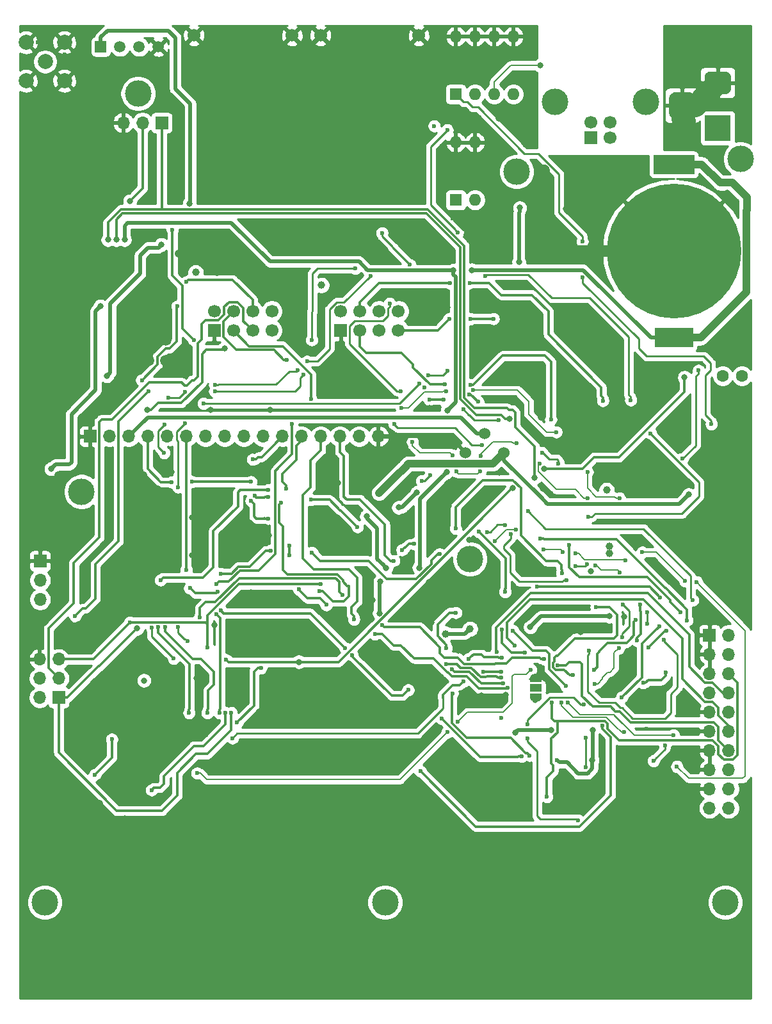
<source format=gbr>
G04 #@! TF.GenerationSoftware,KiCad,Pcbnew,(5.1.5)-3*
G04 #@! TF.CreationDate,2020-06-01T19:43:39+09:00*
G04 #@! TF.ProjectId,GPS___ ___ ver 1.1(__ __),47505370-7430-420a-91e0-302076657220,rev?*
G04 #@! TF.SameCoordinates,Original*
G04 #@! TF.FileFunction,Copper,L4,Bot*
G04 #@! TF.FilePolarity,Positive*
%FSLAX46Y46*%
G04 Gerber Fmt 4.6, Leading zero omitted, Abs format (unit mm)*
G04 Created by KiCad (PCBNEW (5.1.5)-3) date 2020-06-01 19:43:39*
%MOMM*%
%LPD*%
G04 APERTURE LIST*
G04 #@! TA.AperFunction,BGAPad,CuDef*
%ADD10C,17.800000*%
G04 #@! TD*
G04 #@! TA.AperFunction,SMDPad,CuDef*
%ADD11R,5.400000X2.500000*%
G04 #@! TD*
G04 #@! TA.AperFunction,SMDPad,CuDef*
%ADD12R,5.100000X2.500000*%
G04 #@! TD*
G04 #@! TA.AperFunction,ComponentPad*
%ADD13C,3.500000*%
G04 #@! TD*
G04 #@! TA.AperFunction,ComponentPad*
%ADD14R,1.500000X1.500000*%
G04 #@! TD*
G04 #@! TA.AperFunction,ComponentPad*
%ADD15C,1.500000*%
G04 #@! TD*
G04 #@! TA.AperFunction,ComponentPad*
%ADD16R,1.700000X1.700000*%
G04 #@! TD*
G04 #@! TA.AperFunction,ComponentPad*
%ADD17C,1.700000*%
G04 #@! TD*
G04 #@! TA.AperFunction,ComponentPad*
%ADD18C,2.000000*%
G04 #@! TD*
G04 #@! TA.AperFunction,ComponentPad*
%ADD19O,1.700000X1.700000*%
G04 #@! TD*
G04 #@! TA.AperFunction,ComponentPad*
%ADD20R,3.500000X3.500000*%
G04 #@! TD*
G04 #@! TA.AperFunction,ComponentPad*
%ADD21C,0.100000*%
G04 #@! TD*
G04 #@! TA.AperFunction,SMDPad,CuDef*
%ADD22C,0.100000*%
G04 #@! TD*
G04 #@! TA.AperFunction,SMDPad,CuDef*
%ADD23R,1.500000X1.000000*%
G04 #@! TD*
G04 #@! TA.AperFunction,ComponentPad*
%ADD24C,1.600000*%
G04 #@! TD*
G04 #@! TA.AperFunction,ComponentPad*
%ADD25C,1.524000*%
G04 #@! TD*
G04 #@! TA.AperFunction,ComponentPad*
%ADD26R,1.600000X1.600000*%
G04 #@! TD*
G04 #@! TA.AperFunction,ComponentPad*
%ADD27O,1.600000X1.600000*%
G04 #@! TD*
G04 #@! TA.AperFunction,ViaPad*
%ADD28C,0.600000*%
G04 #@! TD*
G04 #@! TA.AperFunction,ViaPad*
%ADD29C,0.800000*%
G04 #@! TD*
G04 #@! TA.AperFunction,ViaPad*
%ADD30C,1.000000*%
G04 #@! TD*
G04 #@! TA.AperFunction,ViaPad*
%ADD31C,1.500000*%
G04 #@! TD*
G04 #@! TA.AperFunction,Conductor*
%ADD32C,1.500000*%
G04 #@! TD*
G04 #@! TA.AperFunction,Conductor*
%ADD33C,0.500000*%
G04 #@! TD*
G04 #@! TA.AperFunction,Conductor*
%ADD34C,3.000000*%
G04 #@! TD*
G04 #@! TA.AperFunction,Conductor*
%ADD35C,1.000000*%
G04 #@! TD*
G04 #@! TA.AperFunction,Conductor*
%ADD36C,0.300000*%
G04 #@! TD*
G04 #@! TA.AperFunction,Conductor*
%ADD37C,0.250000*%
G04 #@! TD*
G04 #@! TA.AperFunction,Conductor*
%ADD38C,0.200000*%
G04 #@! TD*
G04 #@! TA.AperFunction,Conductor*
%ADD39C,0.254000*%
G04 #@! TD*
G04 APERTURE END LIST*
D10*
G04 #@! TO.P,BT1,2*
G04 #@! TO.N,GND*
X179850000Y-57060000D03*
D11*
G04 #@! TO.P,BT1,1*
G04 #@! TO.N,BAT*
X179850000Y-45610000D03*
D12*
X179850000Y-68510000D03*
G04 #@! TD*
D13*
G04 #@! TO.P, ,1*
G04 #@! TO.N,N/C*
X152880000Y-97760000D03*
G04 #@! TD*
G04 #@! TO.P, ,1*
G04 #@! TO.N,N/C*
X188650000Y-44880000D03*
G04 #@! TD*
G04 #@! TO.P, ,1*
G04 #@! TO.N,N/C*
X159050000Y-46560000D03*
G04 #@! TD*
G04 #@! TO.P, ,1*
G04 #@! TO.N,N/C*
X101500000Y-88860000D03*
G04 #@! TD*
G04 #@! TO.P, ,1*
G04 #@! TO.N,N/C*
X141650000Y-143160000D03*
G04 #@! TD*
G04 #@! TO.P, ,1*
G04 #@! TO.N,N/C*
X108975000Y-36235000D03*
G04 #@! TD*
G04 #@! TO.P, ,1*
G04 #@! TO.N,N/C*
X186650000Y-143160000D03*
G04 #@! TD*
G04 #@! TO.P, ,1*
G04 #@! TO.N,N/C*
X96650000Y-143160000D03*
G04 #@! TD*
D14*
G04 #@! TO.P,U2,1*
G04 #@! TO.N,+5V*
X104050000Y-30060000D03*
D15*
G04 #@! TO.P,U2,2*
G04 #@! TO.N,ADHT22*
X106590000Y-30060000D03*
G04 #@! TO.P,U2,3*
G04 #@! TO.N,Net-(U2-Pad3)*
X109130000Y-30060000D03*
G04 #@! TO.P,U2,4*
G04 #@! TO.N,GND*
X111670000Y-30060000D03*
G04 #@! TD*
D16*
G04 #@! TO.P,USB1,1*
G04 #@! TO.N,Net-(USB1-Pad1)*
X168900000Y-42060000D03*
D17*
G04 #@! TO.P,USB1,2*
G04 #@! TO.N,d-*
X171400000Y-42060000D03*
G04 #@! TO.P,USB1,3*
G04 #@! TO.N,d+*
X171400000Y-40060000D03*
G04 #@! TO.P,USB1,4*
G04 #@! TO.N,GND*
X168900000Y-40060000D03*
D13*
G04 #@! TO.P,USB1,5*
G04 #@! TO.N,Net-(FB16-Pad1)*
X164130000Y-37350000D03*
X176170000Y-37350000D03*
G04 #@! TD*
D18*
G04 #@! TO.P,ATN1,1*
G04 #@! TO.N,GND*
X94150000Y-34560000D03*
G04 #@! TO.P,ATN1,2*
G04 #@! TO.N,Net-(ATN1-Pad2)*
X96690000Y-32020000D03*
G04 #@! TO.P,ATN1,1*
G04 #@! TO.N,GND*
X94150000Y-29480000D03*
X99230000Y-29480000D03*
X99230000Y-34560000D03*
G04 #@! TD*
D16*
G04 #@! TO.P,CLCD1,1*
G04 #@! TO.N,GND*
X102650000Y-81560000D03*
D19*
G04 #@! TO.P,CLCD1,2*
G04 #@! TO.N,+5V*
X105190000Y-81560000D03*
G04 #@! TO.P,CLCD1,3*
G04 #@! TO.N,VO*
X107730000Y-81560000D03*
G04 #@! TO.P,CLCD1,4*
G04 #@! TO.N,RS*
X110270000Y-81560000D03*
G04 #@! TO.P,CLCD1,5*
G04 #@! TO.N,GND*
X112810000Y-81560000D03*
G04 #@! TO.P,CLCD1,6*
G04 #@! TO.N,EN*
X115350000Y-81560000D03*
G04 #@! TO.P,CLCD1,7*
G04 #@! TO.N,Net-(CLCD1-Pad7)*
X117890000Y-81560000D03*
G04 #@! TO.P,CLCD1,8*
G04 #@! TO.N,Net-(CLCD1-Pad8)*
X120430000Y-81560000D03*
G04 #@! TO.P,CLCD1,9*
G04 #@! TO.N,Net-(CLCD1-Pad9)*
X122970000Y-81560000D03*
G04 #@! TO.P,CLCD1,10*
G04 #@! TO.N,Net-(CLCD1-Pad10)*
X125510000Y-81560000D03*
G04 #@! TO.P,CLCD1,11*
G04 #@! TO.N,D4*
X128050000Y-81560000D03*
G04 #@! TO.P,CLCD1,12*
G04 #@! TO.N,D5*
X130590000Y-81560000D03*
G04 #@! TO.P,CLCD1,13*
G04 #@! TO.N,D6*
X133130000Y-81560000D03*
G04 #@! TO.P,CLCD1,14*
G04 #@! TO.N,D7*
X135670000Y-81560000D03*
G04 #@! TO.P,CLCD1,15*
G04 #@! TO.N,LCD_Back_L*
X138210000Y-81560000D03*
G04 #@! TO.P,CLCD1,16*
G04 #@! TO.N,GND*
X140750000Y-81560000D03*
G04 #@! TD*
D20*
G04 #@! TO.P,J1,1*
G04 #@! TO.N,Net-(FB1-Pad1)*
X185650000Y-40810000D03*
G04 #@! TA.AperFunction,ComponentPad*
D21*
G04 #@! TO.P,J1,2*
G04 #@! TO.N,GND*
G36*
X186723513Y-33313611D02*
G01*
X186796318Y-33324411D01*
X186867714Y-33342295D01*
X186937013Y-33367090D01*
X187003548Y-33398559D01*
X187066678Y-33436398D01*
X187125795Y-33480242D01*
X187180330Y-33529670D01*
X187229758Y-33584205D01*
X187273602Y-33643322D01*
X187311441Y-33706452D01*
X187342910Y-33772987D01*
X187367705Y-33842286D01*
X187385589Y-33913682D01*
X187396389Y-33986487D01*
X187400000Y-34060000D01*
X187400000Y-35560000D01*
X187396389Y-35633513D01*
X187385589Y-35706318D01*
X187367705Y-35777714D01*
X187342910Y-35847013D01*
X187311441Y-35913548D01*
X187273602Y-35976678D01*
X187229758Y-36035795D01*
X187180330Y-36090330D01*
X187125795Y-36139758D01*
X187066678Y-36183602D01*
X187003548Y-36221441D01*
X186937013Y-36252910D01*
X186867714Y-36277705D01*
X186796318Y-36295589D01*
X186723513Y-36306389D01*
X186650000Y-36310000D01*
X184650000Y-36310000D01*
X184576487Y-36306389D01*
X184503682Y-36295589D01*
X184432286Y-36277705D01*
X184362987Y-36252910D01*
X184296452Y-36221441D01*
X184233322Y-36183602D01*
X184174205Y-36139758D01*
X184119670Y-36090330D01*
X184070242Y-36035795D01*
X184026398Y-35976678D01*
X183988559Y-35913548D01*
X183957090Y-35847013D01*
X183932295Y-35777714D01*
X183914411Y-35706318D01*
X183903611Y-35633513D01*
X183900000Y-35560000D01*
X183900000Y-34060000D01*
X183903611Y-33986487D01*
X183914411Y-33913682D01*
X183932295Y-33842286D01*
X183957090Y-33772987D01*
X183988559Y-33706452D01*
X184026398Y-33643322D01*
X184070242Y-33584205D01*
X184119670Y-33529670D01*
X184174205Y-33480242D01*
X184233322Y-33436398D01*
X184296452Y-33398559D01*
X184362987Y-33367090D01*
X184432286Y-33342295D01*
X184503682Y-33324411D01*
X184576487Y-33313611D01*
X184650000Y-33310000D01*
X186650000Y-33310000D01*
X186723513Y-33313611D01*
G37*
G04 #@! TD.AperFunction*
G04 #@! TA.AperFunction,ComponentPad*
G04 #@! TO.P,J1,3*
G36*
X181910765Y-36064213D02*
G01*
X181995704Y-36076813D01*
X182078999Y-36097677D01*
X182159848Y-36126605D01*
X182237472Y-36163319D01*
X182311124Y-36207464D01*
X182380094Y-36258616D01*
X182443718Y-36316282D01*
X182501384Y-36379906D01*
X182552536Y-36448876D01*
X182596681Y-36522528D01*
X182633395Y-36600152D01*
X182662323Y-36681001D01*
X182683187Y-36764296D01*
X182695787Y-36849235D01*
X182700000Y-36935000D01*
X182700000Y-38685000D01*
X182695787Y-38770765D01*
X182683187Y-38855704D01*
X182662323Y-38938999D01*
X182633395Y-39019848D01*
X182596681Y-39097472D01*
X182552536Y-39171124D01*
X182501384Y-39240094D01*
X182443718Y-39303718D01*
X182380094Y-39361384D01*
X182311124Y-39412536D01*
X182237472Y-39456681D01*
X182159848Y-39493395D01*
X182078999Y-39522323D01*
X181995704Y-39543187D01*
X181910765Y-39555787D01*
X181825000Y-39560000D01*
X180075000Y-39560000D01*
X179989235Y-39555787D01*
X179904296Y-39543187D01*
X179821001Y-39522323D01*
X179740152Y-39493395D01*
X179662528Y-39456681D01*
X179588876Y-39412536D01*
X179519906Y-39361384D01*
X179456282Y-39303718D01*
X179398616Y-39240094D01*
X179347464Y-39171124D01*
X179303319Y-39097472D01*
X179266605Y-39019848D01*
X179237677Y-38938999D01*
X179216813Y-38855704D01*
X179204213Y-38770765D01*
X179200000Y-38685000D01*
X179200000Y-36935000D01*
X179204213Y-36849235D01*
X179216813Y-36764296D01*
X179237677Y-36681001D01*
X179266605Y-36600152D01*
X179303319Y-36522528D01*
X179347464Y-36448876D01*
X179398616Y-36379906D01*
X179456282Y-36316282D01*
X179519906Y-36258616D01*
X179588876Y-36207464D01*
X179662528Y-36163319D01*
X179740152Y-36126605D01*
X179821001Y-36097677D01*
X179904296Y-36076813D01*
X179989235Y-36064213D01*
X180075000Y-36060000D01*
X181825000Y-36060000D01*
X181910765Y-36064213D01*
G37*
G04 #@! TD.AperFunction*
G04 #@! TD*
D16*
G04 #@! TO.P,J2,1*
G04 #@! TO.N,AMISO*
X98484000Y-116097800D03*
D19*
G04 #@! TO.P,J2,2*
G04 #@! TO.N,+5V*
X95944000Y-116097800D03*
G04 #@! TO.P,J2,3*
G04 #@! TO.N,ASCK*
X98484000Y-113557800D03*
G04 #@! TO.P,J2,4*
G04 #@! TO.N,AMOSI*
X95944000Y-113557800D03*
G04 #@! TO.P,J2,5*
G04 #@! TO.N,AReset*
X98484000Y-111017800D03*
G04 #@! TO.P,J2,6*
G04 #@! TO.N,GND*
X95944000Y-111017800D03*
G04 #@! TD*
D16*
G04 #@! TO.P,J3,1*
G04 #@! TO.N,GND*
X96025000Y-98035000D03*
D19*
G04 #@! TO.P,J3,2*
G04 #@! TO.N,Net-(J3-Pad2)*
X96025000Y-100575000D03*
G04 #@! TO.P,J3,3*
G04 #@! TO.N,+3V3*
X96025000Y-103115000D03*
G04 #@! TD*
D16*
G04 #@! TO.P,J4,1*
G04 #@! TO.N,GND*
X184554000Y-107840000D03*
D19*
G04 #@! TO.P,J4,2*
G04 #@! TO.N,Net-(J4-Pad2)*
X187094000Y-107840000D03*
G04 #@! TO.P,J4,3*
G04 #@! TO.N,GND*
X184554000Y-110380000D03*
G04 #@! TO.P,J4,4*
G04 #@! TO.N,Net-(J4-Pad4)*
X187094000Y-110380000D03*
G04 #@! TO.P,J4,5*
G04 #@! TO.N,GND*
X184554000Y-112920000D03*
G04 #@! TO.P,J4,6*
G04 #@! TO.N,Reset*
X187094000Y-112920000D03*
G04 #@! TO.P,J4,7*
G04 #@! TO.N,GND*
X184554000Y-115460000D03*
G04 #@! TO.P,J4,8*
G04 #@! TO.N,SWO*
X187094000Y-115460000D03*
G04 #@! TO.P,J4,9*
G04 #@! TO.N,GND*
X184554000Y-118000000D03*
G04 #@! TO.P,J4,10*
G04 #@! TO.N,Net-(J4-Pad10)*
X187094000Y-118000000D03*
G04 #@! TO.P,J4,11*
G04 #@! TO.N,GND*
X184554000Y-120540000D03*
G04 #@! TO.P,J4,12*
G04 #@! TO.N,SWCLK*
X187094000Y-120540000D03*
G04 #@! TO.P,J4,13*
G04 #@! TO.N,GND*
X184554000Y-123080000D03*
G04 #@! TO.P,J4,14*
G04 #@! TO.N,SWDIO*
X187094000Y-123080000D03*
G04 #@! TO.P,J4,15*
G04 #@! TO.N,GND*
X184554000Y-125620000D03*
G04 #@! TO.P,J4,16*
G04 #@! TO.N,Net-(J4-Pad16)*
X187094000Y-125620000D03*
G04 #@! TO.P,J4,17*
G04 #@! TO.N,GND*
X184554000Y-128160000D03*
G04 #@! TO.P,J4,18*
G04 #@! TO.N,Net-(J4-Pad18)*
X187094000Y-128160000D03*
G04 #@! TO.P,J4,19*
G04 #@! TO.N,+3V3*
X184554000Y-130700000D03*
G04 #@! TO.P,J4,20*
X187094000Y-130700000D03*
G04 #@! TD*
G04 #@! TA.AperFunction,SMDPad,CuDef*
D22*
G04 #@! TO.P,JP1,1*
G04 #@! TO.N,+3V3*
G36*
X162350000Y-115527000D02*
G01*
X162350000Y-116077000D01*
X162349398Y-116077000D01*
X162349398Y-116101534D01*
X162344588Y-116150365D01*
X162335016Y-116198490D01*
X162320772Y-116245445D01*
X162301995Y-116290778D01*
X162278864Y-116334051D01*
X162251604Y-116374850D01*
X162220476Y-116412779D01*
X162185779Y-116447476D01*
X162147850Y-116478604D01*
X162107051Y-116505864D01*
X162063778Y-116528995D01*
X162018445Y-116547772D01*
X161971490Y-116562016D01*
X161923365Y-116571588D01*
X161874534Y-116576398D01*
X161850000Y-116576398D01*
X161850000Y-116577000D01*
X161350000Y-116577000D01*
X161350000Y-116576398D01*
X161325466Y-116576398D01*
X161276635Y-116571588D01*
X161228510Y-116562016D01*
X161181555Y-116547772D01*
X161136222Y-116528995D01*
X161092949Y-116505864D01*
X161052150Y-116478604D01*
X161014221Y-116447476D01*
X160979524Y-116412779D01*
X160948396Y-116374850D01*
X160921136Y-116334051D01*
X160898005Y-116290778D01*
X160879228Y-116245445D01*
X160864984Y-116198490D01*
X160855412Y-116150365D01*
X160850602Y-116101534D01*
X160850602Y-116077000D01*
X160850000Y-116077000D01*
X160850000Y-115527000D01*
X162350000Y-115527000D01*
G37*
G04 #@! TD.AperFunction*
G04 #@! TA.AperFunction,SMDPad,CuDef*
G04 #@! TO.P,JP1,3*
G04 #@! TO.N,GND*
G36*
X160850602Y-113477000D02*
G01*
X160850602Y-113452466D01*
X160855412Y-113403635D01*
X160864984Y-113355510D01*
X160879228Y-113308555D01*
X160898005Y-113263222D01*
X160921136Y-113219949D01*
X160948396Y-113179150D01*
X160979524Y-113141221D01*
X161014221Y-113106524D01*
X161052150Y-113075396D01*
X161092949Y-113048136D01*
X161136222Y-113025005D01*
X161181555Y-113006228D01*
X161228510Y-112991984D01*
X161276635Y-112982412D01*
X161325466Y-112977602D01*
X161350000Y-112977602D01*
X161350000Y-112977000D01*
X161850000Y-112977000D01*
X161850000Y-112977602D01*
X161874534Y-112977602D01*
X161923365Y-112982412D01*
X161971490Y-112991984D01*
X162018445Y-113006228D01*
X162063778Y-113025005D01*
X162107051Y-113048136D01*
X162147850Y-113075396D01*
X162185779Y-113106524D01*
X162220476Y-113141221D01*
X162251604Y-113179150D01*
X162278864Y-113219949D01*
X162301995Y-113263222D01*
X162320772Y-113308555D01*
X162335016Y-113355510D01*
X162344588Y-113403635D01*
X162349398Y-113452466D01*
X162349398Y-113477000D01*
X162350000Y-113477000D01*
X162350000Y-114027000D01*
X160850000Y-114027000D01*
X160850000Y-113477000D01*
X160850602Y-113477000D01*
G37*
G04 #@! TD.AperFunction*
D23*
G04 #@! TO.P,JP1,2*
G04 #@! TO.N,BOOT0*
X161600000Y-114777000D03*
G04 #@! TD*
D24*
G04 #@! TO.P,RV1,1*
G04 #@! TO.N,+5V*
X188850000Y-73560000D03*
G04 #@! TO.P,RV1,2*
G04 #@! TO.N,CDS*
X186310000Y-73560000D03*
G04 #@! TD*
D25*
G04 #@! TO.P,RV2,1*
G04 #@! TO.N,GND*
X152310000Y-83700000D03*
G04 #@! TO.P,RV2,2*
G04 #@! TO.N,VO*
X154850000Y-81160000D03*
G04 #@! TO.P,RV2,3*
G04 #@! TO.N,+5V*
X157390000Y-83700000D03*
G04 #@! TD*
D26*
G04 #@! TO.P,SW1,1*
G04 #@! TO.N,ASW2*
X151000000Y-50310000D03*
D27*
G04 #@! TO.P,SW1,3*
G04 #@! TO.N,GND*
X153540000Y-42690000D03*
G04 #@! TO.P,SW1,2*
G04 #@! TO.N,ASW1*
X153540000Y-50310000D03*
G04 #@! TO.P,SW1,4*
G04 #@! TO.N,GND*
X151000000Y-42690000D03*
G04 #@! TD*
D26*
G04 #@! TO.P,SW3,1*
G04 #@! TO.N,AUTO*
X151000000Y-36310000D03*
D27*
G04 #@! TO.P,SW3,5*
G04 #@! TO.N,GND*
X158620000Y-28690000D03*
G04 #@! TO.P,SW3,2*
G04 #@! TO.N,SW3*
X153540000Y-36310000D03*
G04 #@! TO.P,SW3,6*
G04 #@! TO.N,GND*
X156080000Y-28690000D03*
G04 #@! TO.P,SW3,3*
G04 #@! TO.N,SW2*
X156080000Y-36310000D03*
G04 #@! TO.P,SW3,7*
G04 #@! TO.N,GND*
X153540000Y-28690000D03*
G04 #@! TO.P,SW3,4*
G04 #@! TO.N,SW1*
X158620000Y-36310000D03*
G04 #@! TO.P,SW3,8*
G04 #@! TO.N,GND*
X151000000Y-28690000D03*
G04 #@! TD*
D17*
G04 #@! TO.P,U4,10*
G04 #@! TO.N,GND*
X116350000Y-28560000D03*
G04 #@! TO.P,U4,9*
X129350000Y-28560000D03*
G04 #@! TO.P,U4,8*
G04 #@! TO.N,AIRQ*
X126670000Y-65020000D03*
G04 #@! TO.P,U4,7*
G04 #@! TO.N,AMISO*
X126670000Y-67560000D03*
G04 #@! TO.P,U4,6*
G04 #@! TO.N,AMOSI*
X124130000Y-65020000D03*
G04 #@! TO.P,U4,5*
G04 #@! TO.N,ASCK*
X124130000Y-67560000D03*
G04 #@! TO.P,U4,4*
G04 #@! TO.N,ACSN*
X121590000Y-65020000D03*
G04 #@! TO.P,U4,3*
G04 #@! TO.N,ACE*
X121590000Y-67560000D03*
G04 #@! TO.P,U4,2*
G04 #@! TO.N,+3V3*
X119050000Y-65020000D03*
D16*
G04 #@! TO.P,U4,1*
G04 #@! TO.N,GND*
X119050000Y-67560000D03*
G04 #@! TD*
G04 #@! TO.P,U7,1*
G04 #@! TO.N,GND*
X135800000Y-67560000D03*
D17*
G04 #@! TO.P,U7,2*
G04 #@! TO.N,+3V3*
X135800000Y-65020000D03*
G04 #@! TO.P,U7,3*
G04 #@! TO.N,CE*
X138340000Y-67560000D03*
G04 #@! TO.P,U7,4*
G04 #@! TO.N,CSN*
X138340000Y-65020000D03*
G04 #@! TO.P,U7,5*
G04 #@! TO.N,SCK*
X140880000Y-67560000D03*
G04 #@! TO.P,U7,6*
G04 #@! TO.N,MOSI*
X140880000Y-65020000D03*
G04 #@! TO.P,U7,7*
G04 #@! TO.N,MISO*
X143420000Y-67560000D03*
G04 #@! TO.P,U7,8*
G04 #@! TO.N,IRQ*
X143420000Y-65020000D03*
G04 #@! TO.P,U7,9*
G04 #@! TO.N,GND*
X146100000Y-28560000D03*
G04 #@! TO.P,U7,10*
X133100000Y-28560000D03*
G04 #@! TD*
D16*
G04 #@! TO.P,J5,1*
G04 #@! TO.N,USART1_RX*
X112100000Y-40110000D03*
D19*
G04 #@! TO.P,J5,2*
G04 #@! TO.N,USART1_TX*
X109560000Y-40110000D03*
G04 #@! TO.P,J5,3*
G04 #@! TO.N,GND*
X107020000Y-40110000D03*
G04 #@! TD*
D28*
G04 #@! TO.N,GND*
X97536000Y-43434000D03*
X95250000Y-43688000D03*
D29*
X173250000Y-105435000D03*
X167075000Y-129535000D03*
D30*
X136100000Y-61560000D03*
D29*
X162150000Y-113110000D03*
X189369840Y-89308160D03*
D30*
X180540800Y-80560400D03*
D31*
X162659200Y-46422800D03*
X162822000Y-54266000D03*
X139650000Y-154060000D03*
X144650000Y-154060000D03*
X149650000Y-154060000D03*
X154650000Y-154060000D03*
X139650000Y-151560000D03*
X144650000Y-151560000D03*
X149650000Y-151560000D03*
X154650000Y-151560000D03*
X154650000Y-149060000D03*
X149650000Y-149060000D03*
X144650000Y-149060000D03*
X139650000Y-149060000D03*
X139650000Y-146560000D03*
X144650000Y-146560000D03*
X149650000Y-146560000D03*
X154650000Y-146560000D03*
X94150000Y-68810000D03*
X94150000Y-71560000D03*
X96650000Y-71560000D03*
X96650000Y-68810000D03*
X99150000Y-68810000D03*
X99150000Y-71560000D03*
X107650000Y-71560000D03*
X107650000Y-68810000D03*
X110400000Y-68810000D03*
X110400000Y-71560000D03*
X112650000Y-71560000D03*
X112650000Y-68810000D03*
D29*
X130987500Y-113972500D03*
X160850000Y-104885000D03*
X154375000Y-115782000D03*
D28*
X156975000Y-118760000D03*
D29*
X157575000Y-115760000D03*
X104537500Y-62947500D03*
D30*
X119400000Y-59860000D03*
X165622000Y-51466000D03*
X154022000Y-54266000D03*
D29*
X140005000Y-103210000D03*
X113450000Y-86260000D03*
X153780000Y-67285000D03*
X155575000Y-99335000D03*
X154800000Y-90560000D03*
X135650000Y-96210000D03*
X132300000Y-93035000D03*
X156800000Y-86385000D03*
X162550000Y-88435000D03*
X175350000Y-88535000D03*
X174750000Y-94985000D03*
X179400000Y-100560000D03*
X184400000Y-104810000D03*
X176875000Y-117635000D03*
X172675000Y-124010000D03*
X150600000Y-126335000D03*
X148975000Y-123810000D03*
X159550000Y-131585000D03*
X156525000Y-131485000D03*
X100850000Y-119610000D03*
X118450000Y-90710000D03*
X123900000Y-94785000D03*
X111700000Y-94985000D03*
X105175000Y-87010000D03*
X132700000Y-55935000D03*
X110900000Y-49260000D03*
X189100000Y-67185000D03*
X163850000Y-114785000D03*
X167550000Y-107410000D03*
X168850000Y-99410000D03*
X121018000Y-113460000D03*
X116710000Y-113530000D03*
X117034000Y-115666000D03*
X121098000Y-115920000D03*
X117900000Y-120985000D03*
X118050000Y-124810000D03*
X110684000Y-126080000D03*
X118558000Y-78074000D03*
X126425000Y-78035000D03*
X134560000Y-83916000D03*
X135400000Y-87735000D03*
X126686000Y-84932000D03*
X147514000Y-77820000D03*
X150054000Y-90774000D03*
X149875000Y-64535000D03*
X149850000Y-63310000D03*
X149940000Y-57490000D03*
X181650000Y-29560000D03*
X183650000Y-29560000D03*
X185650000Y-29560000D03*
X187650000Y-29560000D03*
X189650000Y-29560000D03*
X181650000Y-27560000D03*
X183650000Y-27560000D03*
X185650000Y-27560000D03*
X187650000Y-27560000D03*
X189650000Y-27560000D03*
X160699700Y-38510300D03*
X156650000Y-39560000D03*
X160212500Y-42997500D03*
X129650000Y-108560000D03*
X128650000Y-106560000D03*
X129650000Y-106560000D03*
X128650000Y-108560000D03*
X127650000Y-102560000D03*
X127650000Y-103560000D03*
X129650000Y-103560000D03*
X94250000Y-86260000D03*
X113500000Y-93960000D03*
X113400000Y-104910000D03*
X113450000Y-101810000D03*
X111625000Y-88485000D03*
X111625000Y-99185000D03*
X123925000Y-109935000D03*
X123825000Y-106260000D03*
X123900000Y-103585000D03*
X123875000Y-102210000D03*
X123725000Y-96785000D03*
X132250000Y-91460000D03*
X133800000Y-91435000D03*
X133850000Y-93060000D03*
X139475000Y-96860000D03*
X137125000Y-96885000D03*
X155475000Y-103460000D03*
X155025000Y-106410000D03*
X151350000Y-109860000D03*
X122070000Y-103510000D03*
X119050000Y-106535000D03*
D30*
X112300000Y-34310000D03*
X112350000Y-36160000D03*
D29*
X168150000Y-83260000D03*
X162275000Y-79060000D03*
X147450000Y-100860000D03*
X150950000Y-103260000D03*
X147750000Y-106185000D03*
X186750000Y-91060000D03*
X186750000Y-92060000D03*
X187750000Y-92060000D03*
D30*
X114375000Y-57360000D03*
D29*
X162605600Y-99185000D03*
X159386130Y-95985582D03*
X122070000Y-95035000D03*
X116100000Y-97285000D03*
X116100000Y-92260000D03*
X122070000Y-108285000D03*
D28*
X176200000Y-120260000D03*
X181850000Y-120435000D03*
D29*
X174225000Y-110530000D03*
X186910000Y-49360000D03*
X189480000Y-76750000D03*
X152770000Y-95280000D03*
D28*
X154160000Y-39400000D03*
X133350000Y-109982000D03*
X133350000Y-113030000D03*
X134620000Y-113030000D03*
X135890000Y-113030000D03*
X134112000Y-110490000D03*
X94150000Y-32850000D03*
X94150000Y-32088000D03*
X94150000Y-31326000D03*
X95742000Y-29480000D03*
X96504000Y-29480000D03*
X97266000Y-29480000D03*
X99230000Y-31072000D03*
X99230000Y-31834000D03*
X99230000Y-32596000D03*
X98137000Y-35653000D03*
X97587500Y-36202500D03*
X97587500Y-37032500D03*
X97587500Y-37794500D03*
X97587500Y-40842500D03*
X97587500Y-41604500D03*
X97600000Y-42354000D03*
X97600000Y-44386000D03*
X97333999Y-45160001D03*
X96571999Y-45160001D03*
X95809999Y-45160001D03*
X95250000Y-44450000D03*
X95400000Y-42776000D03*
X95400000Y-41760000D03*
X95400000Y-40744000D03*
X95400000Y-39474000D03*
X95400000Y-38204000D03*
X95400000Y-37188000D03*
X95400000Y-36172000D03*
X148590000Y-120142000D03*
X145542000Y-123444000D03*
X144018000Y-121920000D03*
X143764000Y-125222000D03*
X136652000Y-121920000D03*
X106680000Y-57658000D03*
D29*
X118618000Y-86360000D03*
X118618000Y-84836000D03*
X118618000Y-83566000D03*
X123952000Y-119634000D03*
X124714000Y-118872000D03*
X103886000Y-127254000D03*
X103886000Y-130048000D03*
X107188000Y-130048000D03*
X107188000Y-132080000D03*
D28*
X150564635Y-52774635D03*
X146880000Y-75110000D03*
X122060000Y-84780000D03*
D29*
X126320000Y-94670000D03*
X144890000Y-99140000D03*
X143140000Y-99160000D03*
X109080000Y-108850000D03*
X104600000Y-113810000D03*
X101040000Y-106410000D03*
X101010000Y-112630000D03*
X106950000Y-127500000D03*
X107950000Y-99822000D03*
X98298000Y-86614000D03*
X109740700Y-86629240D03*
G04 #@! TO.N,+5V*
X181800000Y-89260000D03*
D30*
X140866000Y-89044000D03*
D29*
X109750000Y-113835000D03*
D30*
X144273500Y-85636500D03*
X143067000Y-86843000D03*
D29*
X112075000Y-56210000D03*
X104850000Y-73560000D03*
X115775000Y-50814390D03*
X159450000Y-51335000D03*
X159350000Y-58485000D03*
G04 #@! TO.N,+3V3*
X161475000Y-116410000D03*
X171300000Y-105360000D03*
X160850000Y-106760000D03*
D30*
X149650000Y-107660000D03*
X152875000Y-107010000D03*
D28*
X148150000Y-40510000D03*
D30*
X133250000Y-61560000D03*
X116600000Y-59885000D03*
D29*
X97475000Y-85860000D03*
X104025000Y-64335000D03*
X140884969Y-104944969D03*
X141025000Y-100735000D03*
X141805331Y-98940331D03*
X139200000Y-92135000D03*
X143425000Y-90960000D03*
X145873959Y-88983959D03*
D30*
X170950000Y-88660000D03*
X171300000Y-96110000D03*
X171300000Y-97010000D03*
D28*
G04 #@! TO.N,AReset*
X118144998Y-109435000D03*
X107925000Y-106135000D03*
X165025000Y-99610000D03*
X133125000Y-101110000D03*
X143902880Y-96557120D03*
X145475000Y-95785000D03*
X150975000Y-93735000D03*
D29*
G04 #@! TO.N,GNDA*
X163650000Y-120360000D03*
X158850000Y-120760000D03*
X169104000Y-120365000D03*
X169050000Y-124360000D03*
D28*
X164405000Y-124360000D03*
G04 #@! TO.N,Reset*
X163700000Y-116760105D03*
X105500000Y-121610000D03*
X103275000Y-126285000D03*
X163050000Y-129185000D03*
G04 #@! TO.N,RS*
X170425000Y-119835000D03*
X146325000Y-125835000D03*
X132950010Y-102010000D03*
X127900000Y-90335000D03*
X126175000Y-89610000D03*
X124408402Y-89422565D03*
X123900000Y-87560000D03*
X116125000Y-87560000D03*
X113425000Y-87610000D03*
G04 #@! TO.N,EN*
X160766789Y-123737451D03*
X150550000Y-115524473D03*
X144702831Y-115082169D03*
X137309540Y-110500300D03*
X115350000Y-99210000D03*
X115825000Y-101635000D03*
X119525000Y-102085000D03*
X119895000Y-104521246D03*
X136384620Y-109575380D03*
G04 #@! TO.N,D4*
X159725000Y-123860000D03*
X149125000Y-118860000D03*
X133875000Y-103835000D03*
X130225000Y-101785000D03*
X129025000Y-97310000D03*
X129025000Y-96010000D03*
X126175000Y-92410000D03*
X123925000Y-90060000D03*
X124125000Y-84610000D03*
G04 #@! TO.N,D5*
X160175000Y-110160000D03*
X157125000Y-107060000D03*
X138000000Y-93510000D03*
X131825000Y-89935000D03*
X128600000Y-88460000D03*
G04 #@! TO.N,D6*
X140300000Y-107685000D03*
X137525000Y-105760000D03*
X157831620Y-114819376D03*
G04 #@! TO.N,D7*
X157000000Y-112685000D03*
X154675000Y-112710000D03*
X142825000Y-98010000D03*
G04 #@! TO.N,AMISO*
X121320000Y-118110000D03*
D29*
X108875000Y-106960000D03*
X110150000Y-78060000D03*
X120400000Y-69935000D03*
D28*
G04 #@! TO.N,AMOSI*
X110775000Y-128310000D03*
X120520000Y-118110000D03*
X100650000Y-105310000D03*
X110375000Y-75560000D03*
X109475000Y-74135000D03*
X114175000Y-64360000D03*
X115325000Y-61160000D03*
G04 #@! TO.N,SWO*
X156400000Y-110060000D03*
G04 #@! TO.N,SWCLK*
X158792831Y-109177831D03*
G04 #@! TO.N,SWDIO*
X164500000Y-111810000D03*
D29*
G04 #@! TO.N,BOOT0*
X161603000Y-114777000D03*
D28*
G04 #@! TO.N,ISP*
X116775000Y-126085000D03*
X149875000Y-120685000D03*
X151275000Y-119310000D03*
X160925000Y-112435000D03*
G04 #@! TO.N,ADHT22*
X118144998Y-118135000D03*
X112600000Y-106785000D03*
X116350000Y-68810000D03*
X113525000Y-54235000D03*
G04 #@! TO.N,LED*
X149880000Y-72885000D03*
X147325000Y-73460000D03*
X146175000Y-74610000D03*
X117625000Y-77210000D03*
G04 #@! TO.N,Debug*
X164550000Y-85135000D03*
X162400000Y-83735000D03*
X156663988Y-79396012D03*
X152025000Y-78010000D03*
G04 #@! TO.N,ASW1*
X115500000Y-108635000D03*
X114250000Y-106785000D03*
X114275000Y-88285000D03*
X115150000Y-79860000D03*
X119125000Y-75585000D03*
X130850000Y-73410000D03*
X131950000Y-68810000D03*
X137700000Y-59360000D03*
G04 #@! TO.N,ASW2*
X113700000Y-110935000D03*
X110800000Y-106835000D03*
X112425000Y-83735000D03*
X112500000Y-80010000D03*
X113025000Y-76410000D03*
X115150000Y-75660000D03*
X119125000Y-74760000D03*
X130075000Y-72785000D03*
X131325000Y-71660000D03*
X139700000Y-60360000D03*
G04 #@! TO.N,LOW*
X156184620Y-95375380D03*
X158950000Y-93885000D03*
X162600000Y-96510000D03*
X165150000Y-96810000D03*
X166800000Y-97060000D03*
X173400000Y-97960000D03*
X175675000Y-96885000D03*
X181325000Y-100685000D03*
X182877680Y-100812680D03*
X179800000Y-121060000D03*
X180250000Y-125210000D03*
X165803292Y-116739762D03*
G04 #@! TO.N,MIN*
X168146197Y-121378986D03*
X168150000Y-125310000D03*
X177150000Y-124460000D03*
X178675000Y-122435000D03*
X182350000Y-103235000D03*
X160550000Y-91460000D03*
X154450000Y-82685000D03*
X142850000Y-79885000D03*
G04 #@! TO.N,HIGH*
X164975000Y-116760000D03*
X173300000Y-120685000D03*
X172650000Y-89744340D03*
X168400000Y-86260000D03*
X164275000Y-80985000D03*
X153324193Y-75453287D03*
X149725000Y-75610000D03*
X143825000Y-77785000D03*
G04 #@! TO.N,MAX*
X169350000Y-114260000D03*
X172550000Y-109560000D03*
X173100000Y-103760000D03*
X172700000Y-99535000D03*
X169450000Y-98635000D03*
X168400000Y-89735000D03*
X159045558Y-82489442D03*
X154275000Y-84110000D03*
X154225000Y-86162001D03*
X151050000Y-86162001D03*
X150575000Y-84060000D03*
X145275000Y-82310000D03*
X162075200Y-85160000D03*
X172975000Y-108085000D03*
G04 #@! TO.N,AUTO*
X160525000Y-119610000D03*
X160475000Y-121485000D03*
X167150000Y-132310000D03*
X184800000Y-79935000D03*
X167782169Y-60552831D03*
X167940380Y-117019620D03*
X167730000Y-55800000D03*
G04 #@! TO.N,SW2*
X183100000Y-72835000D03*
X180979442Y-84505558D03*
X168600000Y-109924473D03*
X178550000Y-108435000D03*
X176350000Y-106335000D03*
X176325000Y-104785000D03*
D29*
X162200000Y-32520000D03*
D28*
G04 #@! TO.N,SW3*
X165675000Y-100610000D03*
X158275000Y-94510000D03*
X141250000Y-54660000D03*
X144925000Y-58860000D03*
X142250000Y-63985000D03*
X143748272Y-75609891D03*
X146500000Y-87460000D03*
X147625000Y-86660000D03*
X155108635Y-94201365D03*
X157526616Y-93297823D03*
G04 #@! TO.N,SW1*
X166825000Y-98710000D03*
X168350000Y-98485000D03*
X168550000Y-92235000D03*
X176750000Y-81160000D03*
X174150000Y-76760000D03*
X154875000Y-60360000D03*
X151237820Y-54572180D03*
X149875000Y-41060000D03*
G04 #@! TO.N,SDA*
X157290028Y-114230580D03*
X150514473Y-112355380D03*
G04 #@! TO.N,SCL*
X149735680Y-109539260D03*
X151000000Y-104860000D03*
X157000000Y-113485003D03*
X149739620Y-111705380D03*
G04 #@! TO.N,Data*
X121450000Y-121460000D03*
X152047195Y-113935000D03*
X152702880Y-110982120D03*
X157100000Y-110810000D03*
G04 #@! TO.N,ACE*
X131825000Y-76585000D03*
X125225000Y-112185000D03*
X122050000Y-119410000D03*
G04 #@! TO.N,ACSN*
X119719997Y-118110000D03*
X119350000Y-101085000D03*
X129325000Y-79935000D03*
X128650000Y-71435000D03*
X119299161Y-105055079D03*
G04 #@! TO.N,USART3_TX*
X119895000Y-99710000D03*
X126500000Y-96685000D03*
X131944669Y-96904669D03*
X148843180Y-97128180D03*
X161725000Y-101460000D03*
X178050000Y-102885000D03*
X174825000Y-105810000D03*
X169325000Y-112460000D03*
G04 #@! TO.N,USART3_RX*
X162675000Y-110985000D03*
X141287420Y-106522420D03*
X141287420Y-106522420D03*
X136000000Y-102510000D03*
X117150001Y-105460000D03*
G04 #@! TO.N,SCK*
X147500000Y-76685000D03*
X149355000Y-76735000D03*
X152775000Y-76035000D03*
X153925000Y-76985000D03*
X162150000Y-95060000D03*
X181575000Y-105885000D03*
X178800000Y-112760000D03*
X175775000Y-114160000D03*
G04 #@! TO.N,MISO*
X176475000Y-109485000D03*
X178875000Y-107235000D03*
X180750000Y-104835000D03*
X165975000Y-95935000D03*
X155975000Y-66010000D03*
X152950000Y-66035000D03*
X150150000Y-66010000D03*
G04 #@! TO.N,MOSI*
X158525000Y-107235000D03*
X157525000Y-102110000D03*
X154025000Y-94135000D03*
X165600000Y-114585000D03*
G04 #@! TO.N,CSN*
X174975000Y-108535000D03*
X175400000Y-103760000D03*
X170450000Y-76835000D03*
X152850000Y-61260000D03*
X150225000Y-61285000D03*
G04 #@! TO.N,CE*
X152925000Y-74760000D03*
X169575000Y-104110000D03*
X149575000Y-74710000D03*
X163575000Y-79310000D03*
X166454994Y-113148863D03*
D29*
G04 #@! TO.N,USART1_TX*
X158072400Y-79242400D03*
X106100000Y-55560000D03*
X107900000Y-50435000D03*
G04 #@! TO.N,USART1_RX*
X104986400Y-55569600D03*
X161425200Y-87014800D03*
G04 #@! TO.N,BAT*
X153100000Y-59560000D03*
X150700000Y-59610000D03*
X107200000Y-55560000D03*
X149900000Y-78110000D03*
X149825000Y-86262001D03*
X146150000Y-98935000D03*
G04 #@! TO.N,CDS*
X130234000Y-111373400D03*
X158504200Y-88411800D03*
X162644400Y-85871800D03*
X181250000Y-73760000D03*
D28*
X120600000Y-111110000D03*
G04 #@! TO.N,FET*
X115725000Y-118110000D03*
X111650000Y-106785000D03*
X111950000Y-100560000D03*
X126175000Y-88635000D03*
G04 #@! TO.N,Net-(FB12-Pad2)*
X177935200Y-106674400D03*
X172950000Y-116060000D03*
G04 #@! TD*
D32*
G04 #@! TO.N,GND*
X162659200Y-46422800D02*
X162659200Y-54103200D01*
X162659200Y-54103200D02*
X162822000Y-54266000D01*
X165616000Y-57060000D02*
X162822000Y-54266000D01*
X179850000Y-57060000D02*
X165616000Y-57060000D01*
D33*
X150170000Y-81560000D02*
X140750000Y-81560000D01*
X152310000Y-83700000D02*
X150170000Y-81560000D01*
D34*
X182650000Y-37810000D02*
X185650000Y-34810000D01*
X180950000Y-37810000D02*
X182650000Y-37810000D01*
X180950000Y-37810000D02*
X180950000Y-39560000D01*
X181250000Y-39860000D02*
X180950000Y-39560000D01*
D35*
X116900000Y-57360000D02*
X119400000Y-59860000D01*
X114375000Y-57360000D02*
X116900000Y-57360000D01*
D36*
X152056000Y-54266000D02*
X154022000Y-54266000D01*
X150564635Y-52774635D02*
X152056000Y-54266000D01*
X118674000Y-84780000D02*
X118618000Y-84836000D01*
X122060000Y-84780000D02*
X118674000Y-84780000D01*
D33*
G04 #@! TO.N,+5V*
X157390000Y-84777630D02*
X162223685Y-89611315D01*
X157390000Y-83700000D02*
X157390000Y-84777630D01*
X163106710Y-90494340D02*
X180565660Y-90494340D01*
X180565660Y-90494340D02*
X181800000Y-89260000D01*
D35*
X144752001Y-85162001D02*
X144750000Y-85160000D01*
X155927999Y-85162001D02*
X144752001Y-85162001D01*
X157390000Y-83700000D02*
X155927999Y-85162001D01*
X144750000Y-85160000D02*
X144273500Y-85636500D01*
X144273500Y-85636500D02*
X143067000Y-86843000D01*
X143067000Y-86843000D02*
X140866000Y-89044000D01*
D33*
X111675001Y-56609999D02*
X110275001Y-56609999D01*
X112075000Y-56210000D02*
X111675001Y-56609999D01*
X110275001Y-56609999D02*
X109250000Y-57635000D01*
X109250000Y-57635000D02*
X109250000Y-60010000D01*
X109250000Y-60010000D02*
X105300000Y-63960000D01*
X105300000Y-63960000D02*
X105300000Y-73110000D01*
X105300000Y-73110000D02*
X104850000Y-73560000D01*
X104050000Y-28810000D02*
X104900000Y-27960000D01*
X104050000Y-30060000D02*
X104050000Y-28810000D01*
X104900000Y-27960000D02*
X112975000Y-27960000D01*
X112975000Y-27960000D02*
X113900000Y-28885000D01*
X113900000Y-28885000D02*
X113900000Y-35610000D01*
X113900000Y-35610000D02*
X115875000Y-37585000D01*
X115875000Y-37585000D02*
X115875000Y-50714390D01*
X115875000Y-50714390D02*
X115775000Y-50814390D01*
X159450000Y-51900685D02*
X159375000Y-51975685D01*
X159450000Y-51335000D02*
X159450000Y-51900685D01*
X159375000Y-51975685D02*
X159375000Y-58460000D01*
X159375000Y-58460000D02*
X159350000Y-58485000D01*
X162223685Y-89611315D02*
X163106710Y-90494340D01*
G04 #@! TO.N,+3V3*
X171300000Y-105360000D02*
X162250000Y-105360000D01*
X162250000Y-105360000D02*
X160850000Y-106760000D01*
X149650000Y-107660000D02*
X152225000Y-107660000D01*
X152225000Y-107660000D02*
X152875000Y-107010000D01*
X97475000Y-85860000D02*
X98025000Y-85310000D01*
X99875000Y-85285000D02*
X100175000Y-84985000D01*
X100175000Y-84985000D02*
X100175000Y-78610000D01*
X100175000Y-78610000D02*
X103375000Y-75410000D01*
X103375000Y-75410000D02*
X103375000Y-64985000D01*
X103375000Y-64985000D02*
X104025000Y-64335000D01*
X98050000Y-85285000D02*
X97475000Y-85860000D01*
X99875000Y-85285000D02*
X98050000Y-85285000D01*
X140884969Y-104944969D02*
X140884969Y-100875031D01*
X140884969Y-100875031D02*
X141025000Y-100735000D01*
X141805331Y-98940331D02*
X141405332Y-98540332D01*
X141405332Y-98540332D02*
X140625000Y-97760000D01*
X140625000Y-97760000D02*
X140625000Y-93760000D01*
X140625000Y-93760000D02*
X139200000Y-92335000D01*
X139200000Y-92335000D02*
X139200000Y-92135000D01*
X143425000Y-90960000D02*
X143897918Y-90960000D01*
X143897918Y-90960000D02*
X145873959Y-88983959D01*
D36*
G04 #@! TO.N,AReset*
X118144998Y-109010736D02*
X118175000Y-108980734D01*
X118144998Y-109435000D02*
X118144998Y-109010736D01*
X118175000Y-108980734D02*
X118175000Y-106385000D01*
X118175000Y-106385000D02*
X117925000Y-106135000D01*
X117925000Y-106135000D02*
X107925000Y-106135000D01*
X103042200Y-111017800D02*
X98484000Y-111017800D01*
X107925000Y-106135000D02*
X103042200Y-111017800D01*
X165025000Y-99185736D02*
X164950000Y-99110736D01*
X165025000Y-99610000D02*
X165025000Y-99185736D01*
X164950000Y-99110736D02*
X164950000Y-98510000D01*
X164950000Y-98510000D02*
X164500000Y-98060000D01*
X164500000Y-98060000D02*
X162975000Y-98060000D01*
X162975000Y-98060000D02*
X159600000Y-94685000D01*
X159600000Y-88397598D02*
X158537402Y-87335000D01*
X159600000Y-94685000D02*
X159600000Y-88397598D01*
X158537402Y-87335000D02*
X154525000Y-87335000D01*
X154525000Y-87335000D02*
X150975000Y-90885000D01*
X150975000Y-90885000D02*
X150975000Y-93735000D01*
X133125000Y-101110000D02*
X122325000Y-101110000D01*
X118175000Y-105260000D02*
X118175000Y-106385000D01*
X122325000Y-101110000D02*
X118175000Y-105260000D01*
X144202879Y-96257121D02*
X144352879Y-96257121D01*
X143902880Y-96557120D02*
X144202879Y-96257121D01*
X144352879Y-96257121D02*
X144825000Y-95785000D01*
X144825000Y-95785000D02*
X145475000Y-95785000D01*
D33*
G04 #@! TO.N,GNDA*
X163650000Y-120360000D02*
X159250000Y-120360000D01*
X159250000Y-120360000D02*
X158850000Y-120760000D01*
X169104000Y-120365000D02*
X169104000Y-124306000D01*
X169104000Y-124306000D02*
X169050000Y-124360000D01*
X169050000Y-125510000D02*
X169050000Y-124360000D01*
X164704999Y-124659999D02*
X165724999Y-124659999D01*
X165724999Y-124659999D02*
X167200000Y-126135000D01*
X167200000Y-126135000D02*
X168425000Y-126135000D01*
X164405000Y-124360000D02*
X164704999Y-124659999D01*
X168425000Y-126135000D02*
X169050000Y-125510000D01*
D36*
G04 #@! TO.N,Reset*
X188294001Y-114120001D02*
X188294001Y-123656001D01*
X185754001Y-122503999D02*
X184990003Y-121740001D01*
X187094000Y-112920000D02*
X188294001Y-114120001D01*
X184990003Y-121740001D02*
X174930001Y-121740001D01*
X186445001Y-124280001D02*
X185754001Y-123589001D01*
X185754001Y-123589001D02*
X185754001Y-122503999D01*
X187670001Y-124280001D02*
X186445001Y-124280001D01*
X188294001Y-123656001D02*
X187670001Y-124280001D01*
D37*
X172577502Y-121740001D02*
X174930001Y-121740001D01*
D36*
X163700000Y-116760105D02*
X163700000Y-118860000D01*
X163700000Y-118860000D02*
X164050000Y-119210000D01*
X170737001Y-119184999D02*
X171075001Y-119522999D01*
X165650000Y-119210000D02*
X165675001Y-119184999D01*
X165675001Y-119184999D02*
X170737001Y-119184999D01*
X172612857Y-121740001D02*
X174930001Y-121740001D01*
X171075001Y-120202145D02*
X172612857Y-121740001D01*
X171075001Y-119522999D02*
X171075001Y-120202145D01*
X105500000Y-121610000D02*
X105500000Y-124060000D01*
X105500000Y-124060000D02*
X103275000Y-126285000D01*
X164050000Y-119210000D02*
X164425000Y-119210000D01*
X164425000Y-119210000D02*
X165650000Y-119210000D01*
X164425000Y-120695002D02*
X164425000Y-119210000D01*
X163600000Y-121520002D02*
X164425000Y-120695002D01*
X163900000Y-125835000D02*
X163900000Y-125085000D01*
X163050000Y-126685000D02*
X163900000Y-125835000D01*
X163050000Y-129185000D02*
X163050000Y-126685000D01*
X163900000Y-125085000D02*
X163600000Y-124785000D01*
X163600000Y-124785000D02*
X163600000Y-121520002D01*
D33*
G04 #@! TO.N,VO*
X153772370Y-81160000D02*
X151648770Y-79036400D01*
X154850000Y-81160000D02*
X153772370Y-81160000D01*
X110253600Y-79036400D02*
X107730000Y-81560000D01*
X151648770Y-79036400D02*
X110253600Y-79036400D01*
D36*
G04 #@! TO.N,RS*
X170425000Y-120259264D02*
X171450000Y-121284264D01*
X170425000Y-119835000D02*
X170425000Y-120259264D01*
X171450000Y-121284264D02*
X171450000Y-129060000D01*
X171450000Y-129060000D02*
X167375000Y-133135000D01*
X167375000Y-133135000D02*
X153625000Y-133135000D01*
X153625000Y-133135000D02*
X146325000Y-125835000D01*
X133374274Y-102010000D02*
X134749274Y-103385000D01*
X132950010Y-102010000D02*
X133374274Y-102010000D01*
X134749274Y-103385000D02*
X136175000Y-103385000D01*
X136175000Y-103385000D02*
X136875000Y-102685000D01*
X136875000Y-102685000D02*
X136875000Y-101352880D01*
X136075010Y-100785010D02*
X136075010Y-100552890D01*
X136875000Y-101352880D02*
X136642880Y-101352880D01*
X136075010Y-100552890D02*
X135332110Y-99809990D01*
X136642880Y-101352880D02*
X136075010Y-100785010D01*
X135332110Y-99809990D02*
X128749990Y-99809990D01*
X128749990Y-99809990D02*
X128150000Y-99210000D01*
X128150000Y-99210000D02*
X128150000Y-93460000D01*
X128150000Y-93460000D02*
X127675000Y-92985000D01*
X127675000Y-92985000D02*
X127675000Y-90560000D01*
X127675000Y-90560000D02*
X127900000Y-90335000D01*
X125750736Y-89610000D02*
X125725736Y-89635000D01*
X126175000Y-89610000D02*
X125750736Y-89610000D01*
X125725736Y-89635000D02*
X124620837Y-89635000D01*
X124620837Y-89635000D02*
X124408402Y-89422565D01*
X123900000Y-87560000D02*
X116125000Y-87560000D01*
X116125000Y-87560000D02*
X116075000Y-87610000D01*
X110250000Y-85860000D02*
X112000000Y-87610000D01*
X110250000Y-82782081D02*
X110250000Y-85860000D01*
X112000000Y-87610000D02*
X113425000Y-87610000D01*
X110270000Y-81560000D02*
X110270000Y-82762081D01*
X110270000Y-82762081D02*
X110250000Y-82782081D01*
G04 #@! TO.N,EN*
X160264454Y-123437452D02*
X158262002Y-121435000D01*
X160766789Y-123737451D02*
X160466790Y-123437452D01*
X160466790Y-123437452D02*
X160264454Y-123437452D01*
X152437998Y-121435000D02*
X150500000Y-119497002D01*
X158262002Y-121435000D02*
X152437998Y-121435000D01*
X150500000Y-119497002D02*
X150500000Y-115574473D01*
X150500000Y-115574473D02*
X150550000Y-115524473D01*
X144702831Y-115082169D02*
X143950000Y-115835000D01*
X143950000Y-115835000D02*
X142525000Y-115835000D01*
X142525000Y-115835000D02*
X137309540Y-110619540D01*
X137309540Y-110619540D02*
X137309540Y-110500300D01*
X115350000Y-81560000D02*
X115350000Y-99210000D01*
X115825000Y-101635000D02*
X116500000Y-102310000D01*
X116500000Y-102310000D02*
X119300000Y-102310000D01*
X119300000Y-102310000D02*
X119525000Y-102085000D01*
X119895000Y-104521246D02*
X119895000Y-104580000D01*
X119895000Y-104580000D02*
X120275000Y-104960000D01*
X120275000Y-104960000D02*
X131769240Y-104960000D01*
X131769240Y-104960000D02*
X136384620Y-109575380D01*
G04 #@! TO.N,D4*
X159300736Y-123860000D02*
X159225736Y-123935000D01*
X159725000Y-123860000D02*
X159300736Y-123860000D01*
X159225736Y-123935000D02*
X154200000Y-123935000D01*
X154200000Y-123935000D02*
X149125000Y-118860000D01*
X133875000Y-103835000D02*
X133025000Y-102985000D01*
X133025000Y-102985000D02*
X131350000Y-102985000D01*
X131350000Y-102985000D02*
X130225000Y-101860000D01*
X130225000Y-101860000D02*
X130225000Y-101785000D01*
X129025000Y-97310000D02*
X129025000Y-96010000D01*
X125750736Y-92410000D02*
X125725736Y-92385000D01*
X126175000Y-92410000D02*
X125750736Y-92410000D01*
X125750736Y-92410000D02*
X124625000Y-92410000D01*
X124625000Y-92410000D02*
X124325000Y-92110000D01*
X124325000Y-92110000D02*
X124325000Y-90460000D01*
X124325000Y-90460000D02*
X123925000Y-90060000D01*
X124549264Y-84610000D02*
X124874264Y-84285000D01*
X124125000Y-84610000D02*
X124549264Y-84610000D01*
X124874264Y-84285000D02*
X125325000Y-84285000D01*
X125325000Y-84285000D02*
X126925000Y-82685000D01*
X126925000Y-82685000D02*
X128050000Y-81560000D01*
G04 #@! TO.N,D5*
X159750736Y-110160000D02*
X159725736Y-110135000D01*
X160175000Y-110160000D02*
X159750736Y-110160000D01*
X159725736Y-110135000D02*
X158400000Y-110135000D01*
X158400000Y-110135000D02*
X157125000Y-108860000D01*
X157125000Y-108860000D02*
X157125000Y-107060000D01*
X138000000Y-93510000D02*
X135800000Y-91310000D01*
X135800000Y-91310000D02*
X135675000Y-91310000D01*
X135675000Y-91310000D02*
X134300000Y-89935000D01*
X134300000Y-89935000D02*
X131825000Y-89935000D01*
X128600000Y-88035736D02*
X128600000Y-88460000D01*
X128075000Y-87510736D02*
X128600000Y-88035736D01*
X130590000Y-82095000D02*
X129925000Y-82760000D01*
X130590000Y-81560000D02*
X130590000Y-82095000D01*
X129925000Y-82760000D02*
X129925000Y-84685000D01*
X129925000Y-84685000D02*
X128075000Y-86535000D01*
X128075000Y-86535000D02*
X128075000Y-87510736D01*
G04 #@! TO.N,D6*
X149900001Y-112785001D02*
X148050000Y-110935000D01*
X148050000Y-110935000D02*
X145475000Y-110935000D01*
X145475000Y-110935000D02*
X143725000Y-109185000D01*
X143725000Y-109185000D02*
X142750000Y-109185000D01*
X142750000Y-109185000D02*
X141250000Y-107685000D01*
X141250000Y-107685000D02*
X140300000Y-107685000D01*
X137200000Y-104160000D02*
X137950000Y-103410000D01*
X137950000Y-103410000D02*
X137950000Y-100235000D01*
X137950000Y-100235000D02*
X136825000Y-99110000D01*
X136825000Y-99110000D02*
X132200000Y-99110000D01*
X132200000Y-99110000D02*
X130775000Y-97685000D01*
X130775000Y-97685000D02*
X130775000Y-89285000D01*
X130775000Y-89285000D02*
X131775000Y-88285000D01*
X131775000Y-88285000D02*
X131775000Y-84785000D01*
X133130000Y-83430000D02*
X133130000Y-81560000D01*
X131775000Y-84785000D02*
X133130000Y-83430000D01*
X137200000Y-105010736D02*
X137200000Y-104160000D01*
X137525000Y-105335736D02*
X137200000Y-105010736D01*
X137525000Y-105760000D02*
X137525000Y-105335736D01*
X149982092Y-112785001D02*
X150482091Y-113285000D01*
X149900001Y-112785001D02*
X149982092Y-112785001D01*
X150482091Y-113285000D02*
X152425000Y-113285000D01*
X154045581Y-114880581D02*
X152450000Y-113285000D01*
X157831620Y-114819376D02*
X157770415Y-114880581D01*
X157770415Y-114880581D02*
X154045581Y-114880581D01*
X152425000Y-113285000D02*
X152450000Y-113285000D01*
X152450000Y-113285000D02*
X153975000Y-114835000D01*
G04 #@! TO.N,D7*
X157000000Y-112685000D02*
X155500000Y-112685000D01*
X155500000Y-112685000D02*
X155475000Y-112710000D01*
X155475000Y-112710000D02*
X154675000Y-112710000D01*
X142400736Y-98010000D02*
X141625736Y-97235000D01*
X142825000Y-98010000D02*
X142400736Y-98010000D01*
X141625736Y-97235000D02*
X141625736Y-93210736D01*
X141625736Y-93210736D02*
X138325000Y-89910000D01*
X138325000Y-89910000D02*
X136575000Y-89910000D01*
X136575000Y-89910000D02*
X136200000Y-89535000D01*
X136200000Y-89535000D02*
X136200000Y-84135000D01*
X135670000Y-83605000D02*
X135670000Y-81560000D01*
X136200000Y-84135000D02*
X135670000Y-83605000D01*
G04 #@! TO.N,AMISO*
X98484000Y-116097800D02*
X98484000Y-123394000D01*
X98484000Y-123394000D02*
X106150000Y-131060000D01*
X106150000Y-131060000D02*
X112150000Y-131060000D01*
X112150000Y-131060000D02*
X114150000Y-129060000D01*
X114150000Y-129060000D02*
X114150000Y-126060000D01*
X114150000Y-126060000D02*
X116650000Y-123560000D01*
X116650000Y-123560000D02*
X118150000Y-123560000D01*
X118150000Y-123560000D02*
X121320000Y-120390000D01*
X121320000Y-120390000D02*
X121320000Y-118110000D01*
X99634000Y-116097800D02*
X103771800Y-111960000D01*
X98484000Y-116097800D02*
X99634000Y-116097800D01*
X103771800Y-111960000D02*
X103875000Y-111960000D01*
X103875000Y-111960000D02*
X108875000Y-106960000D01*
X110715685Y-78060000D02*
X111640685Y-77135000D01*
X110150000Y-78060000D02*
X110715685Y-78060000D01*
X111640685Y-77135000D02*
X114700000Y-77135000D01*
X114700000Y-77135000D02*
X117450000Y-74385000D01*
X117450000Y-74385000D02*
X117450000Y-70685000D01*
X117450000Y-70685000D02*
X118000000Y-70135000D01*
X118000000Y-70135000D02*
X120200000Y-70135000D01*
X120200000Y-70135000D02*
X120400000Y-69935000D01*
G04 #@! TO.N,ASCK*
X97144001Y-112217801D02*
X97144001Y-106965999D01*
X98484000Y-113557800D02*
X97144001Y-112217801D01*
X97144001Y-106965999D02*
X100475000Y-103635000D01*
X100475000Y-103635000D02*
X100475000Y-98285000D01*
X103850001Y-94909999D02*
X103850001Y-79634999D01*
X100475000Y-98285000D02*
X103850001Y-94909999D01*
X103850001Y-79634999D02*
X104150000Y-79335000D01*
X104150000Y-79335000D02*
X105525000Y-79335000D01*
X105525000Y-79335000D02*
X110425000Y-74435000D01*
X110425000Y-74435000D02*
X114725000Y-74435000D01*
X114725000Y-74435000D02*
X115100000Y-74810000D01*
X117400000Y-68722002D02*
X117400000Y-66685000D01*
X123280001Y-66710001D02*
X124130000Y-67560000D01*
X122929999Y-66359999D02*
X123280001Y-66710001D01*
X121013999Y-63819999D02*
X122166001Y-63819999D01*
X122929999Y-64583997D02*
X122929999Y-66359999D01*
X120389999Y-64443999D02*
X121013999Y-63819999D01*
X120389999Y-65456003D02*
X120389999Y-64443999D01*
X119626001Y-66220001D02*
X120389999Y-65456003D01*
X117864999Y-66220001D02*
X119626001Y-66220001D01*
X122166001Y-63819999D02*
X122929999Y-64583997D01*
X117400000Y-66685000D02*
X117864999Y-66220001D01*
X115100000Y-74810000D02*
X115436000Y-74810000D01*
X115436000Y-74810000D02*
X116078000Y-74168000D01*
X116332000Y-74168000D02*
X116840000Y-73660000D01*
X116078000Y-74168000D02*
X116332000Y-74168000D01*
X116840000Y-69282002D02*
X117400000Y-68722002D01*
X116840000Y-73660000D02*
X116840000Y-69282002D01*
G04 #@! TO.N,AMOSI*
X111074999Y-128010001D02*
X111874999Y-128010001D01*
X110775000Y-128310000D02*
X111074999Y-128010001D01*
X111874999Y-128010001D02*
X112425000Y-127460000D01*
X112425000Y-127460000D02*
X112425000Y-126460000D01*
X112425000Y-126460000D02*
X116375000Y-122510000D01*
X116375000Y-122510000D02*
X117650000Y-122510000D01*
X117650000Y-122510000D02*
X120520000Y-119640000D01*
X120520000Y-119640000D02*
X120520000Y-118110000D01*
X100650000Y-105310000D02*
X101675000Y-104285000D01*
X101675000Y-104285000D02*
X102075000Y-104285000D01*
X102075000Y-104285000D02*
X103325000Y-103035000D01*
X103325000Y-103035000D02*
X103325000Y-98485000D01*
X103325000Y-98485000D02*
X105725000Y-96085000D01*
X106390001Y-79544999D02*
X110375000Y-75560000D01*
X105725000Y-96085000D02*
X106390001Y-95419999D01*
X106390001Y-95419999D02*
X106390001Y-79544999D01*
X113178001Y-69910001D02*
X114100000Y-68988002D01*
X111549999Y-71031999D02*
X112671997Y-69910001D01*
X109475000Y-74135000D02*
X111549999Y-72060001D01*
X112671997Y-69910001D02*
X113178001Y-69910001D01*
X111549999Y-72060001D02*
X111549999Y-71031999D01*
X114100000Y-68988002D02*
X114100000Y-64435000D01*
X114100000Y-64435000D02*
X114175000Y-64360000D01*
X124130000Y-63515000D02*
X124130000Y-65020000D01*
X121475000Y-60860000D02*
X124130000Y-63515000D01*
X115325000Y-61160000D02*
X115624999Y-60860001D01*
X115624999Y-60860001D02*
X121475000Y-60860000D01*
G04 #@! TO.N,SWO*
X181875000Y-112017002D02*
X181875000Y-107760000D01*
X183977999Y-114120001D02*
X181875000Y-112017002D01*
X184990003Y-114120001D02*
X183977999Y-114120001D01*
X176425000Y-102310000D02*
X160900000Y-102310000D01*
X156375000Y-106835000D02*
X156375000Y-110085000D01*
X187094000Y-115460000D02*
X186330002Y-115460000D01*
X186330002Y-115460000D02*
X184990003Y-114120001D01*
X160900000Y-102310000D02*
X156375000Y-106835000D01*
X181875000Y-107760000D02*
X176425000Y-102310000D01*
X156375000Y-110085000D02*
X156400000Y-110060000D01*
G04 #@! TO.N,SWCLK*
X180950000Y-113632002D02*
X180950000Y-108260000D01*
X185754001Y-117423999D02*
X184990003Y-116660001D01*
X184990003Y-116660001D02*
X183977999Y-116660001D01*
X187094000Y-120540000D02*
X187094000Y-119776002D01*
X183977999Y-116660001D02*
X180950000Y-113632002D01*
X180950000Y-108260000D02*
X175800000Y-103110000D01*
X187094000Y-119776002D02*
X185754001Y-118436003D01*
X185754001Y-118436003D02*
X185754001Y-117423999D01*
X158492832Y-108877832D02*
X158442832Y-108877832D01*
X158792831Y-109177831D02*
X158492832Y-108877832D01*
X158442832Y-108877832D02*
X157775000Y-108210000D01*
X161200000Y-103110000D02*
X160807120Y-103110000D01*
X161200000Y-103110000D02*
X160875000Y-103110000D01*
X175800000Y-103110000D02*
X161200000Y-103110000D01*
X157775000Y-106142120D02*
X157775000Y-108210000D01*
X160807120Y-103110000D02*
X157775000Y-106142120D01*
G04 #@! TO.N,SWDIO*
X187094000Y-123080000D02*
X185754001Y-121740001D01*
X185754001Y-121740001D02*
X185754001Y-119963999D01*
X185125002Y-119335000D02*
X185754001Y-119963999D01*
X172675000Y-117910000D02*
X174100000Y-119335000D01*
X174100000Y-119335000D02*
X185125002Y-119335000D01*
X167700000Y-111710000D02*
X167700000Y-115860000D01*
X164950000Y-111810000D02*
X164975000Y-111835000D01*
X164500000Y-111810000D02*
X164950000Y-111810000D01*
X167400000Y-111410000D02*
X167700000Y-111710000D01*
X166000000Y-111410000D02*
X167400000Y-111410000D01*
X165575000Y-111835000D02*
X166000000Y-111410000D01*
X164975000Y-111835000D02*
X165575000Y-111835000D01*
X172086410Y-117910000D02*
X171461410Y-117285000D01*
X172675000Y-117910000D02*
X172086410Y-117910000D01*
X171461410Y-117285000D02*
X169125000Y-117285000D01*
X169125000Y-117285000D02*
X167700000Y-115860000D01*
G04 #@! TO.N,BOOT0*
X161600000Y-114777000D02*
X161603000Y-114777000D01*
D38*
G04 #@! TO.N,ISP*
X117199264Y-126085000D02*
X118050000Y-126935736D01*
X116775000Y-126085000D02*
X117199264Y-126085000D01*
X118050000Y-126935736D02*
X143624264Y-126935736D01*
X143624264Y-126935736D02*
X149875000Y-120685000D01*
X151275000Y-119310000D02*
X152550000Y-118035000D01*
X152550000Y-118035000D02*
X157300000Y-118035000D01*
X157300000Y-118035000D02*
X158475000Y-116860000D01*
X158475000Y-116860000D02*
X158475000Y-113260000D01*
X158475000Y-113260000D02*
X158675000Y-113060000D01*
X158675000Y-113060000D02*
X160300000Y-113060000D01*
X160300000Y-113060000D02*
X160925000Y-112435000D01*
D36*
G04 #@! TO.N,ADHT22*
X118144998Y-117710736D02*
X118250000Y-117605734D01*
X118144998Y-118135000D02*
X118144998Y-117710736D01*
X118250000Y-117605734D02*
X118250000Y-115160000D01*
X118250000Y-115160000D02*
X119025000Y-114385000D01*
X119025000Y-114385000D02*
X119025000Y-112710000D01*
X119025000Y-112710000D02*
X117275000Y-110960000D01*
X117275000Y-110960000D02*
X116175000Y-110960000D01*
X116175000Y-110960000D02*
X112600000Y-107385000D01*
X112600000Y-107385000D02*
X112600000Y-106785000D01*
X116350000Y-68810000D02*
X114825000Y-67285000D01*
X114825000Y-67285000D02*
X114825000Y-61610000D01*
X114825000Y-61610000D02*
X113525000Y-60310000D01*
X113525000Y-60310000D02*
X113525000Y-54235000D01*
D37*
G04 #@! TO.N,LED*
X143575000Y-77210000D02*
X146175000Y-74610000D01*
X118049264Y-77210000D02*
X143575000Y-77210000D01*
X117625000Y-77210000D02*
X118049264Y-77210000D01*
X149305000Y-73460000D02*
X149880000Y-72885000D01*
X147325000Y-73460000D02*
X149305000Y-73460000D01*
G04 #@! TO.N,Debug*
X164550000Y-84710736D02*
X164375000Y-84535736D01*
X164550000Y-85135000D02*
X164550000Y-84710736D01*
X164375000Y-84535736D02*
X163350736Y-84535736D01*
X163350736Y-84535736D02*
X162550000Y-83735000D01*
X162550000Y-83735000D02*
X162400000Y-83735000D01*
X156575000Y-79435000D02*
X153484960Y-79435000D01*
X153484960Y-79435000D02*
X152767480Y-78717520D01*
X152767480Y-78717520D02*
X152732520Y-78717520D01*
X152732520Y-78717520D02*
X152025000Y-78010000D01*
G04 #@! TO.N,ASW1*
X115200001Y-108335001D02*
X115100001Y-108335001D01*
X115500000Y-108635000D02*
X115200001Y-108335001D01*
X115100001Y-108335001D02*
X114250000Y-107485000D01*
X114250000Y-107485000D02*
X114250000Y-106785000D01*
X114275000Y-87860736D02*
X114250000Y-87835736D01*
X114275000Y-88285000D02*
X114275000Y-87860736D01*
X114250000Y-82199002D02*
X114100000Y-82049002D01*
X114250000Y-87835736D02*
X114250000Y-82199002D01*
X114100000Y-82049002D02*
X114100000Y-80910000D01*
X114100000Y-80910000D02*
X115150000Y-79860000D01*
X119549264Y-75585000D02*
X119574264Y-75560000D01*
X119125000Y-75585000D02*
X119549264Y-75585000D01*
X119574264Y-75560000D02*
X129750000Y-75560000D01*
X129750000Y-75560000D02*
X130425000Y-74885000D01*
X130425000Y-74885000D02*
X130425000Y-73835000D01*
X130425000Y-73835000D02*
X130850000Y-73410000D01*
X131950000Y-68810000D02*
X131950000Y-65085000D01*
X131950000Y-65085000D02*
X132050000Y-64985000D01*
X132050000Y-64985000D02*
X132050000Y-60035000D01*
X132050000Y-60035000D02*
X132725000Y-59360000D01*
X132725000Y-59360000D02*
X137700000Y-59360000D01*
G04 #@! TO.N,ASW2*
X113700000Y-110935000D02*
X113400001Y-110635001D01*
X113400001Y-110635001D02*
X110800000Y-108035000D01*
X110800000Y-108035000D02*
X110800000Y-106835000D01*
X112425000Y-83735000D02*
X111634999Y-82944999D01*
X111634999Y-80875001D02*
X112500000Y-80010000D01*
X111634999Y-82944999D02*
X111634999Y-80875001D01*
X113025000Y-76410000D02*
X114400000Y-76410000D01*
X114400000Y-76410000D02*
X115150000Y-75660000D01*
X119549264Y-74760000D02*
X119599264Y-74710000D01*
X119125000Y-74760000D02*
X119549264Y-74760000D01*
X119599264Y-74710000D02*
X127225000Y-74710000D01*
X127225000Y-74710000D02*
X128975000Y-72960000D01*
X128975000Y-72960000D02*
X129900000Y-72960000D01*
X129900000Y-72960000D02*
X130075000Y-72785000D01*
X131749264Y-71660000D02*
X131799264Y-71610000D01*
X131325000Y-71660000D02*
X131749264Y-71660000D01*
X131799264Y-71610000D02*
X132675000Y-71610000D01*
X132675000Y-71610000D02*
X134300000Y-69985000D01*
X134300000Y-64780998D02*
X135225000Y-63855998D01*
X134300000Y-69985000D02*
X134300000Y-64780998D01*
X136215001Y-63844999D02*
X139700000Y-60360000D01*
X135225000Y-63855998D02*
X135235999Y-63844999D01*
X135235999Y-63844999D02*
X136215001Y-63844999D01*
D38*
G04 #@! TO.N,LOW*
X156484619Y-95075381D02*
X156484619Y-95050381D01*
X156184620Y-95375380D02*
X156484619Y-95075381D01*
X156484619Y-95050381D02*
X157650000Y-93885000D01*
X157650000Y-93885000D02*
X158950000Y-93885000D01*
X162600000Y-96510000D02*
X164850000Y-96510000D01*
X164850000Y-96510000D02*
X165150000Y-96810000D01*
X167224264Y-97060000D02*
X168049264Y-97885000D01*
X166800000Y-97060000D02*
X167224264Y-97060000D01*
X168049264Y-97885000D02*
X173325000Y-97885000D01*
X173325000Y-97885000D02*
X173400000Y-97960000D01*
X175675000Y-96885000D02*
X177525000Y-96885000D01*
X177525000Y-96885000D02*
X181325000Y-100685000D01*
X172025000Y-118485000D02*
X174600000Y-121060000D01*
X174600000Y-121060000D02*
X179800000Y-121060000D01*
X181810001Y-126770001D02*
X180250000Y-125210000D01*
X188964999Y-126770001D02*
X181810001Y-126770001D01*
X189275000Y-126460000D02*
X188964999Y-126770001D01*
X183177679Y-101112679D02*
X183202679Y-101112679D01*
X182877680Y-100812680D02*
X183177679Y-101112679D01*
X189275000Y-107285000D02*
X189275000Y-126460000D01*
X183177679Y-101187679D02*
X189275000Y-107285000D01*
X183177679Y-101112679D02*
X183177679Y-101187679D01*
X166103291Y-117039761D02*
X166104761Y-117039761D01*
X165803292Y-116739762D02*
X166103291Y-117039761D01*
X166104761Y-117039761D02*
X167399980Y-118334980D01*
X171874980Y-118334980D02*
X174600000Y-121060000D01*
X167399980Y-118334980D02*
X171874980Y-118334980D01*
D37*
G04 #@! TO.N,MIN*
X168146197Y-121378986D02*
X168146197Y-123763793D01*
X168146197Y-123763793D02*
X168146197Y-125306197D01*
X168146197Y-125306197D02*
X168150000Y-125310000D01*
X177449999Y-124160001D02*
X177449999Y-124135001D01*
X177150000Y-124460000D02*
X177449999Y-124160001D01*
X177449999Y-124135001D02*
X178675000Y-122910000D01*
X178675000Y-122910000D02*
X178675000Y-122435000D01*
X182050001Y-102935001D02*
X182050001Y-100010001D01*
X182350000Y-103235000D02*
X182050001Y-102935001D01*
X182050001Y-100010001D02*
X175825000Y-93785000D01*
X175825000Y-93785000D02*
X162875000Y-93785000D01*
X162875000Y-93785000D02*
X160550000Y-91460000D01*
X154450000Y-82685000D02*
X153150000Y-82685000D01*
X153150000Y-82685000D02*
X150900000Y-80435000D01*
X150900000Y-80435000D02*
X143300000Y-80435000D01*
X143300000Y-80435000D02*
X142850000Y-79985000D01*
X142850000Y-79985000D02*
X142850000Y-79885000D01*
D38*
G04 #@! TO.N,HIGH*
X164975000Y-116760000D02*
X164975000Y-117185000D01*
X164975000Y-117185000D02*
X166524989Y-118734989D01*
X170923402Y-118734990D02*
X172175000Y-119986588D01*
X166524989Y-118734989D02*
X170923402Y-118734990D01*
X172175000Y-119986588D02*
X172201588Y-119986588D01*
X172201588Y-119986588D02*
X172900000Y-120685000D01*
X172900000Y-120685000D02*
X173300000Y-120685000D01*
X172225736Y-89744340D02*
X172016396Y-89535000D01*
X172650000Y-89744340D02*
X172225736Y-89744340D01*
X172016396Y-89535000D02*
X169575000Y-89535000D01*
X169575000Y-89535000D02*
X168400000Y-88360000D01*
X168400000Y-88360000D02*
X168400000Y-86260000D01*
X163025000Y-80985000D02*
X163000000Y-80960000D01*
X164275000Y-80985000D02*
X163025000Y-80985000D01*
X163025000Y-80985000D02*
X163000000Y-80985000D01*
X163000000Y-80985000D02*
X160650000Y-78635000D01*
X160650000Y-77310000D02*
X160650000Y-76960000D01*
X160650000Y-77310000D02*
X160650000Y-77185000D01*
X160650000Y-78635000D02*
X160650000Y-77310000D01*
X160650000Y-76960000D02*
X159143287Y-75453287D01*
X159143287Y-75453287D02*
X153324193Y-75453287D01*
X149300736Y-75610000D02*
X149200736Y-75710000D01*
X149725000Y-75610000D02*
X149300736Y-75610000D01*
X149200736Y-75710000D02*
X146850000Y-75710000D01*
X146850000Y-75710000D02*
X144775000Y-77785000D01*
X144775000Y-77785000D02*
X143825000Y-77785000D01*
G04 #@! TO.N,MAX*
X169774264Y-114260000D02*
X170400000Y-113634264D01*
X169350000Y-114260000D02*
X169774264Y-114260000D01*
X170400000Y-113634264D02*
X170400000Y-113435000D01*
X170400000Y-113435000D02*
X171075000Y-112760000D01*
X171075000Y-112760000D02*
X171375000Y-112760000D01*
X171375000Y-112760000D02*
X171925000Y-112210000D01*
X171925000Y-112210000D02*
X171925000Y-110185000D01*
X171925000Y-110185000D02*
X172550000Y-109560000D01*
X172975000Y-107660736D02*
X173050000Y-107585736D01*
X172975000Y-108085000D02*
X172975000Y-107660736D01*
X173050000Y-103810000D02*
X173100000Y-103760000D01*
X172400001Y-99235001D02*
X170250001Y-99235001D01*
X172700000Y-99535000D02*
X172400001Y-99235001D01*
X170250001Y-99235001D02*
X169650000Y-98635000D01*
X169650000Y-98635000D02*
X169450000Y-98635000D01*
X167975736Y-89735000D02*
X166825736Y-88585000D01*
X168400000Y-89735000D02*
X167975736Y-89735000D01*
X161944399Y-85290801D02*
X162075200Y-85160000D01*
X161944399Y-86207801D02*
X161944399Y-85290801D01*
X166825736Y-88585000D02*
X164321598Y-88585000D01*
X164321598Y-88585000D02*
X161944399Y-86207801D01*
X158621294Y-82489442D02*
X158391852Y-82260000D01*
X159045558Y-82489442D02*
X158621294Y-82489442D01*
X158391852Y-82260000D02*
X155875000Y-82260000D01*
X155875000Y-82260000D02*
X154275000Y-83860000D01*
X154275000Y-83860000D02*
X154275000Y-84110000D01*
X153925001Y-86462000D02*
X153873000Y-86462000D01*
X154225000Y-86162001D02*
X153925001Y-86462000D01*
X153873000Y-86462000D02*
X153850000Y-86485000D01*
X153850000Y-86485000D02*
X151372999Y-86485000D01*
X151372999Y-86485000D02*
X151050000Y-86162001D01*
X150275001Y-83760001D02*
X146275001Y-83760001D01*
X150575000Y-84060000D02*
X150275001Y-83760001D01*
X146275001Y-83760001D02*
X145275000Y-82760000D01*
X145275000Y-82760000D02*
X145275000Y-82310000D01*
D37*
X173975001Y-106660735D02*
X173050000Y-107585736D01*
X173975001Y-104635001D02*
X173975001Y-106660735D01*
X173100000Y-103760000D02*
X173975001Y-104635001D01*
G04 #@! TO.N,AUTO*
X166575000Y-116078504D02*
X165593504Y-116078504D01*
X160525000Y-119010103D02*
X160525000Y-119610000D01*
X165593504Y-116078504D02*
X163456599Y-116078504D01*
X163456599Y-116078504D02*
X160525000Y-119010103D01*
X160475000Y-121909264D02*
X161750000Y-123184264D01*
X160475000Y-121485000D02*
X160475000Y-121909264D01*
X161750000Y-123184264D02*
X161750000Y-131760000D01*
X161750000Y-131760000D02*
X162175000Y-132185000D01*
X162175000Y-132185000D02*
X167025000Y-132185000D01*
X167025000Y-132185000D02*
X167150000Y-132310000D01*
X184800000Y-79510736D02*
X184049264Y-78760000D01*
X184800000Y-79935000D02*
X184800000Y-79510736D01*
X184049264Y-78760000D02*
X184049264Y-73485736D01*
X184049264Y-73485736D02*
X184725000Y-72810000D01*
X184725000Y-72810000D02*
X184725000Y-71910000D01*
X184725000Y-71910000D02*
X183800000Y-70985000D01*
X183800000Y-70985000D02*
X176250000Y-70985000D01*
X176250000Y-70985000D02*
X175200000Y-69935000D01*
X175200000Y-69935000D02*
X175200000Y-68685000D01*
X175200000Y-68685000D02*
X167782169Y-61267169D01*
X167782169Y-61267169D02*
X167782169Y-60552831D01*
X167516116Y-117019620D02*
X166575000Y-116078504D01*
X167940380Y-117019620D02*
X167516116Y-117019620D01*
X164650000Y-52010000D02*
X167725000Y-55085000D01*
X167725000Y-55085000D02*
X167725000Y-55710000D01*
X161916693Y-44160000D02*
X164650000Y-46893307D01*
X164650000Y-46893307D02*
X164650000Y-52010000D01*
X160100000Y-44160000D02*
X161916693Y-44160000D01*
X153975000Y-38035000D02*
X160100000Y-44160000D01*
X151000000Y-36310000D02*
X152050000Y-37360000D01*
X152050000Y-37360000D02*
X152550000Y-37360000D01*
X152550000Y-37360000D02*
X153225000Y-38035000D01*
X153225000Y-38035000D02*
X153975000Y-38035000D01*
X167725000Y-55710000D02*
X167725000Y-55795000D01*
X167725000Y-55795000D02*
X167730000Y-55800000D01*
G04 #@! TO.N,SW2*
X183100000Y-73259264D02*
X182725000Y-73634264D01*
X183100000Y-72835000D02*
X183100000Y-73259264D01*
X182725000Y-73634264D02*
X182725000Y-82760000D01*
X182725000Y-82760000D02*
X180979442Y-84505558D01*
X168600000Y-110348737D02*
X168475000Y-110473737D01*
X168600000Y-109924473D02*
X168600000Y-110348737D01*
X168475000Y-110473737D02*
X168475000Y-115285000D01*
X168475000Y-115285000D02*
X169950000Y-116760000D01*
X172799990Y-117434990D02*
X172974990Y-117434990D01*
X169950000Y-116760000D02*
X172125000Y-116760000D01*
X172125000Y-116760000D02*
X172799990Y-117434990D01*
X172974990Y-117434990D02*
X174375000Y-118835000D01*
X174375000Y-118835000D02*
X178675000Y-118835000D01*
X179425001Y-118084999D02*
X179425001Y-115634999D01*
X178675000Y-118835000D02*
X179425001Y-118084999D01*
X179425001Y-115634999D02*
X180325000Y-114735000D01*
X180325000Y-114735000D02*
X180325000Y-110360000D01*
X180325000Y-110360000D02*
X178550000Y-108585000D01*
X178550000Y-108585000D02*
X178550000Y-108435000D01*
X176350000Y-106335000D02*
X176350000Y-104810000D01*
X176350000Y-104810000D02*
X176325000Y-104785000D01*
D38*
X162200000Y-32520000D02*
X158250000Y-32520000D01*
X156080000Y-34690000D02*
X156080000Y-36310000D01*
X158250000Y-32520000D02*
X156080000Y-34690000D01*
D37*
G04 #@! TO.N,SW3*
X165250736Y-100610000D02*
X165100736Y-100760000D01*
X165675000Y-100610000D02*
X165250736Y-100610000D01*
X165100736Y-100760000D02*
X159425000Y-100760000D01*
X159425000Y-100760000D02*
X158200000Y-99535000D01*
X158200000Y-99535000D02*
X158200000Y-97285000D01*
X158200000Y-97285000D02*
X157325000Y-96410000D01*
X157325000Y-96410000D02*
X157325000Y-96035000D01*
X157325000Y-96035000D02*
X158275000Y-95085000D01*
X158275000Y-95085000D02*
X158275000Y-94510000D01*
X141250000Y-55084264D02*
X142650000Y-56484264D01*
X141250000Y-54660000D02*
X141250000Y-55084264D01*
X142650000Y-56484264D02*
X142650000Y-56585000D01*
X142650000Y-56585000D02*
X144925000Y-58860000D01*
X142055001Y-65584001D02*
X141354002Y-66285000D01*
X142055001Y-64604263D02*
X142055001Y-65584001D01*
X142250000Y-63985000D02*
X142250000Y-64409264D01*
X142250000Y-64409264D02*
X142055001Y-64604263D01*
X137650000Y-66285000D02*
X136975001Y-66959999D01*
X141354002Y-66285000D02*
X137650000Y-66285000D01*
X136975001Y-66959999D02*
X136975001Y-69360001D01*
X136975001Y-69360001D02*
X143224891Y-75609891D01*
X143224891Y-75609891D02*
X143748272Y-75609891D01*
X146500000Y-87460000D02*
X146825000Y-87460000D01*
X146825000Y-87460000D02*
X147625000Y-86660000D01*
X155532899Y-94201365D02*
X156499264Y-93235000D01*
X155108635Y-94201365D02*
X155532899Y-94201365D01*
X156499264Y-93235000D02*
X157463793Y-93235000D01*
X157463793Y-93235000D02*
X157526616Y-93297823D01*
G04 #@! TO.N,SW1*
X166825000Y-98710000D02*
X168125000Y-98710000D01*
X168125000Y-98710000D02*
X168350000Y-98485000D01*
X168974264Y-92235000D02*
X169424264Y-91785000D01*
X168550000Y-92235000D02*
X168974264Y-92235000D01*
X169424264Y-91785000D02*
X180900000Y-91785000D01*
X180900000Y-91785000D02*
X183175000Y-89510000D01*
X183175000Y-89510000D02*
X183175000Y-87585000D01*
X183175000Y-87585000D02*
X176750000Y-81160000D01*
X174150000Y-76335736D02*
X173850000Y-76035736D01*
X174150000Y-76760000D02*
X174150000Y-76335736D01*
X173850000Y-76035736D02*
X173850000Y-68435000D01*
X173850000Y-68435000D02*
X168675000Y-63260000D01*
X168675000Y-63260000D02*
X163675000Y-63260000D01*
X163675000Y-63260000D02*
X160600000Y-60185000D01*
X160600000Y-60185000D02*
X155050000Y-60185000D01*
X155050000Y-60185000D02*
X154875000Y-60360000D01*
X150937821Y-54272181D02*
X150937821Y-54197821D01*
X151237820Y-54572180D02*
X150937821Y-54272181D01*
X150937821Y-54197821D02*
X147675000Y-50935000D01*
X147675000Y-50935000D02*
X147675000Y-43260000D01*
X147675000Y-43260000D02*
X149875000Y-41060000D01*
D36*
G04 #@! TO.N,SDA*
X150819103Y-112660010D02*
X150514473Y-112355380D01*
X152800010Y-112660010D02*
X150819103Y-112660010D01*
X154370580Y-114230580D02*
X152800010Y-112660010D01*
X157290028Y-114230580D02*
X154370580Y-114230580D01*
G04 #@! TO.N,SCL*
X149735680Y-109114996D02*
X148600300Y-107979616D01*
X149735680Y-109539260D02*
X149735680Y-109114996D01*
X148600300Y-107979616D02*
X148600300Y-106432840D01*
X148600300Y-106432840D02*
X150173140Y-104860000D01*
X150173140Y-104860000D02*
X151000000Y-104860000D01*
X156575736Y-113485003D02*
X156325733Y-113235000D01*
X157000000Y-113485003D02*
X156575736Y-113485003D01*
X156325733Y-113235000D02*
X155112002Y-113235000D01*
X154987001Y-113360001D02*
X154275001Y-113360001D01*
X155112002Y-113235000D02*
X154987001Y-113360001D01*
X154275001Y-113360001D02*
X153075000Y-112160000D01*
X153075000Y-112160000D02*
X151625000Y-112160000D01*
X151625000Y-112160000D02*
X151170380Y-111705380D01*
X151170380Y-111705380D02*
X149739620Y-111705380D01*
D37*
G04 #@! TO.N,Data*
X145975000Y-120835000D02*
X149275000Y-117535000D01*
X122075000Y-120835000D02*
X145975000Y-120835000D01*
X121450000Y-121460000D02*
X122075000Y-120835000D01*
X149275000Y-116135000D02*
X149275000Y-115960000D01*
D36*
X149275000Y-116135000D02*
X149275000Y-115760000D01*
D37*
X149275000Y-117535000D02*
X149275000Y-116135000D01*
D36*
X149275000Y-115760000D02*
X150600000Y-114435000D01*
X150600000Y-114435000D02*
X151550000Y-114435000D01*
X151550000Y-114435000D02*
X152047195Y-113937805D01*
X152047195Y-113937805D02*
X152047195Y-113935000D01*
X153002879Y-110682121D02*
X153052879Y-110682121D01*
X152702880Y-110982120D02*
X153002879Y-110682121D01*
X153052879Y-110682121D02*
X153350000Y-110385000D01*
X153350000Y-110385000D02*
X154425000Y-110385000D01*
X156675736Y-110810000D02*
X156600736Y-110735000D01*
X157100000Y-110810000D02*
X156675736Y-110810000D01*
X154750001Y-110710001D02*
X154425000Y-110385000D01*
X156675000Y-110810000D02*
X156575001Y-110710001D01*
X156575001Y-110710001D02*
X154750001Y-110710001D01*
X156675736Y-110810000D02*
X156675000Y-110810000D01*
G04 #@! TO.N,ACE*
X121590000Y-67560000D02*
X123665000Y-69635000D01*
X123665000Y-69635000D02*
X128100000Y-69635000D01*
X128100000Y-69635000D02*
X131825000Y-73360000D01*
X131825000Y-73360000D02*
X131825000Y-76585000D01*
X124800736Y-112185000D02*
X124325736Y-112660000D01*
X125225000Y-112185000D02*
X124800736Y-112185000D01*
X124325736Y-112660000D02*
X124325736Y-117134264D01*
X124325736Y-117134264D02*
X122050000Y-119410000D01*
G04 #@! TO.N,ACSN*
X119719997Y-117685736D02*
X119827990Y-117577743D01*
X119719997Y-118110000D02*
X119719997Y-117685736D01*
X128225736Y-71435000D02*
X126925736Y-70135000D01*
X128650000Y-71435000D02*
X128225736Y-71435000D01*
X126925736Y-70135000D02*
X122000000Y-70135000D01*
X122000000Y-70135000D02*
X120250000Y-68385000D01*
X120250000Y-66360000D02*
X121590000Y-65020000D01*
X120250000Y-68385000D02*
X120250000Y-66360000D01*
X122450000Y-99310000D02*
X120974999Y-100785001D01*
X124950000Y-99310000D02*
X122450000Y-99310000D01*
X119649999Y-100785001D02*
X119350000Y-101085000D01*
X120974999Y-100785001D02*
X119649999Y-100785001D01*
X129325000Y-79935000D02*
X129325000Y-83910000D01*
X127475000Y-85810000D02*
X127150000Y-86135000D01*
X127475000Y-85760000D02*
X127475000Y-85810000D01*
X127150000Y-97110000D02*
X124950000Y-99310000D01*
X129325000Y-83910000D02*
X127475000Y-85760000D01*
X127150000Y-86135000D02*
X127150000Y-97110000D01*
X119827990Y-117577743D02*
X119827990Y-105583908D01*
X119827990Y-105583908D02*
X119299161Y-105055079D01*
G04 #@! TO.N,USART3_TX*
X119895000Y-99710000D02*
X120319264Y-99710000D01*
X120319264Y-99710000D02*
X121342880Y-99710000D01*
X121342880Y-99710000D02*
X122242880Y-98810000D01*
X122242880Y-98810000D02*
X123750000Y-98810000D01*
X123750000Y-98810000D02*
X125875000Y-96685000D01*
X125875000Y-96685000D02*
X126500000Y-96685000D01*
X131944669Y-96904669D02*
X133050000Y-98010000D01*
X133050000Y-98010000D02*
X139450000Y-98010000D01*
X139450000Y-98010000D02*
X141175000Y-99735000D01*
X141850001Y-100410001D02*
X145773479Y-100410001D01*
X141175000Y-99735000D02*
X141850001Y-100410001D01*
X145773479Y-100410001D02*
X147750000Y-98433480D01*
X147750000Y-98433480D02*
X147750000Y-97985000D01*
X147750000Y-97985000D02*
X148606820Y-97128180D01*
X148606820Y-97128180D02*
X148843180Y-97128180D01*
X161725000Y-101460000D02*
X162149264Y-101460000D01*
X162149264Y-101460000D02*
X176625000Y-101460000D01*
X176625000Y-101460000D02*
X178050000Y-102885000D01*
X174825000Y-105810000D02*
X174575000Y-106060000D01*
X174575000Y-106060000D02*
X174575000Y-107885000D01*
X174575000Y-107885000D02*
X174050000Y-108410000D01*
X173624990Y-108835010D02*
X171075010Y-108835010D01*
X174050000Y-108410000D02*
X173624990Y-108835010D01*
X171075010Y-108835010D02*
X169925020Y-109985000D01*
X169925020Y-109985000D02*
X169925020Y-110059980D01*
X169925020Y-110059980D02*
X169675000Y-110310000D01*
X169675000Y-110310000D02*
X169675000Y-112110000D01*
X169675000Y-112110000D02*
X169325000Y-112460000D01*
G04 #@! TO.N,USART3_RX*
X162250736Y-110985000D02*
X162075736Y-110810000D01*
X162675000Y-110985000D02*
X162250736Y-110985000D01*
X162075736Y-110810000D02*
X158475000Y-110810000D01*
X157674999Y-111610001D02*
X156225001Y-111610001D01*
X158475000Y-110810000D02*
X157674999Y-111610001D01*
X156225001Y-111610001D02*
X156200002Y-111635000D01*
X156200002Y-111635000D02*
X152125000Y-111635000D01*
X152125000Y-111635000D02*
X151275000Y-110785000D01*
X151275000Y-110785000D02*
X149450000Y-110785000D01*
X149450000Y-110785000D02*
X148925000Y-110260000D01*
X148925000Y-110260000D02*
X148925000Y-109435000D01*
X148925000Y-109435000D02*
X146275000Y-106785000D01*
X146275000Y-106785000D02*
X141550000Y-106785000D01*
X141550000Y-106785000D02*
X141287420Y-106522420D01*
X136000000Y-102510000D02*
X135575000Y-102085000D01*
X135575000Y-102085000D02*
X135575000Y-101585000D01*
X135575000Y-101585000D02*
X135575000Y-100760000D01*
X135575000Y-100760000D02*
X135125000Y-100310000D01*
X135125000Y-100310000D02*
X122350000Y-100310000D01*
X122350000Y-100310000D02*
X119175000Y-103485000D01*
X119175000Y-103485000D02*
X118100000Y-103485000D01*
X118100000Y-103485000D02*
X117900000Y-103485000D01*
X117900000Y-103485000D02*
X117150001Y-104234999D01*
X117150001Y-104234999D02*
X117150001Y-105460000D01*
G04 #@! TO.N,SCK*
X147500000Y-76685000D02*
X149305000Y-76685000D01*
X149305000Y-76685000D02*
X149355000Y-76735000D01*
X152775000Y-76035000D02*
X152975000Y-76035000D01*
X152975000Y-76035000D02*
X153925000Y-76985000D01*
X162574264Y-95060000D02*
X162649264Y-95135000D01*
X162150000Y-95060000D02*
X162574264Y-95060000D01*
X162649264Y-95135000D02*
X172225000Y-95135000D01*
X172225000Y-95135000D02*
X178725000Y-101635000D01*
X178725000Y-101635000D02*
X178775000Y-101635000D01*
X178775000Y-101635000D02*
X181575000Y-104435000D01*
X181575000Y-104435000D02*
X181575000Y-105885000D01*
X178800000Y-113184264D02*
X178174264Y-113810000D01*
X178800000Y-112760000D02*
X178800000Y-113184264D01*
X178174264Y-113810000D02*
X176450000Y-113810000D01*
X176450000Y-113810000D02*
X176100000Y-114160000D01*
X176100000Y-114160000D02*
X175775000Y-114160000D01*
G04 #@! TO.N,MISO*
X176475000Y-109485000D02*
X178725000Y-107235000D01*
X178725000Y-107235000D02*
X178875000Y-107235000D01*
X180750000Y-104835000D02*
X179925000Y-104010000D01*
X179350000Y-103435000D02*
X179350000Y-103210000D01*
X179925000Y-104010000D02*
X179350000Y-103435000D01*
X179350000Y-103210000D02*
X176325000Y-100185000D01*
X176325000Y-100185000D02*
X167300000Y-100185000D01*
X167300000Y-100185000D02*
X165975000Y-98860000D01*
X165975000Y-98860000D02*
X165975000Y-95935000D01*
X155975000Y-66010000D02*
X152975000Y-66010000D01*
X152975000Y-66010000D02*
X152950000Y-66035000D01*
X148600000Y-67560000D02*
X143420000Y-67560000D01*
X150150000Y-66010000D02*
X148600000Y-67560000D01*
G04 #@! TO.N,MOSI*
X163349989Y-112334989D02*
X163349989Y-110310011D01*
X165600000Y-114585000D02*
X163349989Y-112334989D01*
X163349989Y-110310011D02*
X162949978Y-109910000D01*
X162949978Y-109910000D02*
X161200000Y-109910000D01*
X161200000Y-109910000D02*
X158525000Y-107235000D01*
X157525000Y-101685736D02*
X157575000Y-101635736D01*
X157525000Y-102110000D02*
X157525000Y-101685736D01*
X157575000Y-101635736D02*
X157575000Y-97685000D01*
X157575000Y-97685000D02*
X154025000Y-94135000D01*
G04 #@! TO.N,CSN*
X174975000Y-108192120D02*
X175275000Y-107892120D01*
X174975000Y-108535000D02*
X174975000Y-108192120D01*
X175475001Y-107692119D02*
X175475001Y-104735001D01*
X175275000Y-107892120D02*
X175475001Y-107692119D01*
X175475001Y-104735001D02*
X175400000Y-104660000D01*
X175400000Y-104660000D02*
X175400000Y-103760000D01*
X170450000Y-76410736D02*
X170250000Y-76210736D01*
X170450000Y-76835000D02*
X170450000Y-76410736D01*
X170250000Y-76210736D02*
X170250000Y-75060000D01*
X170250000Y-75060000D02*
X163250000Y-68060000D01*
X163250000Y-68060000D02*
X163250000Y-65035000D01*
X163250000Y-65035000D02*
X161075000Y-62860000D01*
X161075000Y-62860000D02*
X157025000Y-62860000D01*
X157025000Y-62860000D02*
X155425000Y-61260000D01*
X155425000Y-61260000D02*
X152850000Y-61260000D01*
X149800736Y-61285000D02*
X149775736Y-61310000D01*
X150225000Y-61285000D02*
X149800736Y-61285000D01*
X149775736Y-61310000D02*
X140825000Y-61310000D01*
X138340000Y-63795000D02*
X138340000Y-65020000D01*
X140825000Y-61310000D02*
X138340000Y-63795000D01*
G04 #@! TO.N,CE*
X171325000Y-104110000D02*
X169575000Y-104110000D01*
X138340000Y-69700000D02*
X138340000Y-67560000D01*
X143800000Y-70535000D02*
X139175000Y-70535000D01*
X139175000Y-70535000D02*
X138340000Y-69700000D01*
X172325000Y-105110000D02*
X171325000Y-104110000D01*
X147575000Y-74710000D02*
X145300000Y-72435000D01*
X163575000Y-79310000D02*
X163575000Y-78885736D01*
X162750000Y-70885000D02*
X157200000Y-70885000D01*
X157200000Y-70885000D02*
X153325000Y-74760000D01*
X145300000Y-72035000D02*
X143800000Y-70535000D01*
X149575000Y-74710000D02*
X147575000Y-74710000D01*
X145300000Y-72435000D02*
X145300000Y-72035000D01*
X153325000Y-74760000D02*
X152925000Y-74760000D01*
X163575000Y-71710000D02*
X162750000Y-70885000D01*
X163575000Y-78885736D02*
X163575000Y-71710000D01*
X172325000Y-105110000D02*
X172325000Y-107885000D01*
X172325000Y-107885000D02*
X171950000Y-108260000D01*
X171950000Y-108260000D02*
X170800000Y-108260000D01*
X170800000Y-108260000D02*
X166775000Y-108260000D01*
X166775000Y-108260000D02*
X164500000Y-110535000D01*
X164500000Y-110535000D02*
X164300000Y-110535000D01*
X164300000Y-110535000D02*
X164025000Y-110810000D01*
X163849999Y-112122001D02*
X164187999Y-112460001D01*
X163849999Y-111497999D02*
X163849999Y-112122001D01*
X164025000Y-110810000D02*
X164025000Y-111322998D01*
X164025000Y-111322998D02*
X163849999Y-111497999D01*
X165341868Y-112460001D02*
X164187999Y-112460001D01*
X166030730Y-113148863D02*
X165341868Y-112460001D01*
X166454994Y-113148863D02*
X166030730Y-113148863D01*
G04 #@! TO.N,USART1_TX*
X157506715Y-79242400D02*
X156998715Y-78734400D01*
X158072400Y-79242400D02*
X157506715Y-79242400D01*
X156998715Y-78734400D02*
X153703600Y-78734400D01*
X106916800Y-52064400D02*
X106100000Y-52881200D01*
X106100000Y-52881200D02*
X106100000Y-55560000D01*
X153703600Y-78734400D02*
X151603390Y-76634190D01*
X151603390Y-76634190D02*
X151603390Y-56564110D01*
X147103680Y-52064400D02*
X138717600Y-52064400D01*
X151603390Y-56564110D02*
X147103680Y-52064400D01*
X138870000Y-52064400D02*
X138717600Y-52064400D01*
X138717600Y-52064400D02*
X106916800Y-52064400D01*
X109560000Y-40110000D02*
X109560000Y-48775000D01*
X109560000Y-48775000D02*
X107900000Y-50435000D01*
G04 #@! TO.N,USART1_RX*
X104986400Y-53287680D02*
X106709690Y-51564390D01*
X104986400Y-55569600D02*
X104986400Y-53287680D01*
X139077110Y-51564390D02*
X139077112Y-51564392D01*
X158850000Y-78410000D02*
X158850000Y-80335000D01*
X158500000Y-78060000D02*
X158850000Y-78410000D01*
X158000002Y-78060000D02*
X158500000Y-78060000D01*
X157760002Y-77820000D02*
X158000002Y-78060000D01*
X152103400Y-76427080D02*
X153496320Y-77820000D01*
X158850000Y-80335000D02*
X161425200Y-82910200D01*
X139077110Y-51564390D02*
X147310790Y-51564390D01*
X161425200Y-82910200D02*
X161425200Y-87014800D01*
X147310790Y-51564390D02*
X152103400Y-56357000D01*
X152103400Y-56357000D02*
X152103400Y-76427080D01*
X153496320Y-77820000D02*
X157760002Y-77820000D01*
X112100000Y-51485000D02*
X112100000Y-40110000D01*
X112179390Y-51564390D02*
X112100000Y-51485000D01*
X112179390Y-51564390D02*
X139077110Y-51564390D01*
X106709690Y-51564390D02*
X112179390Y-51564390D01*
D35*
G04 #@! TO.N,BAT*
X189450001Y-62459999D02*
X189450001Y-51710001D01*
X179850000Y-68510000D02*
X183400000Y-68510000D01*
X183400000Y-68510000D02*
X189450001Y-62459999D01*
X189450001Y-51710001D02*
X189500000Y-51660002D01*
X189500000Y-51660002D02*
X189500000Y-49935000D01*
X189500000Y-49935000D02*
X187575000Y-48010000D01*
X185950000Y-48010000D02*
X187575000Y-48010000D01*
X183550000Y-45610000D02*
X185950000Y-48010000D01*
X179850000Y-45610000D02*
X183550000Y-45610000D01*
D33*
X176800000Y-68510000D02*
X167850000Y-59560000D01*
X179850000Y-68510000D02*
X176800000Y-68510000D01*
X167850000Y-59560000D02*
X153100000Y-59560000D01*
X150700000Y-59610000D02*
X139350000Y-59610000D01*
X139350000Y-59610000D02*
X138175000Y-58435000D01*
X138175000Y-58435000D02*
X126425000Y-58435000D01*
X126425000Y-58435000D02*
X121325000Y-53335000D01*
X121325000Y-53335000D02*
X107600000Y-53335000D01*
X107600000Y-53335000D02*
X107200000Y-53735000D01*
X107200000Y-53735000D02*
X107200000Y-55560000D01*
X150700000Y-60175685D02*
X150975000Y-60450685D01*
X150700000Y-59610000D02*
X150700000Y-60175685D01*
X150975000Y-60450685D02*
X150975000Y-77035000D01*
X150975000Y-77035000D02*
X149900000Y-78110000D01*
X149425001Y-86662000D02*
X149423000Y-86662000D01*
X149825000Y-86262001D02*
X149425001Y-86662000D01*
X149423000Y-86662000D02*
X149350000Y-86735000D01*
X149350000Y-86735000D02*
X149325000Y-86735000D01*
X149325000Y-86735000D02*
X146275000Y-89785000D01*
X146275000Y-89785000D02*
X146275000Y-98810000D01*
X146275000Y-98810000D02*
X146150000Y-98935000D01*
D36*
G04 #@! TO.N,CDS*
X130234000Y-111373400D02*
X130799685Y-111373400D01*
X130799685Y-111373400D02*
X135517200Y-111373400D01*
X135517200Y-111373400D02*
X158478800Y-88411800D01*
X158478800Y-88411800D02*
X158504200Y-88411800D01*
X162644400Y-85871800D02*
X167749800Y-85871800D01*
X167749800Y-85871800D02*
X169299200Y-84322400D01*
X169299200Y-84322400D02*
X172575800Y-84322400D01*
X172575800Y-84322400D02*
X181250000Y-75648200D01*
X181250000Y-75648200D02*
X181250000Y-73760000D01*
X129668315Y-111373400D02*
X129617515Y-111424200D01*
X130234000Y-111373400D02*
X129668315Y-111373400D01*
X129617515Y-111424200D02*
X125382600Y-111424200D01*
X125382600Y-111424200D02*
X121674200Y-111424200D01*
X121674200Y-111424200D02*
X120914200Y-111424200D01*
X120914200Y-111424200D02*
X120600000Y-111110000D01*
G04 #@! TO.N,FET*
X115725000Y-117685736D02*
X115775000Y-117635736D01*
X115725000Y-118110000D02*
X115725000Y-117685736D01*
X115775000Y-117635736D02*
X115775000Y-111635000D01*
X115775000Y-111635000D02*
X111650000Y-107510000D01*
X111650000Y-107510000D02*
X111650000Y-106785000D01*
X122175000Y-88960000D02*
X122500000Y-88635000D01*
X122175000Y-90835000D02*
X122175000Y-88960000D01*
X112275000Y-100235000D02*
X117550000Y-100235000D01*
X118925000Y-94085000D02*
X122175000Y-90835000D01*
X122500000Y-88635000D02*
X126175000Y-88635000D01*
X111950000Y-100560000D02*
X112275000Y-100235000D01*
X117550000Y-100235000D02*
X118925000Y-98860000D01*
X118925000Y-98860000D02*
X118925000Y-94085000D01*
G04 #@! TO.N,Net-(FB12-Pad2)*
X177635201Y-106974399D02*
X177609801Y-106974399D01*
X177935200Y-106674400D02*
X177635201Y-106974399D01*
X177609801Y-106974399D02*
X175598400Y-108985800D01*
X175598400Y-108985800D02*
X175598400Y-113411600D01*
X175598400Y-113411600D02*
X172950000Y-116060000D01*
G04 #@! TD*
D39*
G04 #@! TO.N,GND*
G36*
X104405941Y-27220589D02*
G01*
X104304953Y-27303468D01*
X104304951Y-27303470D01*
X104271183Y-27331183D01*
X104243470Y-27364951D01*
X103454951Y-28153471D01*
X103421184Y-28181183D01*
X103393471Y-28214951D01*
X103393468Y-28214954D01*
X103310590Y-28315941D01*
X103228412Y-28469687D01*
X103177805Y-28636510D01*
X103173035Y-28684941D01*
X103055820Y-28720498D01*
X102945506Y-28779463D01*
X102848815Y-28858815D01*
X102769463Y-28955506D01*
X102710498Y-29065820D01*
X102674188Y-29185518D01*
X102661928Y-29310000D01*
X102661928Y-30810000D01*
X102674188Y-30934482D01*
X102710498Y-31054180D01*
X102769463Y-31164494D01*
X102848815Y-31261185D01*
X102945506Y-31340537D01*
X103055820Y-31399502D01*
X103175518Y-31435812D01*
X103300000Y-31448072D01*
X104800000Y-31448072D01*
X104924482Y-31435812D01*
X105044180Y-31399502D01*
X105154494Y-31340537D01*
X105251185Y-31261185D01*
X105330537Y-31164494D01*
X105389502Y-31054180D01*
X105425812Y-30934482D01*
X105436445Y-30826517D01*
X105514201Y-30942886D01*
X105707114Y-31135799D01*
X105933957Y-31287371D01*
X106186011Y-31391775D01*
X106453589Y-31445000D01*
X106726411Y-31445000D01*
X106993989Y-31391775D01*
X107246043Y-31287371D01*
X107472886Y-31135799D01*
X107665799Y-30942886D01*
X107817371Y-30716043D01*
X107860000Y-30613127D01*
X107902629Y-30716043D01*
X108054201Y-30942886D01*
X108247114Y-31135799D01*
X108473957Y-31287371D01*
X108726011Y-31391775D01*
X108993589Y-31445000D01*
X109266411Y-31445000D01*
X109533989Y-31391775D01*
X109786043Y-31287371D01*
X110012886Y-31135799D01*
X110131692Y-31016993D01*
X110892612Y-31016993D01*
X110958137Y-31255860D01*
X111205116Y-31371760D01*
X111469960Y-31437250D01*
X111742492Y-31449812D01*
X112012238Y-31408965D01*
X112268832Y-31316277D01*
X112381863Y-31255860D01*
X112447388Y-31016993D01*
X111670000Y-30239605D01*
X110892612Y-31016993D01*
X110131692Y-31016993D01*
X110205799Y-30942886D01*
X110357371Y-30716043D01*
X110398511Y-30616721D01*
X110413723Y-30658832D01*
X110474140Y-30771863D01*
X110713007Y-30837388D01*
X111490395Y-30060000D01*
X110713007Y-29282612D01*
X110474140Y-29348137D01*
X110399836Y-29506477D01*
X110357371Y-29403957D01*
X110205799Y-29177114D01*
X110012886Y-28984201D01*
X109804557Y-28845000D01*
X110993945Y-28845000D01*
X110958137Y-28864140D01*
X110892612Y-29103007D01*
X111670000Y-29880395D01*
X112447388Y-29103007D01*
X112381863Y-28864140D01*
X112341076Y-28845000D01*
X112608422Y-28845000D01*
X113015000Y-29251579D01*
X113015000Y-29706786D01*
X112926277Y-29461168D01*
X112865860Y-29348137D01*
X112626993Y-29282612D01*
X111849605Y-30060000D01*
X112626993Y-30837388D01*
X112865860Y-30771863D01*
X112981760Y-30524884D01*
X113015000Y-30390459D01*
X113015001Y-35566521D01*
X113010719Y-35610000D01*
X113027805Y-35783490D01*
X113078412Y-35950313D01*
X113160590Y-36104059D01*
X113243468Y-36205046D01*
X113243471Y-36205049D01*
X113271184Y-36238817D01*
X113304951Y-36266529D01*
X114990000Y-37951579D01*
X114990001Y-50135678D01*
X114971063Y-50154616D01*
X114857795Y-50324134D01*
X114779774Y-50512492D01*
X114740000Y-50712451D01*
X114740000Y-50779390D01*
X112885000Y-50779390D01*
X112885000Y-41598072D01*
X112950000Y-41598072D01*
X113074482Y-41585812D01*
X113194180Y-41549502D01*
X113304494Y-41490537D01*
X113401185Y-41411185D01*
X113480537Y-41314494D01*
X113539502Y-41204180D01*
X113575812Y-41084482D01*
X113588072Y-40960000D01*
X113588072Y-39260000D01*
X113575812Y-39135518D01*
X113539502Y-39015820D01*
X113480537Y-38905506D01*
X113401185Y-38808815D01*
X113304494Y-38729463D01*
X113194180Y-38670498D01*
X113074482Y-38634188D01*
X112950000Y-38621928D01*
X111250000Y-38621928D01*
X111125518Y-38634188D01*
X111005820Y-38670498D01*
X110895506Y-38729463D01*
X110798815Y-38808815D01*
X110719463Y-38905506D01*
X110660498Y-39015820D01*
X110638487Y-39088380D01*
X110506632Y-38956525D01*
X110263411Y-38794010D01*
X109993158Y-38682068D01*
X109706260Y-38625000D01*
X109413740Y-38625000D01*
X109126842Y-38682068D01*
X108856589Y-38794010D01*
X108613368Y-38956525D01*
X108406525Y-39163368D01*
X108284805Y-39345534D01*
X108215178Y-39228645D01*
X108020269Y-39012412D01*
X107786920Y-38838359D01*
X107524099Y-38713175D01*
X107376890Y-38668524D01*
X107147000Y-38789845D01*
X107147000Y-39983000D01*
X107167000Y-39983000D01*
X107167000Y-40237000D01*
X107147000Y-40237000D01*
X107147000Y-41430155D01*
X107376890Y-41551476D01*
X107524099Y-41506825D01*
X107786920Y-41381641D01*
X108020269Y-41207588D01*
X108215178Y-40991355D01*
X108284805Y-40874466D01*
X108406525Y-41056632D01*
X108613368Y-41263475D01*
X108775000Y-41371474D01*
X108775001Y-48449842D01*
X107824843Y-49400000D01*
X107798061Y-49400000D01*
X107598102Y-49439774D01*
X107409744Y-49517795D01*
X107240226Y-49631063D01*
X107096063Y-49775226D01*
X106982795Y-49944744D01*
X106904774Y-50133102D01*
X106865000Y-50333061D01*
X106865000Y-50536939D01*
X106904774Y-50736898D01*
X106922375Y-50779390D01*
X106748242Y-50779390D01*
X106709689Y-50775593D01*
X106671136Y-50779390D01*
X106671129Y-50779390D01*
X106570180Y-50789333D01*
X106555802Y-50790749D01*
X106465922Y-50818014D01*
X106407830Y-50835636D01*
X106271457Y-50908528D01*
X106211249Y-50957940D01*
X106181877Y-50982045D01*
X106181874Y-50982048D01*
X106151926Y-51006626D01*
X106127348Y-51036574D01*
X104458585Y-52705338D01*
X104428637Y-52729916D01*
X104404059Y-52759864D01*
X104404055Y-52759868D01*
X104379354Y-52789967D01*
X104330539Y-52849447D01*
X104322244Y-52864966D01*
X104257646Y-52985821D01*
X104212759Y-53133794D01*
X104197603Y-53287680D01*
X104201401Y-53326243D01*
X104201400Y-54890889D01*
X104182463Y-54909826D01*
X104069195Y-55079344D01*
X103991174Y-55267702D01*
X103951400Y-55467661D01*
X103951400Y-55671539D01*
X103991174Y-55871498D01*
X104069195Y-56059856D01*
X104182463Y-56229374D01*
X104326626Y-56373537D01*
X104496144Y-56486805D01*
X104684502Y-56564826D01*
X104884461Y-56604600D01*
X105088339Y-56604600D01*
X105288298Y-56564826D01*
X105476656Y-56486805D01*
X105550384Y-56437542D01*
X105609744Y-56477205D01*
X105798102Y-56555226D01*
X105998061Y-56595000D01*
X106201939Y-56595000D01*
X106401898Y-56555226D01*
X106590256Y-56477205D01*
X106650000Y-56437285D01*
X106709744Y-56477205D01*
X106898102Y-56555226D01*
X107098061Y-56595000D01*
X107301939Y-56595000D01*
X107501898Y-56555226D01*
X107690256Y-56477205D01*
X107859774Y-56363937D01*
X108003937Y-56219774D01*
X108117205Y-56050256D01*
X108195226Y-55861898D01*
X108235000Y-55661939D01*
X108235000Y-55458061D01*
X108195226Y-55258102D01*
X108117205Y-55069744D01*
X108085000Y-55021546D01*
X108085000Y-54220000D01*
X112590000Y-54220000D01*
X112590000Y-54327089D01*
X112625932Y-54507729D01*
X112696414Y-54677889D01*
X112740001Y-54743122D01*
X112740001Y-55411290D01*
X112734774Y-55406063D01*
X112565256Y-55292795D01*
X112376898Y-55214774D01*
X112176939Y-55175000D01*
X111973061Y-55175000D01*
X111773102Y-55214774D01*
X111584744Y-55292795D01*
X111415226Y-55406063D01*
X111271063Y-55550226D01*
X111157795Y-55719744D01*
X111155618Y-55724999D01*
X110318466Y-55724999D01*
X110275000Y-55720718D01*
X110231534Y-55724999D01*
X110231524Y-55724999D01*
X110101511Y-55737804D01*
X109934688Y-55788410D01*
X109780942Y-55870588D01*
X109779833Y-55871498D01*
X109679954Y-55953467D01*
X109679952Y-55953469D01*
X109646184Y-55981182D01*
X109618471Y-56014950D01*
X108654956Y-56978466D01*
X108621183Y-57006183D01*
X108510589Y-57140942D01*
X108428411Y-57294688D01*
X108377805Y-57461511D01*
X108365000Y-57591524D01*
X108365000Y-57591531D01*
X108360719Y-57635000D01*
X108365000Y-57678469D01*
X108365001Y-59643420D01*
X104704956Y-63303466D01*
X104671183Y-63331183D01*
X104570054Y-63454409D01*
X104515256Y-63417795D01*
X104326898Y-63339774D01*
X104126939Y-63300000D01*
X103923061Y-63300000D01*
X103723102Y-63339774D01*
X103534744Y-63417795D01*
X103365226Y-63531063D01*
X103221063Y-63675226D01*
X103107795Y-63844744D01*
X103029774Y-64033102D01*
X103018465Y-64089957D01*
X102779951Y-64328471D01*
X102746184Y-64356183D01*
X102718471Y-64389951D01*
X102718468Y-64389954D01*
X102635590Y-64490941D01*
X102553412Y-64644687D01*
X102502805Y-64811510D01*
X102485719Y-64985000D01*
X102490001Y-65028479D01*
X102490000Y-75043421D01*
X99579951Y-77953471D01*
X99546184Y-77981183D01*
X99518471Y-78014951D01*
X99518468Y-78014954D01*
X99435590Y-78115941D01*
X99353412Y-78269687D01*
X99302805Y-78436510D01*
X99285719Y-78610000D01*
X99290001Y-78653479D01*
X99290000Y-84400000D01*
X98093469Y-84400000D01*
X98050000Y-84395719D01*
X98006531Y-84400000D01*
X98006523Y-84400000D01*
X97876510Y-84412805D01*
X97709687Y-84463411D01*
X97555941Y-84545589D01*
X97421183Y-84656183D01*
X97393468Y-84689954D01*
X97229957Y-84853465D01*
X97173102Y-84864774D01*
X96984744Y-84942795D01*
X96815226Y-85056063D01*
X96671063Y-85200226D01*
X96557795Y-85369744D01*
X96479774Y-85558102D01*
X96440000Y-85758061D01*
X96440000Y-85961939D01*
X96479774Y-86161898D01*
X96557795Y-86350256D01*
X96671063Y-86519774D01*
X96815226Y-86663937D01*
X96984744Y-86777205D01*
X97173102Y-86855226D01*
X97373061Y-86895000D01*
X97576939Y-86895000D01*
X97776898Y-86855226D01*
X97965256Y-86777205D01*
X98134774Y-86663937D01*
X98278937Y-86519774D01*
X98392205Y-86350256D01*
X98466870Y-86170000D01*
X99831531Y-86170000D01*
X99875000Y-86174281D01*
X99918469Y-86170000D01*
X99918477Y-86170000D01*
X100048490Y-86157195D01*
X100215313Y-86106589D01*
X100369059Y-86024411D01*
X100503817Y-85913817D01*
X100531534Y-85880044D01*
X100770045Y-85641533D01*
X100803817Y-85613817D01*
X100914411Y-85479059D01*
X100996589Y-85325313D01*
X101047195Y-85158490D01*
X101060000Y-85028477D01*
X101060000Y-85028467D01*
X101064281Y-84985001D01*
X101060000Y-84941534D01*
X101060000Y-82410000D01*
X101161928Y-82410000D01*
X101174188Y-82534482D01*
X101210498Y-82654180D01*
X101269463Y-82764494D01*
X101348815Y-82861185D01*
X101445506Y-82940537D01*
X101555820Y-82999502D01*
X101675518Y-83035812D01*
X101800000Y-83048072D01*
X102364250Y-83045000D01*
X102523000Y-82886250D01*
X102523000Y-81687000D01*
X101323750Y-81687000D01*
X101165000Y-81845750D01*
X101161928Y-82410000D01*
X101060000Y-82410000D01*
X101060000Y-80710000D01*
X101161928Y-80710000D01*
X101165000Y-81274250D01*
X101323750Y-81433000D01*
X102523000Y-81433000D01*
X102523000Y-80233750D01*
X102364250Y-80075000D01*
X101800000Y-80071928D01*
X101675518Y-80084188D01*
X101555820Y-80120498D01*
X101445506Y-80179463D01*
X101348815Y-80258815D01*
X101269463Y-80355506D01*
X101210498Y-80465820D01*
X101174188Y-80585518D01*
X101161928Y-80710000D01*
X101060000Y-80710000D01*
X101060000Y-78976578D01*
X103970050Y-76066529D01*
X104003817Y-76038817D01*
X104076660Y-75950059D01*
X104114410Y-75904060D01*
X104114411Y-75904059D01*
X104196589Y-75750313D01*
X104247195Y-75583490D01*
X104260000Y-75453477D01*
X104260000Y-75453467D01*
X104264281Y-75410001D01*
X104260000Y-75366535D01*
X104260000Y-74410558D01*
X104359744Y-74477205D01*
X104548102Y-74555226D01*
X104748061Y-74595000D01*
X104951939Y-74595000D01*
X105151898Y-74555226D01*
X105340256Y-74477205D01*
X105509774Y-74363937D01*
X105653937Y-74219774D01*
X105767205Y-74050256D01*
X105845226Y-73861898D01*
X105856535Y-73805043D01*
X105895044Y-73766534D01*
X105928817Y-73738817D01*
X106039411Y-73604059D01*
X106121589Y-73450313D01*
X106172195Y-73283490D01*
X106185000Y-73153477D01*
X106185000Y-73153467D01*
X106189281Y-73110001D01*
X106185000Y-73066535D01*
X106185000Y-64326578D01*
X109845049Y-60666530D01*
X109878817Y-60638817D01*
X109911660Y-60598799D01*
X109989411Y-60504059D01*
X110071589Y-60350314D01*
X110122195Y-60183490D01*
X110127340Y-60131247D01*
X110135000Y-60053477D01*
X110135000Y-60053469D01*
X110139281Y-60010000D01*
X110135000Y-59966531D01*
X110135000Y-58001578D01*
X110641580Y-57494999D01*
X111631532Y-57494999D01*
X111675001Y-57499280D01*
X111718470Y-57494999D01*
X111718478Y-57494999D01*
X111848491Y-57482194D01*
X112015314Y-57431588D01*
X112169060Y-57349410D01*
X112303818Y-57238816D01*
X112322506Y-57216045D01*
X112376898Y-57205226D01*
X112565256Y-57127205D01*
X112734774Y-57013937D01*
X112740001Y-57008710D01*
X112740000Y-60271447D01*
X112736203Y-60310000D01*
X112740000Y-60348553D01*
X112740000Y-60348560D01*
X112751359Y-60463886D01*
X112796246Y-60611859D01*
X112869138Y-60748232D01*
X112967236Y-60867764D01*
X112997190Y-60892347D01*
X114040001Y-61935158D01*
X114040001Y-63433536D01*
X113902271Y-63460932D01*
X113732111Y-63531414D01*
X113578972Y-63633738D01*
X113448738Y-63763972D01*
X113346414Y-63917111D01*
X113275932Y-64087271D01*
X113240000Y-64267911D01*
X113240000Y-64452089D01*
X113275932Y-64632729D01*
X113315001Y-64727051D01*
X113315000Y-68662844D01*
X112852844Y-69125001D01*
X112710553Y-69125001D01*
X112671997Y-69121204D01*
X112633441Y-69125001D01*
X112633436Y-69125001D01*
X112593023Y-69128981D01*
X112518110Y-69136359D01*
X112394693Y-69173798D01*
X112370137Y-69181247D01*
X112233764Y-69254139D01*
X112114233Y-69352237D01*
X112089652Y-69382189D01*
X111022184Y-70449657D01*
X110992236Y-70474235D01*
X110967658Y-70504183D01*
X110967654Y-70504187D01*
X110942367Y-70535000D01*
X110894138Y-70593766D01*
X110887378Y-70606414D01*
X110821245Y-70730140D01*
X110776358Y-70878113D01*
X110761202Y-71031999D01*
X110765000Y-71070561D01*
X110764999Y-71734844D01*
X109279217Y-73220626D01*
X109202271Y-73235932D01*
X109032111Y-73306414D01*
X108878972Y-73408738D01*
X108748738Y-73538972D01*
X108646414Y-73692111D01*
X108575932Y-73862271D01*
X108540000Y-74042911D01*
X108540000Y-74227089D01*
X108575932Y-74407729D01*
X108646414Y-74577889D01*
X108748738Y-74731028D01*
X108878972Y-74861262D01*
X108884732Y-74865111D01*
X105199843Y-78550000D01*
X104188556Y-78550000D01*
X104150000Y-78546203D01*
X104111444Y-78550000D01*
X104111439Y-78550000D01*
X104071026Y-78553980D01*
X103996113Y-78561358D01*
X103898228Y-78591052D01*
X103848140Y-78606246D01*
X103711767Y-78679138D01*
X103592236Y-78777236D01*
X103567649Y-78807195D01*
X103322187Y-79052656D01*
X103292238Y-79077235D01*
X103267660Y-79107183D01*
X103267656Y-79107187D01*
X103241750Y-79138754D01*
X103194140Y-79196766D01*
X103169353Y-79243140D01*
X103121247Y-79333140D01*
X103076360Y-79481113D01*
X103061204Y-79634999D01*
X103065002Y-79673562D01*
X103065002Y-80074296D01*
X102935750Y-80075000D01*
X102777000Y-80233750D01*
X102777000Y-81433000D01*
X102797000Y-81433000D01*
X102797000Y-81687000D01*
X102777000Y-81687000D01*
X102777000Y-82886250D01*
X102935750Y-83045000D01*
X103065002Y-83045704D01*
X103065002Y-87052103D01*
X103020349Y-87007450D01*
X102629721Y-86746440D01*
X102195679Y-86566654D01*
X101734902Y-86475000D01*
X101265098Y-86475000D01*
X100804321Y-86566654D01*
X100370279Y-86746440D01*
X99979651Y-87007450D01*
X99647450Y-87339651D01*
X99386440Y-87730279D01*
X99206654Y-88164321D01*
X99115000Y-88625098D01*
X99115000Y-89094902D01*
X99206654Y-89555679D01*
X99386440Y-89989721D01*
X99647450Y-90380349D01*
X99979651Y-90712550D01*
X100370279Y-90973560D01*
X100804321Y-91153346D01*
X101265098Y-91245000D01*
X101734902Y-91245000D01*
X102195679Y-91153346D01*
X102629721Y-90973560D01*
X103020349Y-90712550D01*
X103065001Y-90667898D01*
X103065001Y-94584841D01*
X99947185Y-97702658D01*
X99917237Y-97727236D01*
X99892659Y-97757184D01*
X99892655Y-97757188D01*
X99875888Y-97777619D01*
X99819139Y-97846767D01*
X99787836Y-97905331D01*
X99746246Y-97983141D01*
X99701359Y-98131114D01*
X99686203Y-98285000D01*
X99690001Y-98323563D01*
X99690000Y-103309842D01*
X96616186Y-106383657D01*
X96586238Y-106408235D01*
X96561660Y-106438183D01*
X96561656Y-106438187D01*
X96540495Y-106463972D01*
X96488140Y-106527766D01*
X96451560Y-106596203D01*
X96415247Y-106664140D01*
X96370360Y-106812113D01*
X96355204Y-106965999D01*
X96359002Y-107004562D01*
X96359001Y-109596933D01*
X96300891Y-109576319D01*
X96071000Y-109696986D01*
X96071000Y-110890800D01*
X96091000Y-110890800D01*
X96091000Y-111144800D01*
X96071000Y-111144800D01*
X96071000Y-111164800D01*
X95817000Y-111164800D01*
X95817000Y-111144800D01*
X94623845Y-111144800D01*
X94502524Y-111374690D01*
X94547175Y-111521899D01*
X94672359Y-111784720D01*
X94846412Y-112018069D01*
X95062645Y-112212978D01*
X95179534Y-112282605D01*
X94997368Y-112404325D01*
X94790525Y-112611168D01*
X94628010Y-112854389D01*
X94516068Y-113124642D01*
X94459000Y-113411540D01*
X94459000Y-113704060D01*
X94516068Y-113990958D01*
X94628010Y-114261211D01*
X94790525Y-114504432D01*
X94997368Y-114711275D01*
X95171760Y-114827800D01*
X94997368Y-114944325D01*
X94790525Y-115151168D01*
X94628010Y-115394389D01*
X94516068Y-115664642D01*
X94459000Y-115951540D01*
X94459000Y-116244060D01*
X94516068Y-116530958D01*
X94628010Y-116801211D01*
X94790525Y-117044432D01*
X94997368Y-117251275D01*
X95240589Y-117413790D01*
X95510842Y-117525732D01*
X95797740Y-117582800D01*
X96090260Y-117582800D01*
X96377158Y-117525732D01*
X96647411Y-117413790D01*
X96890632Y-117251275D01*
X97022487Y-117119420D01*
X97044498Y-117191980D01*
X97103463Y-117302294D01*
X97182815Y-117398985D01*
X97279506Y-117478337D01*
X97389820Y-117537302D01*
X97509518Y-117573612D01*
X97634000Y-117585872D01*
X97699000Y-117585872D01*
X97699001Y-123355437D01*
X97695203Y-123394000D01*
X97710359Y-123547886D01*
X97755246Y-123695859D01*
X97778472Y-123739311D01*
X97828139Y-123832233D01*
X97850927Y-123860000D01*
X97901655Y-123921812D01*
X97901659Y-123921816D01*
X97926237Y-123951764D01*
X97956185Y-123976342D01*
X105567658Y-131587816D01*
X105592236Y-131617764D01*
X105622184Y-131642342D01*
X105622187Y-131642345D01*
X105625421Y-131644999D01*
X105711767Y-131715862D01*
X105848140Y-131788754D01*
X105996112Y-131833641D01*
X106010490Y-131835057D01*
X106111439Y-131845000D01*
X106111446Y-131845000D01*
X106149999Y-131848797D01*
X106188552Y-131845000D01*
X112111447Y-131845000D01*
X112150000Y-131848797D01*
X112188553Y-131845000D01*
X112188561Y-131845000D01*
X112303887Y-131833641D01*
X112451860Y-131788754D01*
X112588233Y-131715862D01*
X112707764Y-131617764D01*
X112732347Y-131587810D01*
X114677817Y-129642341D01*
X114707764Y-129617764D01*
X114805862Y-129498233D01*
X114878754Y-129361860D01*
X114914203Y-129245000D01*
X114923641Y-129213888D01*
X114928922Y-129160269D01*
X114935000Y-129098561D01*
X114935000Y-129098554D01*
X114938797Y-129060001D01*
X114935000Y-129021448D01*
X114935000Y-126385157D01*
X116975158Y-124345000D01*
X118111447Y-124345000D01*
X118150000Y-124348797D01*
X118188553Y-124345000D01*
X118188561Y-124345000D01*
X118303887Y-124333641D01*
X118451860Y-124288754D01*
X118588233Y-124215862D01*
X118707764Y-124117764D01*
X118732347Y-124087810D01*
X120743934Y-122076224D01*
X120853972Y-122186262D01*
X121007111Y-122288586D01*
X121177271Y-122359068D01*
X121357911Y-122395000D01*
X121542089Y-122395000D01*
X121722729Y-122359068D01*
X121892889Y-122288586D01*
X122046028Y-122186262D01*
X122176262Y-122056028D01*
X122278586Y-121902889D01*
X122349068Y-121732729D01*
X122373152Y-121611650D01*
X122389802Y-121595000D01*
X145937678Y-121595000D01*
X145975000Y-121598676D01*
X146012322Y-121595000D01*
X146012333Y-121595000D01*
X146123986Y-121584003D01*
X146267247Y-121540546D01*
X146399276Y-121469974D01*
X146515001Y-121375001D01*
X146538804Y-121345997D01*
X148413756Y-119471046D01*
X148528972Y-119586262D01*
X148682111Y-119688586D01*
X148852271Y-119759068D01*
X148929217Y-119774374D01*
X149196277Y-120041434D01*
X149148738Y-120088972D01*
X149046414Y-120242111D01*
X148975932Y-120412271D01*
X148943069Y-120577485D01*
X143319818Y-126200736D01*
X118354447Y-126200736D01*
X117744522Y-125590812D01*
X117721502Y-125562762D01*
X117609584Y-125470913D01*
X117481897Y-125402663D01*
X117385803Y-125373513D01*
X117371028Y-125358738D01*
X117217889Y-125256414D01*
X117047729Y-125185932D01*
X116867089Y-125150000D01*
X116682911Y-125150000D01*
X116502271Y-125185932D01*
X116332111Y-125256414D01*
X116178972Y-125358738D01*
X116048738Y-125488972D01*
X115946414Y-125642111D01*
X115875932Y-125812271D01*
X115840000Y-125992911D01*
X115840000Y-126177089D01*
X115875932Y-126357729D01*
X115946414Y-126527889D01*
X116048738Y-126681028D01*
X116178972Y-126811262D01*
X116332111Y-126913586D01*
X116502271Y-126984068D01*
X116682911Y-127020000D01*
X116867089Y-127020000D01*
X117047729Y-126984068D01*
X117055618Y-126980800D01*
X117504746Y-127429929D01*
X117527762Y-127457974D01*
X117639680Y-127549823D01*
X117767367Y-127618073D01*
X117905915Y-127660101D01*
X118013895Y-127670736D01*
X118013904Y-127670736D01*
X118049999Y-127674291D01*
X118086094Y-127670736D01*
X143588159Y-127670736D01*
X143624264Y-127674292D01*
X143660369Y-127670736D01*
X143768349Y-127660101D01*
X143906897Y-127618073D01*
X144034584Y-127549823D01*
X144146502Y-127457974D01*
X144169523Y-127429923D01*
X145445200Y-126154246D01*
X145496414Y-126277889D01*
X145598738Y-126431028D01*
X145728972Y-126561262D01*
X145882111Y-126663586D01*
X146052271Y-126734068D01*
X146129217Y-126749374D01*
X153042658Y-133662816D01*
X153067236Y-133692764D01*
X153097184Y-133717342D01*
X153097187Y-133717345D01*
X153126559Y-133741450D01*
X153186767Y-133790862D01*
X153323140Y-133863754D01*
X153471113Y-133908641D01*
X153586439Y-133920000D01*
X153586446Y-133920000D01*
X153624999Y-133923797D01*
X153663552Y-133920000D01*
X167336447Y-133920000D01*
X167375000Y-133923797D01*
X167413553Y-133920000D01*
X167413561Y-133920000D01*
X167528887Y-133908641D01*
X167676860Y-133863754D01*
X167813233Y-133790862D01*
X167932764Y-133692764D01*
X167957347Y-133662810D01*
X171977816Y-129642342D01*
X172007764Y-129617764D01*
X172105862Y-129498233D01*
X172178754Y-129361860D01*
X172214203Y-129245000D01*
X172223641Y-129213888D01*
X172228922Y-129160269D01*
X172235000Y-129098561D01*
X172235000Y-129098554D01*
X172238797Y-129060001D01*
X172235000Y-129021448D01*
X172235000Y-122428134D01*
X172304791Y-122465438D01*
X172310997Y-122468755D01*
X172458970Y-122513643D01*
X172533883Y-122521021D01*
X172574296Y-122525001D01*
X172574301Y-122525001D01*
X172612857Y-122528798D01*
X172651413Y-122525001D01*
X177740000Y-122525001D01*
X177740000Y-122527089D01*
X177775932Y-122707729D01*
X177783705Y-122726494D01*
X176967144Y-123543055D01*
X176877271Y-123560932D01*
X176707111Y-123631414D01*
X176553972Y-123733738D01*
X176423738Y-123863972D01*
X176321414Y-124017111D01*
X176250932Y-124187271D01*
X176215000Y-124367911D01*
X176215000Y-124552089D01*
X176250932Y-124732729D01*
X176321414Y-124902889D01*
X176423738Y-125056028D01*
X176553972Y-125186262D01*
X176707111Y-125288586D01*
X176877271Y-125359068D01*
X177057911Y-125395000D01*
X177242089Y-125395000D01*
X177422729Y-125359068D01*
X177592889Y-125288586D01*
X177746028Y-125186262D01*
X177876262Y-125056028D01*
X177978586Y-124902889D01*
X178049068Y-124732729D01*
X178076558Y-124594531D01*
X178084973Y-124584277D01*
X178095823Y-124563978D01*
X179186004Y-123473798D01*
X179215001Y-123450001D01*
X179225760Y-123436890D01*
X183112524Y-123436890D01*
X183157175Y-123584099D01*
X183282359Y-123846920D01*
X183456412Y-124080269D01*
X183672645Y-124275178D01*
X183798255Y-124350000D01*
X183672645Y-124424822D01*
X183456412Y-124619731D01*
X183282359Y-124853080D01*
X183157175Y-125115901D01*
X183112524Y-125263110D01*
X183233845Y-125493000D01*
X184427000Y-125493000D01*
X184427000Y-123207000D01*
X183233845Y-123207000D01*
X183112524Y-123436890D01*
X179225760Y-123436890D01*
X179279570Y-123371324D01*
X179309974Y-123334277D01*
X179380546Y-123202247D01*
X179396161Y-123150769D01*
X179424003Y-123058986D01*
X179431164Y-122986276D01*
X179503586Y-122877889D01*
X179574068Y-122707729D01*
X179610000Y-122527089D01*
X179610000Y-122525001D01*
X183181419Y-122525001D01*
X183157175Y-122575901D01*
X183112524Y-122723110D01*
X183233845Y-122953000D01*
X184427000Y-122953000D01*
X184427000Y-122933000D01*
X184681000Y-122933000D01*
X184681000Y-122953000D01*
X184701000Y-122953000D01*
X184701000Y-123207000D01*
X184681000Y-123207000D01*
X184681000Y-125493000D01*
X184701000Y-125493000D01*
X184701000Y-125747000D01*
X184681000Y-125747000D01*
X184681000Y-125767000D01*
X184427000Y-125767000D01*
X184427000Y-125747000D01*
X183233845Y-125747000D01*
X183112524Y-125976890D01*
X183130150Y-126035001D01*
X182114448Y-126035001D01*
X181181932Y-125102485D01*
X181149068Y-124937271D01*
X181078586Y-124767111D01*
X180976262Y-124613972D01*
X180846028Y-124483738D01*
X180692889Y-124381414D01*
X180522729Y-124310932D01*
X180342089Y-124275000D01*
X180157911Y-124275000D01*
X179977271Y-124310932D01*
X179807111Y-124381414D01*
X179653972Y-124483738D01*
X179523738Y-124613972D01*
X179421414Y-124767111D01*
X179350932Y-124937271D01*
X179315000Y-125117911D01*
X179315000Y-125302089D01*
X179350932Y-125482729D01*
X179421414Y-125652889D01*
X179523738Y-125806028D01*
X179653972Y-125936262D01*
X179807111Y-126038586D01*
X179977271Y-126109068D01*
X180142485Y-126141932D01*
X181264747Y-127264194D01*
X181287763Y-127292239D01*
X181315807Y-127315254D01*
X181399681Y-127384088D01*
X181527367Y-127452338D01*
X181665916Y-127494366D01*
X181810001Y-127508557D01*
X181846106Y-127505001D01*
X183229050Y-127505001D01*
X183157175Y-127655901D01*
X183112524Y-127803110D01*
X183233845Y-128033000D01*
X184427000Y-128033000D01*
X184427000Y-128013000D01*
X184681000Y-128013000D01*
X184681000Y-128033000D01*
X184701000Y-128033000D01*
X184701000Y-128287000D01*
X184681000Y-128287000D01*
X184681000Y-128307000D01*
X184427000Y-128307000D01*
X184427000Y-128287000D01*
X183233845Y-128287000D01*
X183112524Y-128516890D01*
X183157175Y-128664099D01*
X183282359Y-128926920D01*
X183456412Y-129160269D01*
X183672645Y-129355178D01*
X183789534Y-129424805D01*
X183607368Y-129546525D01*
X183400525Y-129753368D01*
X183238010Y-129996589D01*
X183126068Y-130266842D01*
X183069000Y-130553740D01*
X183069000Y-130846260D01*
X183126068Y-131133158D01*
X183238010Y-131403411D01*
X183400525Y-131646632D01*
X183607368Y-131853475D01*
X183850589Y-132015990D01*
X184120842Y-132127932D01*
X184407740Y-132185000D01*
X184700260Y-132185000D01*
X184987158Y-132127932D01*
X185257411Y-132015990D01*
X185500632Y-131853475D01*
X185707475Y-131646632D01*
X185824000Y-131472240D01*
X185940525Y-131646632D01*
X186147368Y-131853475D01*
X186390589Y-132015990D01*
X186660842Y-132127932D01*
X186947740Y-132185000D01*
X187240260Y-132185000D01*
X187527158Y-132127932D01*
X187797411Y-132015990D01*
X188040632Y-131853475D01*
X188247475Y-131646632D01*
X188409990Y-131403411D01*
X188521932Y-131133158D01*
X188579000Y-130846260D01*
X188579000Y-130553740D01*
X188521932Y-130266842D01*
X188409990Y-129996589D01*
X188247475Y-129753368D01*
X188040632Y-129546525D01*
X187866240Y-129430000D01*
X188040632Y-129313475D01*
X188247475Y-129106632D01*
X188409990Y-128863411D01*
X188521932Y-128593158D01*
X188579000Y-128306260D01*
X188579000Y-128013740D01*
X188521932Y-127726842D01*
X188430043Y-127505001D01*
X188928894Y-127505001D01*
X188964999Y-127508557D01*
X189001104Y-127505001D01*
X189109084Y-127494366D01*
X189247632Y-127452338D01*
X189375319Y-127384088D01*
X189487237Y-127292239D01*
X189510258Y-127264188D01*
X189769187Y-127005259D01*
X189797238Y-126982238D01*
X189889087Y-126870320D01*
X189924461Y-126804139D01*
X189957337Y-126742634D01*
X189990000Y-126634957D01*
X189990000Y-155900000D01*
X93310000Y-155900000D01*
X93310000Y-142925098D01*
X94265000Y-142925098D01*
X94265000Y-143394902D01*
X94356654Y-143855679D01*
X94536440Y-144289721D01*
X94797450Y-144680349D01*
X95129651Y-145012550D01*
X95520279Y-145273560D01*
X95954321Y-145453346D01*
X96415098Y-145545000D01*
X96884902Y-145545000D01*
X97345679Y-145453346D01*
X97779721Y-145273560D01*
X98170349Y-145012550D01*
X98502550Y-144680349D01*
X98763560Y-144289721D01*
X98943346Y-143855679D01*
X99035000Y-143394902D01*
X99035000Y-142925098D01*
X139265000Y-142925098D01*
X139265000Y-143394902D01*
X139356654Y-143855679D01*
X139536440Y-144289721D01*
X139797450Y-144680349D01*
X140129651Y-145012550D01*
X140520279Y-145273560D01*
X140954321Y-145453346D01*
X141415098Y-145545000D01*
X141884902Y-145545000D01*
X142345679Y-145453346D01*
X142779721Y-145273560D01*
X143170349Y-145012550D01*
X143502550Y-144680349D01*
X143763560Y-144289721D01*
X143943346Y-143855679D01*
X144035000Y-143394902D01*
X144035000Y-142925098D01*
X184265000Y-142925098D01*
X184265000Y-143394902D01*
X184356654Y-143855679D01*
X184536440Y-144289721D01*
X184797450Y-144680349D01*
X185129651Y-145012550D01*
X185520279Y-145273560D01*
X185954321Y-145453346D01*
X186415098Y-145545000D01*
X186884902Y-145545000D01*
X187345679Y-145453346D01*
X187779721Y-145273560D01*
X188170349Y-145012550D01*
X188502550Y-144680349D01*
X188763560Y-144289721D01*
X188943346Y-143855679D01*
X189035000Y-143394902D01*
X189035000Y-142925098D01*
X188943346Y-142464321D01*
X188763560Y-142030279D01*
X188502550Y-141639651D01*
X188170349Y-141307450D01*
X187779721Y-141046440D01*
X187345679Y-140866654D01*
X186884902Y-140775000D01*
X186415098Y-140775000D01*
X185954321Y-140866654D01*
X185520279Y-141046440D01*
X185129651Y-141307450D01*
X184797450Y-141639651D01*
X184536440Y-142030279D01*
X184356654Y-142464321D01*
X184265000Y-142925098D01*
X144035000Y-142925098D01*
X143943346Y-142464321D01*
X143763560Y-142030279D01*
X143502550Y-141639651D01*
X143170349Y-141307450D01*
X142779721Y-141046440D01*
X142345679Y-140866654D01*
X141884902Y-140775000D01*
X141415098Y-140775000D01*
X140954321Y-140866654D01*
X140520279Y-141046440D01*
X140129651Y-141307450D01*
X139797450Y-141639651D01*
X139536440Y-142030279D01*
X139356654Y-142464321D01*
X139265000Y-142925098D01*
X99035000Y-142925098D01*
X98943346Y-142464321D01*
X98763560Y-142030279D01*
X98502550Y-141639651D01*
X98170349Y-141307450D01*
X97779721Y-141046440D01*
X97345679Y-140866654D01*
X96884902Y-140775000D01*
X96415098Y-140775000D01*
X95954321Y-140866654D01*
X95520279Y-141046440D01*
X95129651Y-141307450D01*
X94797450Y-141639651D01*
X94536440Y-142030279D01*
X94356654Y-142464321D01*
X94265000Y-142925098D01*
X93310000Y-142925098D01*
X93310000Y-110660910D01*
X94502524Y-110660910D01*
X94623845Y-110890800D01*
X95817000Y-110890800D01*
X95817000Y-109696986D01*
X95587109Y-109576319D01*
X95312748Y-109673643D01*
X95062645Y-109822622D01*
X94846412Y-110017531D01*
X94672359Y-110250880D01*
X94547175Y-110513701D01*
X94502524Y-110660910D01*
X93310000Y-110660910D01*
X93310000Y-98885000D01*
X94536928Y-98885000D01*
X94549188Y-99009482D01*
X94585498Y-99129180D01*
X94644463Y-99239494D01*
X94723815Y-99336185D01*
X94820506Y-99415537D01*
X94930820Y-99474502D01*
X95003380Y-99496513D01*
X94871525Y-99628368D01*
X94709010Y-99871589D01*
X94597068Y-100141842D01*
X94540000Y-100428740D01*
X94540000Y-100721260D01*
X94597068Y-101008158D01*
X94709010Y-101278411D01*
X94871525Y-101521632D01*
X95078368Y-101728475D01*
X95252760Y-101845000D01*
X95078368Y-101961525D01*
X94871525Y-102168368D01*
X94709010Y-102411589D01*
X94597068Y-102681842D01*
X94540000Y-102968740D01*
X94540000Y-103261260D01*
X94597068Y-103548158D01*
X94709010Y-103818411D01*
X94871525Y-104061632D01*
X95078368Y-104268475D01*
X95321589Y-104430990D01*
X95591842Y-104542932D01*
X95878740Y-104600000D01*
X96171260Y-104600000D01*
X96458158Y-104542932D01*
X96728411Y-104430990D01*
X96971632Y-104268475D01*
X97178475Y-104061632D01*
X97340990Y-103818411D01*
X97452932Y-103548158D01*
X97510000Y-103261260D01*
X97510000Y-102968740D01*
X97452932Y-102681842D01*
X97340990Y-102411589D01*
X97178475Y-102168368D01*
X96971632Y-101961525D01*
X96797240Y-101845000D01*
X96971632Y-101728475D01*
X97178475Y-101521632D01*
X97340990Y-101278411D01*
X97452932Y-101008158D01*
X97510000Y-100721260D01*
X97510000Y-100428740D01*
X97452932Y-100141842D01*
X97340990Y-99871589D01*
X97178475Y-99628368D01*
X97046620Y-99496513D01*
X97119180Y-99474502D01*
X97229494Y-99415537D01*
X97326185Y-99336185D01*
X97405537Y-99239494D01*
X97464502Y-99129180D01*
X97500812Y-99009482D01*
X97513072Y-98885000D01*
X97510000Y-98320750D01*
X97351250Y-98162000D01*
X96152000Y-98162000D01*
X96152000Y-98182000D01*
X95898000Y-98182000D01*
X95898000Y-98162000D01*
X94698750Y-98162000D01*
X94540000Y-98320750D01*
X94536928Y-98885000D01*
X93310000Y-98885000D01*
X93310000Y-97185000D01*
X94536928Y-97185000D01*
X94540000Y-97749250D01*
X94698750Y-97908000D01*
X95898000Y-97908000D01*
X95898000Y-96708750D01*
X96152000Y-96708750D01*
X96152000Y-97908000D01*
X97351250Y-97908000D01*
X97510000Y-97749250D01*
X97513072Y-97185000D01*
X97500812Y-97060518D01*
X97464502Y-96940820D01*
X97405537Y-96830506D01*
X97326185Y-96733815D01*
X97229494Y-96654463D01*
X97119180Y-96595498D01*
X96999482Y-96559188D01*
X96875000Y-96546928D01*
X96310750Y-96550000D01*
X96152000Y-96708750D01*
X95898000Y-96708750D01*
X95739250Y-96550000D01*
X95175000Y-96546928D01*
X95050518Y-96559188D01*
X94930820Y-96595498D01*
X94820506Y-96654463D01*
X94723815Y-96733815D01*
X94644463Y-96830506D01*
X94585498Y-96940820D01*
X94549188Y-97060518D01*
X94536928Y-97185000D01*
X93310000Y-97185000D01*
X93310000Y-40466891D01*
X105578519Y-40466891D01*
X105675843Y-40741252D01*
X105824822Y-40991355D01*
X106019731Y-41207588D01*
X106253080Y-41381641D01*
X106515901Y-41506825D01*
X106663110Y-41551476D01*
X106893000Y-41430155D01*
X106893000Y-40237000D01*
X105699186Y-40237000D01*
X105578519Y-40466891D01*
X93310000Y-40466891D01*
X93310000Y-39753109D01*
X105578519Y-39753109D01*
X105699186Y-39983000D01*
X106893000Y-39983000D01*
X106893000Y-38789845D01*
X106663110Y-38668524D01*
X106515901Y-38713175D01*
X106253080Y-38838359D01*
X106019731Y-39012412D01*
X105824822Y-39228645D01*
X105675843Y-39478748D01*
X105578519Y-39753109D01*
X93310000Y-39753109D01*
X93310000Y-35969565D01*
X93579571Y-36100704D01*
X93891108Y-36182384D01*
X94212595Y-36201718D01*
X94531675Y-36157961D01*
X94836088Y-36052795D01*
X95010044Y-35959814D01*
X95105808Y-35695413D01*
X98274192Y-35695413D01*
X98369956Y-35959814D01*
X98659571Y-36100704D01*
X98971108Y-36182384D01*
X99292595Y-36201718D01*
X99611675Y-36157961D01*
X99916088Y-36052795D01*
X100014677Y-36000098D01*
X106590000Y-36000098D01*
X106590000Y-36469902D01*
X106681654Y-36930679D01*
X106861440Y-37364721D01*
X107122450Y-37755349D01*
X107454651Y-38087550D01*
X107845279Y-38348560D01*
X108279321Y-38528346D01*
X108740098Y-38620000D01*
X109209902Y-38620000D01*
X109670679Y-38528346D01*
X110104721Y-38348560D01*
X110495349Y-38087550D01*
X110827550Y-37755349D01*
X111088560Y-37364721D01*
X111268346Y-36930679D01*
X111360000Y-36469902D01*
X111360000Y-36000098D01*
X111268346Y-35539321D01*
X111088560Y-35105279D01*
X110827550Y-34714651D01*
X110495349Y-34382450D01*
X110104721Y-34121440D01*
X109670679Y-33941654D01*
X109209902Y-33850000D01*
X108740098Y-33850000D01*
X108279321Y-33941654D01*
X107845279Y-34121440D01*
X107454651Y-34382450D01*
X107122450Y-34714651D01*
X106861440Y-35105279D01*
X106681654Y-35539321D01*
X106590000Y-36000098D01*
X100014677Y-36000098D01*
X100090044Y-35959814D01*
X100185808Y-35695413D01*
X99230000Y-34739605D01*
X98274192Y-35695413D01*
X95105808Y-35695413D01*
X94150000Y-34739605D01*
X94135858Y-34753748D01*
X93956253Y-34574143D01*
X93970395Y-34560000D01*
X94329605Y-34560000D01*
X95285413Y-35515808D01*
X95549814Y-35420044D01*
X95690704Y-35130429D01*
X95772384Y-34818892D01*
X95784189Y-34622595D01*
X97588282Y-34622595D01*
X97632039Y-34941675D01*
X97737205Y-35246088D01*
X97830186Y-35420044D01*
X98094587Y-35515808D01*
X99050395Y-34560000D01*
X99409605Y-34560000D01*
X100365413Y-35515808D01*
X100629814Y-35420044D01*
X100770704Y-35130429D01*
X100852384Y-34818892D01*
X100871718Y-34497405D01*
X100827961Y-34178325D01*
X100722795Y-33873912D01*
X100629814Y-33699956D01*
X100365413Y-33604192D01*
X99409605Y-34560000D01*
X99050395Y-34560000D01*
X98094587Y-33604192D01*
X97830186Y-33699956D01*
X97689296Y-33989571D01*
X97607616Y-34301108D01*
X97588282Y-34622595D01*
X95784189Y-34622595D01*
X95791718Y-34497405D01*
X95747961Y-34178325D01*
X95642795Y-33873912D01*
X95549814Y-33699956D01*
X95285413Y-33604192D01*
X94329605Y-34560000D01*
X93970395Y-34560000D01*
X93956253Y-34545858D01*
X94135858Y-34366253D01*
X94150000Y-34380395D01*
X95105808Y-33424587D01*
X95010044Y-33160186D01*
X94720429Y-33019296D01*
X94408892Y-32937616D01*
X94087405Y-32918282D01*
X93768325Y-32962039D01*
X93463912Y-33067205D01*
X93310000Y-33149472D01*
X93310000Y-31858967D01*
X95055000Y-31858967D01*
X95055000Y-32181033D01*
X95117832Y-32496912D01*
X95241082Y-32794463D01*
X95420013Y-33062252D01*
X95647748Y-33289987D01*
X95915537Y-33468918D01*
X96213088Y-33592168D01*
X96528967Y-33655000D01*
X96851033Y-33655000D01*
X97166912Y-33592168D01*
X97464463Y-33468918D01*
X97530808Y-33424587D01*
X98274192Y-33424587D01*
X99230000Y-34380395D01*
X100185808Y-33424587D01*
X100090044Y-33160186D01*
X99800429Y-33019296D01*
X99488892Y-32937616D01*
X99167405Y-32918282D01*
X98848325Y-32962039D01*
X98543912Y-33067205D01*
X98369956Y-33160186D01*
X98274192Y-33424587D01*
X97530808Y-33424587D01*
X97732252Y-33289987D01*
X97959987Y-33062252D01*
X98138918Y-32794463D01*
X98262168Y-32496912D01*
X98325000Y-32181033D01*
X98325000Y-31858967D01*
X98262168Y-31543088D01*
X98138918Y-31245537D01*
X97959987Y-30977748D01*
X97732252Y-30750013D01*
X97530809Y-30615413D01*
X98274192Y-30615413D01*
X98369956Y-30879814D01*
X98659571Y-31020704D01*
X98971108Y-31102384D01*
X99292595Y-31121718D01*
X99611675Y-31077961D01*
X99916088Y-30972795D01*
X100090044Y-30879814D01*
X100185808Y-30615413D01*
X99230000Y-29659605D01*
X98274192Y-30615413D01*
X97530809Y-30615413D01*
X97464463Y-30571082D01*
X97166912Y-30447832D01*
X96851033Y-30385000D01*
X96528967Y-30385000D01*
X96213088Y-30447832D01*
X95915537Y-30571082D01*
X95647748Y-30750013D01*
X95420013Y-30977748D01*
X95241082Y-31245537D01*
X95117832Y-31543088D01*
X95055000Y-31858967D01*
X93310000Y-31858967D01*
X93310000Y-30889565D01*
X93579571Y-31020704D01*
X93891108Y-31102384D01*
X94212595Y-31121718D01*
X94531675Y-31077961D01*
X94836088Y-30972795D01*
X95010044Y-30879814D01*
X95105808Y-30615413D01*
X94150000Y-29659605D01*
X94135858Y-29673748D01*
X93956253Y-29494143D01*
X93970395Y-29480000D01*
X94329605Y-29480000D01*
X95285413Y-30435808D01*
X95549814Y-30340044D01*
X95690704Y-30050429D01*
X95772384Y-29738892D01*
X95784189Y-29542595D01*
X97588282Y-29542595D01*
X97632039Y-29861675D01*
X97737205Y-30166088D01*
X97830186Y-30340044D01*
X98094587Y-30435808D01*
X99050395Y-29480000D01*
X99409605Y-29480000D01*
X100365413Y-30435808D01*
X100629814Y-30340044D01*
X100770704Y-30050429D01*
X100852384Y-29738892D01*
X100871718Y-29417405D01*
X100827961Y-29098325D01*
X100722795Y-28793912D01*
X100629814Y-28619956D01*
X100365413Y-28524192D01*
X99409605Y-29480000D01*
X99050395Y-29480000D01*
X98094587Y-28524192D01*
X97830186Y-28619956D01*
X97689296Y-28909571D01*
X97607616Y-29221108D01*
X97588282Y-29542595D01*
X95784189Y-29542595D01*
X95791718Y-29417405D01*
X95747961Y-29098325D01*
X95642795Y-28793912D01*
X95549814Y-28619956D01*
X95285413Y-28524192D01*
X94329605Y-29480000D01*
X93970395Y-29480000D01*
X93956253Y-29465858D01*
X94135858Y-29286253D01*
X94150000Y-29300395D01*
X95105808Y-28344587D01*
X98274192Y-28344587D01*
X99230000Y-29300395D01*
X100185808Y-28344587D01*
X100090044Y-28080186D01*
X99800429Y-27939296D01*
X99488892Y-27857616D01*
X99167405Y-27838282D01*
X98848325Y-27882039D01*
X98543912Y-27987205D01*
X98369956Y-28080186D01*
X98274192Y-28344587D01*
X95105808Y-28344587D01*
X95010044Y-28080186D01*
X94720429Y-27939296D01*
X94408892Y-27857616D01*
X94087405Y-27838282D01*
X93768325Y-27882039D01*
X93463912Y-27987205D01*
X93310000Y-28069472D01*
X93310000Y-27220000D01*
X104407043Y-27220000D01*
X104405941Y-27220589D01*
G37*
X104405941Y-27220589D02*
X104304953Y-27303468D01*
X104304951Y-27303470D01*
X104271183Y-27331183D01*
X104243470Y-27364951D01*
X103454951Y-28153471D01*
X103421184Y-28181183D01*
X103393471Y-28214951D01*
X103393468Y-28214954D01*
X103310590Y-28315941D01*
X103228412Y-28469687D01*
X103177805Y-28636510D01*
X103173035Y-28684941D01*
X103055820Y-28720498D01*
X102945506Y-28779463D01*
X102848815Y-28858815D01*
X102769463Y-28955506D01*
X102710498Y-29065820D01*
X102674188Y-29185518D01*
X102661928Y-29310000D01*
X102661928Y-30810000D01*
X102674188Y-30934482D01*
X102710498Y-31054180D01*
X102769463Y-31164494D01*
X102848815Y-31261185D01*
X102945506Y-31340537D01*
X103055820Y-31399502D01*
X103175518Y-31435812D01*
X103300000Y-31448072D01*
X104800000Y-31448072D01*
X104924482Y-31435812D01*
X105044180Y-31399502D01*
X105154494Y-31340537D01*
X105251185Y-31261185D01*
X105330537Y-31164494D01*
X105389502Y-31054180D01*
X105425812Y-30934482D01*
X105436445Y-30826517D01*
X105514201Y-30942886D01*
X105707114Y-31135799D01*
X105933957Y-31287371D01*
X106186011Y-31391775D01*
X106453589Y-31445000D01*
X106726411Y-31445000D01*
X106993989Y-31391775D01*
X107246043Y-31287371D01*
X107472886Y-31135799D01*
X107665799Y-30942886D01*
X107817371Y-30716043D01*
X107860000Y-30613127D01*
X107902629Y-30716043D01*
X108054201Y-30942886D01*
X108247114Y-31135799D01*
X108473957Y-31287371D01*
X108726011Y-31391775D01*
X108993589Y-31445000D01*
X109266411Y-31445000D01*
X109533989Y-31391775D01*
X109786043Y-31287371D01*
X110012886Y-31135799D01*
X110131692Y-31016993D01*
X110892612Y-31016993D01*
X110958137Y-31255860D01*
X111205116Y-31371760D01*
X111469960Y-31437250D01*
X111742492Y-31449812D01*
X112012238Y-31408965D01*
X112268832Y-31316277D01*
X112381863Y-31255860D01*
X112447388Y-31016993D01*
X111670000Y-30239605D01*
X110892612Y-31016993D01*
X110131692Y-31016993D01*
X110205799Y-30942886D01*
X110357371Y-30716043D01*
X110398511Y-30616721D01*
X110413723Y-30658832D01*
X110474140Y-30771863D01*
X110713007Y-30837388D01*
X111490395Y-30060000D01*
X110713007Y-29282612D01*
X110474140Y-29348137D01*
X110399836Y-29506477D01*
X110357371Y-29403957D01*
X110205799Y-29177114D01*
X110012886Y-28984201D01*
X109804557Y-28845000D01*
X110993945Y-28845000D01*
X110958137Y-28864140D01*
X110892612Y-29103007D01*
X111670000Y-29880395D01*
X112447388Y-29103007D01*
X112381863Y-28864140D01*
X112341076Y-28845000D01*
X112608422Y-28845000D01*
X113015000Y-29251579D01*
X113015000Y-29706786D01*
X112926277Y-29461168D01*
X112865860Y-29348137D01*
X112626993Y-29282612D01*
X111849605Y-30060000D01*
X112626993Y-30837388D01*
X112865860Y-30771863D01*
X112981760Y-30524884D01*
X113015000Y-30390459D01*
X113015001Y-35566521D01*
X113010719Y-35610000D01*
X113027805Y-35783490D01*
X113078412Y-35950313D01*
X113160590Y-36104059D01*
X113243468Y-36205046D01*
X113243471Y-36205049D01*
X113271184Y-36238817D01*
X113304951Y-36266529D01*
X114990000Y-37951579D01*
X114990001Y-50135678D01*
X114971063Y-50154616D01*
X114857795Y-50324134D01*
X114779774Y-50512492D01*
X114740000Y-50712451D01*
X114740000Y-50779390D01*
X112885000Y-50779390D01*
X112885000Y-41598072D01*
X112950000Y-41598072D01*
X113074482Y-41585812D01*
X113194180Y-41549502D01*
X113304494Y-41490537D01*
X113401185Y-41411185D01*
X113480537Y-41314494D01*
X113539502Y-41204180D01*
X113575812Y-41084482D01*
X113588072Y-40960000D01*
X113588072Y-39260000D01*
X113575812Y-39135518D01*
X113539502Y-39015820D01*
X113480537Y-38905506D01*
X113401185Y-38808815D01*
X113304494Y-38729463D01*
X113194180Y-38670498D01*
X113074482Y-38634188D01*
X112950000Y-38621928D01*
X111250000Y-38621928D01*
X111125518Y-38634188D01*
X111005820Y-38670498D01*
X110895506Y-38729463D01*
X110798815Y-38808815D01*
X110719463Y-38905506D01*
X110660498Y-39015820D01*
X110638487Y-39088380D01*
X110506632Y-38956525D01*
X110263411Y-38794010D01*
X109993158Y-38682068D01*
X109706260Y-38625000D01*
X109413740Y-38625000D01*
X109126842Y-38682068D01*
X108856589Y-38794010D01*
X108613368Y-38956525D01*
X108406525Y-39163368D01*
X108284805Y-39345534D01*
X108215178Y-39228645D01*
X108020269Y-39012412D01*
X107786920Y-38838359D01*
X107524099Y-38713175D01*
X107376890Y-38668524D01*
X107147000Y-38789845D01*
X107147000Y-39983000D01*
X107167000Y-39983000D01*
X107167000Y-40237000D01*
X107147000Y-40237000D01*
X107147000Y-41430155D01*
X107376890Y-41551476D01*
X107524099Y-41506825D01*
X107786920Y-41381641D01*
X108020269Y-41207588D01*
X108215178Y-40991355D01*
X108284805Y-40874466D01*
X108406525Y-41056632D01*
X108613368Y-41263475D01*
X108775000Y-41371474D01*
X108775001Y-48449842D01*
X107824843Y-49400000D01*
X107798061Y-49400000D01*
X107598102Y-49439774D01*
X107409744Y-49517795D01*
X107240226Y-49631063D01*
X107096063Y-49775226D01*
X106982795Y-49944744D01*
X106904774Y-50133102D01*
X106865000Y-50333061D01*
X106865000Y-50536939D01*
X106904774Y-50736898D01*
X106922375Y-50779390D01*
X106748242Y-50779390D01*
X106709689Y-50775593D01*
X106671136Y-50779390D01*
X106671129Y-50779390D01*
X106570180Y-50789333D01*
X106555802Y-50790749D01*
X106465922Y-50818014D01*
X106407830Y-50835636D01*
X106271457Y-50908528D01*
X106211249Y-50957940D01*
X106181877Y-50982045D01*
X106181874Y-50982048D01*
X106151926Y-51006626D01*
X106127348Y-51036574D01*
X104458585Y-52705338D01*
X104428637Y-52729916D01*
X104404059Y-52759864D01*
X104404055Y-52759868D01*
X104379354Y-52789967D01*
X104330539Y-52849447D01*
X104322244Y-52864966D01*
X104257646Y-52985821D01*
X104212759Y-53133794D01*
X104197603Y-53287680D01*
X104201401Y-53326243D01*
X104201400Y-54890889D01*
X104182463Y-54909826D01*
X104069195Y-55079344D01*
X103991174Y-55267702D01*
X103951400Y-55467661D01*
X103951400Y-55671539D01*
X103991174Y-55871498D01*
X104069195Y-56059856D01*
X104182463Y-56229374D01*
X104326626Y-56373537D01*
X104496144Y-56486805D01*
X104684502Y-56564826D01*
X104884461Y-56604600D01*
X105088339Y-56604600D01*
X105288298Y-56564826D01*
X105476656Y-56486805D01*
X105550384Y-56437542D01*
X105609744Y-56477205D01*
X105798102Y-56555226D01*
X105998061Y-56595000D01*
X106201939Y-56595000D01*
X106401898Y-56555226D01*
X106590256Y-56477205D01*
X106650000Y-56437285D01*
X106709744Y-56477205D01*
X106898102Y-56555226D01*
X107098061Y-56595000D01*
X107301939Y-56595000D01*
X107501898Y-56555226D01*
X107690256Y-56477205D01*
X107859774Y-56363937D01*
X108003937Y-56219774D01*
X108117205Y-56050256D01*
X108195226Y-55861898D01*
X108235000Y-55661939D01*
X108235000Y-55458061D01*
X108195226Y-55258102D01*
X108117205Y-55069744D01*
X108085000Y-55021546D01*
X108085000Y-54220000D01*
X112590000Y-54220000D01*
X112590000Y-54327089D01*
X112625932Y-54507729D01*
X112696414Y-54677889D01*
X112740001Y-54743122D01*
X112740001Y-55411290D01*
X112734774Y-55406063D01*
X112565256Y-55292795D01*
X112376898Y-55214774D01*
X112176939Y-55175000D01*
X111973061Y-55175000D01*
X111773102Y-55214774D01*
X111584744Y-55292795D01*
X111415226Y-55406063D01*
X111271063Y-55550226D01*
X111157795Y-55719744D01*
X111155618Y-55724999D01*
X110318466Y-55724999D01*
X110275000Y-55720718D01*
X110231534Y-55724999D01*
X110231524Y-55724999D01*
X110101511Y-55737804D01*
X109934688Y-55788410D01*
X109780942Y-55870588D01*
X109779833Y-55871498D01*
X109679954Y-55953467D01*
X109679952Y-55953469D01*
X109646184Y-55981182D01*
X109618471Y-56014950D01*
X108654956Y-56978466D01*
X108621183Y-57006183D01*
X108510589Y-57140942D01*
X108428411Y-57294688D01*
X108377805Y-57461511D01*
X108365000Y-57591524D01*
X108365000Y-57591531D01*
X108360719Y-57635000D01*
X108365000Y-57678469D01*
X108365001Y-59643420D01*
X104704956Y-63303466D01*
X104671183Y-63331183D01*
X104570054Y-63454409D01*
X104515256Y-63417795D01*
X104326898Y-63339774D01*
X104126939Y-63300000D01*
X103923061Y-63300000D01*
X103723102Y-63339774D01*
X103534744Y-63417795D01*
X103365226Y-63531063D01*
X103221063Y-63675226D01*
X103107795Y-63844744D01*
X103029774Y-64033102D01*
X103018465Y-64089957D01*
X102779951Y-64328471D01*
X102746184Y-64356183D01*
X102718471Y-64389951D01*
X102718468Y-64389954D01*
X102635590Y-64490941D01*
X102553412Y-64644687D01*
X102502805Y-64811510D01*
X102485719Y-64985000D01*
X102490001Y-65028479D01*
X102490000Y-75043421D01*
X99579951Y-77953471D01*
X99546184Y-77981183D01*
X99518471Y-78014951D01*
X99518468Y-78014954D01*
X99435590Y-78115941D01*
X99353412Y-78269687D01*
X99302805Y-78436510D01*
X99285719Y-78610000D01*
X99290001Y-78653479D01*
X99290000Y-84400000D01*
X98093469Y-84400000D01*
X98050000Y-84395719D01*
X98006531Y-84400000D01*
X98006523Y-84400000D01*
X97876510Y-84412805D01*
X97709687Y-84463411D01*
X97555941Y-84545589D01*
X97421183Y-84656183D01*
X97393468Y-84689954D01*
X97229957Y-84853465D01*
X97173102Y-84864774D01*
X96984744Y-84942795D01*
X96815226Y-85056063D01*
X96671063Y-85200226D01*
X96557795Y-85369744D01*
X96479774Y-85558102D01*
X96440000Y-85758061D01*
X96440000Y-85961939D01*
X96479774Y-86161898D01*
X96557795Y-86350256D01*
X96671063Y-86519774D01*
X96815226Y-86663937D01*
X96984744Y-86777205D01*
X97173102Y-86855226D01*
X97373061Y-86895000D01*
X97576939Y-86895000D01*
X97776898Y-86855226D01*
X97965256Y-86777205D01*
X98134774Y-86663937D01*
X98278937Y-86519774D01*
X98392205Y-86350256D01*
X98466870Y-86170000D01*
X99831531Y-86170000D01*
X99875000Y-86174281D01*
X99918469Y-86170000D01*
X99918477Y-86170000D01*
X100048490Y-86157195D01*
X100215313Y-86106589D01*
X100369059Y-86024411D01*
X100503817Y-85913817D01*
X100531534Y-85880044D01*
X100770045Y-85641533D01*
X100803817Y-85613817D01*
X100914411Y-85479059D01*
X100996589Y-85325313D01*
X101047195Y-85158490D01*
X101060000Y-85028477D01*
X101060000Y-85028467D01*
X101064281Y-84985001D01*
X101060000Y-84941534D01*
X101060000Y-82410000D01*
X101161928Y-82410000D01*
X101174188Y-82534482D01*
X101210498Y-82654180D01*
X101269463Y-82764494D01*
X101348815Y-82861185D01*
X101445506Y-82940537D01*
X101555820Y-82999502D01*
X101675518Y-83035812D01*
X101800000Y-83048072D01*
X102364250Y-83045000D01*
X102523000Y-82886250D01*
X102523000Y-81687000D01*
X101323750Y-81687000D01*
X101165000Y-81845750D01*
X101161928Y-82410000D01*
X101060000Y-82410000D01*
X101060000Y-80710000D01*
X101161928Y-80710000D01*
X101165000Y-81274250D01*
X101323750Y-81433000D01*
X102523000Y-81433000D01*
X102523000Y-80233750D01*
X102364250Y-80075000D01*
X101800000Y-80071928D01*
X101675518Y-80084188D01*
X101555820Y-80120498D01*
X101445506Y-80179463D01*
X101348815Y-80258815D01*
X101269463Y-80355506D01*
X101210498Y-80465820D01*
X101174188Y-80585518D01*
X101161928Y-80710000D01*
X101060000Y-80710000D01*
X101060000Y-78976578D01*
X103970050Y-76066529D01*
X104003817Y-76038817D01*
X104076660Y-75950059D01*
X104114410Y-75904060D01*
X104114411Y-75904059D01*
X104196589Y-75750313D01*
X104247195Y-75583490D01*
X104260000Y-75453477D01*
X104260000Y-75453467D01*
X104264281Y-75410001D01*
X104260000Y-75366535D01*
X104260000Y-74410558D01*
X104359744Y-74477205D01*
X104548102Y-74555226D01*
X104748061Y-74595000D01*
X104951939Y-74595000D01*
X105151898Y-74555226D01*
X105340256Y-74477205D01*
X105509774Y-74363937D01*
X105653937Y-74219774D01*
X105767205Y-74050256D01*
X105845226Y-73861898D01*
X105856535Y-73805043D01*
X105895044Y-73766534D01*
X105928817Y-73738817D01*
X106039411Y-73604059D01*
X106121589Y-73450313D01*
X106172195Y-73283490D01*
X106185000Y-73153477D01*
X106185000Y-73153467D01*
X106189281Y-73110001D01*
X106185000Y-73066535D01*
X106185000Y-64326578D01*
X109845049Y-60666530D01*
X109878817Y-60638817D01*
X109911660Y-60598799D01*
X109989411Y-60504059D01*
X110071589Y-60350314D01*
X110122195Y-60183490D01*
X110127340Y-60131247D01*
X110135000Y-60053477D01*
X110135000Y-60053469D01*
X110139281Y-60010000D01*
X110135000Y-59966531D01*
X110135000Y-58001578D01*
X110641580Y-57494999D01*
X111631532Y-57494999D01*
X111675001Y-57499280D01*
X111718470Y-57494999D01*
X111718478Y-57494999D01*
X111848491Y-57482194D01*
X112015314Y-57431588D01*
X112169060Y-57349410D01*
X112303818Y-57238816D01*
X112322506Y-57216045D01*
X112376898Y-57205226D01*
X112565256Y-57127205D01*
X112734774Y-57013937D01*
X112740001Y-57008710D01*
X112740000Y-60271447D01*
X112736203Y-60310000D01*
X112740000Y-60348553D01*
X112740000Y-60348560D01*
X112751359Y-60463886D01*
X112796246Y-60611859D01*
X112869138Y-60748232D01*
X112967236Y-60867764D01*
X112997190Y-60892347D01*
X114040001Y-61935158D01*
X114040001Y-63433536D01*
X113902271Y-63460932D01*
X113732111Y-63531414D01*
X113578972Y-63633738D01*
X113448738Y-63763972D01*
X113346414Y-63917111D01*
X113275932Y-64087271D01*
X113240000Y-64267911D01*
X113240000Y-64452089D01*
X113275932Y-64632729D01*
X113315001Y-64727051D01*
X113315000Y-68662844D01*
X112852844Y-69125001D01*
X112710553Y-69125001D01*
X112671997Y-69121204D01*
X112633441Y-69125001D01*
X112633436Y-69125001D01*
X112593023Y-69128981D01*
X112518110Y-69136359D01*
X112394693Y-69173798D01*
X112370137Y-69181247D01*
X112233764Y-69254139D01*
X112114233Y-69352237D01*
X112089652Y-69382189D01*
X111022184Y-70449657D01*
X110992236Y-70474235D01*
X110967658Y-70504183D01*
X110967654Y-70504187D01*
X110942367Y-70535000D01*
X110894138Y-70593766D01*
X110887378Y-70606414D01*
X110821245Y-70730140D01*
X110776358Y-70878113D01*
X110761202Y-71031999D01*
X110765000Y-71070561D01*
X110764999Y-71734844D01*
X109279217Y-73220626D01*
X109202271Y-73235932D01*
X109032111Y-73306414D01*
X108878972Y-73408738D01*
X108748738Y-73538972D01*
X108646414Y-73692111D01*
X108575932Y-73862271D01*
X108540000Y-74042911D01*
X108540000Y-74227089D01*
X108575932Y-74407729D01*
X108646414Y-74577889D01*
X108748738Y-74731028D01*
X108878972Y-74861262D01*
X108884732Y-74865111D01*
X105199843Y-78550000D01*
X104188556Y-78550000D01*
X104150000Y-78546203D01*
X104111444Y-78550000D01*
X104111439Y-78550000D01*
X104071026Y-78553980D01*
X103996113Y-78561358D01*
X103898228Y-78591052D01*
X103848140Y-78606246D01*
X103711767Y-78679138D01*
X103592236Y-78777236D01*
X103567649Y-78807195D01*
X103322187Y-79052656D01*
X103292238Y-79077235D01*
X103267660Y-79107183D01*
X103267656Y-79107187D01*
X103241750Y-79138754D01*
X103194140Y-79196766D01*
X103169353Y-79243140D01*
X103121247Y-79333140D01*
X103076360Y-79481113D01*
X103061204Y-79634999D01*
X103065002Y-79673562D01*
X103065002Y-80074296D01*
X102935750Y-80075000D01*
X102777000Y-80233750D01*
X102777000Y-81433000D01*
X102797000Y-81433000D01*
X102797000Y-81687000D01*
X102777000Y-81687000D01*
X102777000Y-82886250D01*
X102935750Y-83045000D01*
X103065002Y-83045704D01*
X103065002Y-87052103D01*
X103020349Y-87007450D01*
X102629721Y-86746440D01*
X102195679Y-86566654D01*
X101734902Y-86475000D01*
X101265098Y-86475000D01*
X100804321Y-86566654D01*
X100370279Y-86746440D01*
X99979651Y-87007450D01*
X99647450Y-87339651D01*
X99386440Y-87730279D01*
X99206654Y-88164321D01*
X99115000Y-88625098D01*
X99115000Y-89094902D01*
X99206654Y-89555679D01*
X99386440Y-89989721D01*
X99647450Y-90380349D01*
X99979651Y-90712550D01*
X100370279Y-90973560D01*
X100804321Y-91153346D01*
X101265098Y-91245000D01*
X101734902Y-91245000D01*
X102195679Y-91153346D01*
X102629721Y-90973560D01*
X103020349Y-90712550D01*
X103065001Y-90667898D01*
X103065001Y-94584841D01*
X99947185Y-97702658D01*
X99917237Y-97727236D01*
X99892659Y-97757184D01*
X99892655Y-97757188D01*
X99875888Y-97777619D01*
X99819139Y-97846767D01*
X99787836Y-97905331D01*
X99746246Y-97983141D01*
X99701359Y-98131114D01*
X99686203Y-98285000D01*
X99690001Y-98323563D01*
X99690000Y-103309842D01*
X96616186Y-106383657D01*
X96586238Y-106408235D01*
X96561660Y-106438183D01*
X96561656Y-106438187D01*
X96540495Y-106463972D01*
X96488140Y-106527766D01*
X96451560Y-106596203D01*
X96415247Y-106664140D01*
X96370360Y-106812113D01*
X96355204Y-106965999D01*
X96359002Y-107004562D01*
X96359001Y-109596933D01*
X96300891Y-109576319D01*
X96071000Y-109696986D01*
X96071000Y-110890800D01*
X96091000Y-110890800D01*
X96091000Y-111144800D01*
X96071000Y-111144800D01*
X96071000Y-111164800D01*
X95817000Y-111164800D01*
X95817000Y-111144800D01*
X94623845Y-111144800D01*
X94502524Y-111374690D01*
X94547175Y-111521899D01*
X94672359Y-111784720D01*
X94846412Y-112018069D01*
X95062645Y-112212978D01*
X95179534Y-112282605D01*
X94997368Y-112404325D01*
X94790525Y-112611168D01*
X94628010Y-112854389D01*
X94516068Y-113124642D01*
X94459000Y-113411540D01*
X94459000Y-113704060D01*
X94516068Y-113990958D01*
X94628010Y-114261211D01*
X94790525Y-114504432D01*
X94997368Y-114711275D01*
X95171760Y-114827800D01*
X94997368Y-114944325D01*
X94790525Y-115151168D01*
X94628010Y-115394389D01*
X94516068Y-115664642D01*
X94459000Y-115951540D01*
X94459000Y-116244060D01*
X94516068Y-116530958D01*
X94628010Y-116801211D01*
X94790525Y-117044432D01*
X94997368Y-117251275D01*
X95240589Y-117413790D01*
X95510842Y-117525732D01*
X95797740Y-117582800D01*
X96090260Y-117582800D01*
X96377158Y-117525732D01*
X96647411Y-117413790D01*
X96890632Y-117251275D01*
X97022487Y-117119420D01*
X97044498Y-117191980D01*
X97103463Y-117302294D01*
X97182815Y-117398985D01*
X97279506Y-117478337D01*
X97389820Y-117537302D01*
X97509518Y-117573612D01*
X97634000Y-117585872D01*
X97699000Y-117585872D01*
X97699001Y-123355437D01*
X97695203Y-123394000D01*
X97710359Y-123547886D01*
X97755246Y-123695859D01*
X97778472Y-123739311D01*
X97828139Y-123832233D01*
X97850927Y-123860000D01*
X97901655Y-123921812D01*
X97901659Y-123921816D01*
X97926237Y-123951764D01*
X97956185Y-123976342D01*
X105567658Y-131587816D01*
X105592236Y-131617764D01*
X105622184Y-131642342D01*
X105622187Y-131642345D01*
X105625421Y-131644999D01*
X105711767Y-131715862D01*
X105848140Y-131788754D01*
X105996112Y-131833641D01*
X106010490Y-131835057D01*
X106111439Y-131845000D01*
X106111446Y-131845000D01*
X106149999Y-131848797D01*
X106188552Y-131845000D01*
X112111447Y-131845000D01*
X112150000Y-131848797D01*
X112188553Y-131845000D01*
X112188561Y-131845000D01*
X112303887Y-131833641D01*
X112451860Y-131788754D01*
X112588233Y-131715862D01*
X112707764Y-131617764D01*
X112732347Y-131587810D01*
X114677817Y-129642341D01*
X114707764Y-129617764D01*
X114805862Y-129498233D01*
X114878754Y-129361860D01*
X114914203Y-129245000D01*
X114923641Y-129213888D01*
X114928922Y-129160269D01*
X114935000Y-129098561D01*
X114935000Y-129098554D01*
X114938797Y-129060001D01*
X114935000Y-129021448D01*
X114935000Y-126385157D01*
X116975158Y-124345000D01*
X118111447Y-124345000D01*
X118150000Y-124348797D01*
X118188553Y-124345000D01*
X118188561Y-124345000D01*
X118303887Y-124333641D01*
X118451860Y-124288754D01*
X118588233Y-124215862D01*
X118707764Y-124117764D01*
X118732347Y-124087810D01*
X120743934Y-122076224D01*
X120853972Y-122186262D01*
X121007111Y-122288586D01*
X121177271Y-122359068D01*
X121357911Y-122395000D01*
X121542089Y-122395000D01*
X121722729Y-122359068D01*
X121892889Y-122288586D01*
X122046028Y-122186262D01*
X122176262Y-122056028D01*
X122278586Y-121902889D01*
X122349068Y-121732729D01*
X122373152Y-121611650D01*
X122389802Y-121595000D01*
X145937678Y-121595000D01*
X145975000Y-121598676D01*
X146012322Y-121595000D01*
X146012333Y-121595000D01*
X146123986Y-121584003D01*
X146267247Y-121540546D01*
X146399276Y-121469974D01*
X146515001Y-121375001D01*
X146538804Y-121345997D01*
X148413756Y-119471046D01*
X148528972Y-119586262D01*
X148682111Y-119688586D01*
X148852271Y-119759068D01*
X148929217Y-119774374D01*
X149196277Y-120041434D01*
X149148738Y-120088972D01*
X149046414Y-120242111D01*
X148975932Y-120412271D01*
X148943069Y-120577485D01*
X143319818Y-126200736D01*
X118354447Y-126200736D01*
X117744522Y-125590812D01*
X117721502Y-125562762D01*
X117609584Y-125470913D01*
X117481897Y-125402663D01*
X117385803Y-125373513D01*
X117371028Y-125358738D01*
X117217889Y-125256414D01*
X117047729Y-125185932D01*
X116867089Y-125150000D01*
X116682911Y-125150000D01*
X116502271Y-125185932D01*
X116332111Y-125256414D01*
X116178972Y-125358738D01*
X116048738Y-125488972D01*
X115946414Y-125642111D01*
X115875932Y-125812271D01*
X115840000Y-125992911D01*
X115840000Y-126177089D01*
X115875932Y-126357729D01*
X115946414Y-126527889D01*
X116048738Y-126681028D01*
X116178972Y-126811262D01*
X116332111Y-126913586D01*
X116502271Y-126984068D01*
X116682911Y-127020000D01*
X116867089Y-127020000D01*
X117047729Y-126984068D01*
X117055618Y-126980800D01*
X117504746Y-127429929D01*
X117527762Y-127457974D01*
X117639680Y-127549823D01*
X117767367Y-127618073D01*
X117905915Y-127660101D01*
X118013895Y-127670736D01*
X118013904Y-127670736D01*
X118049999Y-127674291D01*
X118086094Y-127670736D01*
X143588159Y-127670736D01*
X143624264Y-127674292D01*
X143660369Y-127670736D01*
X143768349Y-127660101D01*
X143906897Y-127618073D01*
X144034584Y-127549823D01*
X144146502Y-127457974D01*
X144169523Y-127429923D01*
X145445200Y-126154246D01*
X145496414Y-126277889D01*
X145598738Y-126431028D01*
X145728972Y-126561262D01*
X145882111Y-126663586D01*
X146052271Y-126734068D01*
X146129217Y-126749374D01*
X153042658Y-133662816D01*
X153067236Y-133692764D01*
X153097184Y-133717342D01*
X153097187Y-133717345D01*
X153126559Y-133741450D01*
X153186767Y-133790862D01*
X153323140Y-133863754D01*
X153471113Y-133908641D01*
X153586439Y-133920000D01*
X153586446Y-133920000D01*
X153624999Y-133923797D01*
X153663552Y-133920000D01*
X167336447Y-133920000D01*
X167375000Y-133923797D01*
X167413553Y-133920000D01*
X167413561Y-133920000D01*
X167528887Y-133908641D01*
X167676860Y-133863754D01*
X167813233Y-133790862D01*
X167932764Y-133692764D01*
X167957347Y-133662810D01*
X171977816Y-129642342D01*
X172007764Y-129617764D01*
X172105862Y-129498233D01*
X172178754Y-129361860D01*
X172214203Y-129245000D01*
X172223641Y-129213888D01*
X172228922Y-129160269D01*
X172235000Y-129098561D01*
X172235000Y-129098554D01*
X172238797Y-129060001D01*
X172235000Y-129021448D01*
X172235000Y-122428134D01*
X172304791Y-122465438D01*
X172310997Y-122468755D01*
X172458970Y-122513643D01*
X172533883Y-122521021D01*
X172574296Y-122525001D01*
X172574301Y-122525001D01*
X172612857Y-122528798D01*
X172651413Y-122525001D01*
X177740000Y-122525001D01*
X177740000Y-122527089D01*
X177775932Y-122707729D01*
X177783705Y-122726494D01*
X176967144Y-123543055D01*
X176877271Y-123560932D01*
X176707111Y-123631414D01*
X176553972Y-123733738D01*
X176423738Y-123863972D01*
X176321414Y-124017111D01*
X176250932Y-124187271D01*
X176215000Y-124367911D01*
X176215000Y-124552089D01*
X176250932Y-124732729D01*
X176321414Y-124902889D01*
X176423738Y-125056028D01*
X176553972Y-125186262D01*
X176707111Y-125288586D01*
X176877271Y-125359068D01*
X177057911Y-125395000D01*
X177242089Y-125395000D01*
X177422729Y-125359068D01*
X177592889Y-125288586D01*
X177746028Y-125186262D01*
X177876262Y-125056028D01*
X177978586Y-124902889D01*
X178049068Y-124732729D01*
X178076558Y-124594531D01*
X178084973Y-124584277D01*
X178095823Y-124563978D01*
X179186004Y-123473798D01*
X179215001Y-123450001D01*
X179225760Y-123436890D01*
X183112524Y-123436890D01*
X183157175Y-123584099D01*
X183282359Y-123846920D01*
X183456412Y-124080269D01*
X183672645Y-124275178D01*
X183798255Y-124350000D01*
X183672645Y-124424822D01*
X183456412Y-124619731D01*
X183282359Y-124853080D01*
X183157175Y-125115901D01*
X183112524Y-125263110D01*
X183233845Y-125493000D01*
X184427000Y-125493000D01*
X184427000Y-123207000D01*
X183233845Y-123207000D01*
X183112524Y-123436890D01*
X179225760Y-123436890D01*
X179279570Y-123371324D01*
X179309974Y-123334277D01*
X179380546Y-123202247D01*
X179396161Y-123150769D01*
X179424003Y-123058986D01*
X179431164Y-122986276D01*
X179503586Y-122877889D01*
X179574068Y-122707729D01*
X179610000Y-122527089D01*
X179610000Y-122525001D01*
X183181419Y-122525001D01*
X183157175Y-122575901D01*
X183112524Y-122723110D01*
X183233845Y-122953000D01*
X184427000Y-122953000D01*
X184427000Y-122933000D01*
X184681000Y-122933000D01*
X184681000Y-122953000D01*
X184701000Y-122953000D01*
X184701000Y-123207000D01*
X184681000Y-123207000D01*
X184681000Y-125493000D01*
X184701000Y-125493000D01*
X184701000Y-125747000D01*
X184681000Y-125747000D01*
X184681000Y-125767000D01*
X184427000Y-125767000D01*
X184427000Y-125747000D01*
X183233845Y-125747000D01*
X183112524Y-125976890D01*
X183130150Y-126035001D01*
X182114448Y-126035001D01*
X181181932Y-125102485D01*
X181149068Y-124937271D01*
X181078586Y-124767111D01*
X180976262Y-124613972D01*
X180846028Y-124483738D01*
X180692889Y-124381414D01*
X180522729Y-124310932D01*
X180342089Y-124275000D01*
X180157911Y-124275000D01*
X179977271Y-124310932D01*
X179807111Y-124381414D01*
X179653972Y-124483738D01*
X179523738Y-124613972D01*
X179421414Y-124767111D01*
X179350932Y-124937271D01*
X179315000Y-125117911D01*
X179315000Y-125302089D01*
X179350932Y-125482729D01*
X179421414Y-125652889D01*
X179523738Y-125806028D01*
X179653972Y-125936262D01*
X179807111Y-126038586D01*
X179977271Y-126109068D01*
X180142485Y-126141932D01*
X181264747Y-127264194D01*
X181287763Y-127292239D01*
X181315807Y-127315254D01*
X181399681Y-127384088D01*
X181527367Y-127452338D01*
X181665916Y-127494366D01*
X181810001Y-127508557D01*
X181846106Y-127505001D01*
X183229050Y-127505001D01*
X183157175Y-127655901D01*
X183112524Y-127803110D01*
X183233845Y-128033000D01*
X184427000Y-128033000D01*
X184427000Y-128013000D01*
X184681000Y-128013000D01*
X184681000Y-128033000D01*
X184701000Y-128033000D01*
X184701000Y-128287000D01*
X184681000Y-128287000D01*
X184681000Y-128307000D01*
X184427000Y-128307000D01*
X184427000Y-128287000D01*
X183233845Y-128287000D01*
X183112524Y-128516890D01*
X183157175Y-128664099D01*
X183282359Y-128926920D01*
X183456412Y-129160269D01*
X183672645Y-129355178D01*
X183789534Y-129424805D01*
X183607368Y-129546525D01*
X183400525Y-129753368D01*
X183238010Y-129996589D01*
X183126068Y-130266842D01*
X183069000Y-130553740D01*
X183069000Y-130846260D01*
X183126068Y-131133158D01*
X183238010Y-131403411D01*
X183400525Y-131646632D01*
X183607368Y-131853475D01*
X183850589Y-132015990D01*
X184120842Y-132127932D01*
X184407740Y-132185000D01*
X184700260Y-132185000D01*
X184987158Y-132127932D01*
X185257411Y-132015990D01*
X185500632Y-131853475D01*
X185707475Y-131646632D01*
X185824000Y-131472240D01*
X185940525Y-131646632D01*
X186147368Y-131853475D01*
X186390589Y-132015990D01*
X186660842Y-132127932D01*
X186947740Y-132185000D01*
X187240260Y-132185000D01*
X187527158Y-132127932D01*
X187797411Y-132015990D01*
X188040632Y-131853475D01*
X188247475Y-131646632D01*
X188409990Y-131403411D01*
X188521932Y-131133158D01*
X188579000Y-130846260D01*
X188579000Y-130553740D01*
X188521932Y-130266842D01*
X188409990Y-129996589D01*
X188247475Y-129753368D01*
X188040632Y-129546525D01*
X187866240Y-129430000D01*
X188040632Y-129313475D01*
X188247475Y-129106632D01*
X188409990Y-128863411D01*
X188521932Y-128593158D01*
X188579000Y-128306260D01*
X188579000Y-128013740D01*
X188521932Y-127726842D01*
X188430043Y-127505001D01*
X188928894Y-127505001D01*
X188964999Y-127508557D01*
X189001104Y-127505001D01*
X189109084Y-127494366D01*
X189247632Y-127452338D01*
X189375319Y-127384088D01*
X189487237Y-127292239D01*
X189510258Y-127264188D01*
X189769187Y-127005259D01*
X189797238Y-126982238D01*
X189889087Y-126870320D01*
X189924461Y-126804139D01*
X189957337Y-126742634D01*
X189990000Y-126634957D01*
X189990000Y-155900000D01*
X93310000Y-155900000D01*
X93310000Y-142925098D01*
X94265000Y-142925098D01*
X94265000Y-143394902D01*
X94356654Y-143855679D01*
X94536440Y-144289721D01*
X94797450Y-144680349D01*
X95129651Y-145012550D01*
X95520279Y-145273560D01*
X95954321Y-145453346D01*
X96415098Y-145545000D01*
X96884902Y-145545000D01*
X97345679Y-145453346D01*
X97779721Y-145273560D01*
X98170349Y-145012550D01*
X98502550Y-144680349D01*
X98763560Y-144289721D01*
X98943346Y-143855679D01*
X99035000Y-143394902D01*
X99035000Y-142925098D01*
X139265000Y-142925098D01*
X139265000Y-143394902D01*
X139356654Y-143855679D01*
X139536440Y-144289721D01*
X139797450Y-144680349D01*
X140129651Y-145012550D01*
X140520279Y-145273560D01*
X140954321Y-145453346D01*
X141415098Y-145545000D01*
X141884902Y-145545000D01*
X142345679Y-145453346D01*
X142779721Y-145273560D01*
X143170349Y-145012550D01*
X143502550Y-144680349D01*
X143763560Y-144289721D01*
X143943346Y-143855679D01*
X144035000Y-143394902D01*
X144035000Y-142925098D01*
X184265000Y-142925098D01*
X184265000Y-143394902D01*
X184356654Y-143855679D01*
X184536440Y-144289721D01*
X184797450Y-144680349D01*
X185129651Y-145012550D01*
X185520279Y-145273560D01*
X185954321Y-145453346D01*
X186415098Y-145545000D01*
X186884902Y-145545000D01*
X187345679Y-145453346D01*
X187779721Y-145273560D01*
X188170349Y-145012550D01*
X188502550Y-144680349D01*
X188763560Y-144289721D01*
X188943346Y-143855679D01*
X189035000Y-143394902D01*
X189035000Y-142925098D01*
X188943346Y-142464321D01*
X188763560Y-142030279D01*
X188502550Y-141639651D01*
X188170349Y-141307450D01*
X187779721Y-141046440D01*
X187345679Y-140866654D01*
X186884902Y-140775000D01*
X186415098Y-140775000D01*
X185954321Y-140866654D01*
X185520279Y-141046440D01*
X185129651Y-141307450D01*
X184797450Y-141639651D01*
X184536440Y-142030279D01*
X184356654Y-142464321D01*
X184265000Y-142925098D01*
X144035000Y-142925098D01*
X143943346Y-142464321D01*
X143763560Y-142030279D01*
X143502550Y-141639651D01*
X143170349Y-141307450D01*
X142779721Y-141046440D01*
X142345679Y-140866654D01*
X141884902Y-140775000D01*
X141415098Y-140775000D01*
X140954321Y-140866654D01*
X140520279Y-141046440D01*
X140129651Y-141307450D01*
X139797450Y-141639651D01*
X139536440Y-142030279D01*
X139356654Y-142464321D01*
X139265000Y-142925098D01*
X99035000Y-142925098D01*
X98943346Y-142464321D01*
X98763560Y-142030279D01*
X98502550Y-141639651D01*
X98170349Y-141307450D01*
X97779721Y-141046440D01*
X97345679Y-140866654D01*
X96884902Y-140775000D01*
X96415098Y-140775000D01*
X95954321Y-140866654D01*
X95520279Y-141046440D01*
X95129651Y-141307450D01*
X94797450Y-141639651D01*
X94536440Y-142030279D01*
X94356654Y-142464321D01*
X94265000Y-142925098D01*
X93310000Y-142925098D01*
X93310000Y-110660910D01*
X94502524Y-110660910D01*
X94623845Y-110890800D01*
X95817000Y-110890800D01*
X95817000Y-109696986D01*
X95587109Y-109576319D01*
X95312748Y-109673643D01*
X95062645Y-109822622D01*
X94846412Y-110017531D01*
X94672359Y-110250880D01*
X94547175Y-110513701D01*
X94502524Y-110660910D01*
X93310000Y-110660910D01*
X93310000Y-98885000D01*
X94536928Y-98885000D01*
X94549188Y-99009482D01*
X94585498Y-99129180D01*
X94644463Y-99239494D01*
X94723815Y-99336185D01*
X94820506Y-99415537D01*
X94930820Y-99474502D01*
X95003380Y-99496513D01*
X94871525Y-99628368D01*
X94709010Y-99871589D01*
X94597068Y-100141842D01*
X94540000Y-100428740D01*
X94540000Y-100721260D01*
X94597068Y-101008158D01*
X94709010Y-101278411D01*
X94871525Y-101521632D01*
X95078368Y-101728475D01*
X95252760Y-101845000D01*
X95078368Y-101961525D01*
X94871525Y-102168368D01*
X94709010Y-102411589D01*
X94597068Y-102681842D01*
X94540000Y-102968740D01*
X94540000Y-103261260D01*
X94597068Y-103548158D01*
X94709010Y-103818411D01*
X94871525Y-104061632D01*
X95078368Y-104268475D01*
X95321589Y-104430990D01*
X95591842Y-104542932D01*
X95878740Y-104600000D01*
X96171260Y-104600000D01*
X96458158Y-104542932D01*
X96728411Y-104430990D01*
X96971632Y-104268475D01*
X97178475Y-104061632D01*
X97340990Y-103818411D01*
X97452932Y-103548158D01*
X97510000Y-103261260D01*
X97510000Y-102968740D01*
X97452932Y-102681842D01*
X97340990Y-102411589D01*
X97178475Y-102168368D01*
X96971632Y-101961525D01*
X96797240Y-101845000D01*
X96971632Y-101728475D01*
X97178475Y-101521632D01*
X97340990Y-101278411D01*
X97452932Y-101008158D01*
X97510000Y-100721260D01*
X97510000Y-100428740D01*
X97452932Y-100141842D01*
X97340990Y-99871589D01*
X97178475Y-99628368D01*
X97046620Y-99496513D01*
X97119180Y-99474502D01*
X97229494Y-99415537D01*
X97326185Y-99336185D01*
X97405537Y-99239494D01*
X97464502Y-99129180D01*
X97500812Y-99009482D01*
X97513072Y-98885000D01*
X97510000Y-98320750D01*
X97351250Y-98162000D01*
X96152000Y-98162000D01*
X96152000Y-98182000D01*
X95898000Y-98182000D01*
X95898000Y-98162000D01*
X94698750Y-98162000D01*
X94540000Y-98320750D01*
X94536928Y-98885000D01*
X93310000Y-98885000D01*
X93310000Y-97185000D01*
X94536928Y-97185000D01*
X94540000Y-97749250D01*
X94698750Y-97908000D01*
X95898000Y-97908000D01*
X95898000Y-96708750D01*
X96152000Y-96708750D01*
X96152000Y-97908000D01*
X97351250Y-97908000D01*
X97510000Y-97749250D01*
X97513072Y-97185000D01*
X97500812Y-97060518D01*
X97464502Y-96940820D01*
X97405537Y-96830506D01*
X97326185Y-96733815D01*
X97229494Y-96654463D01*
X97119180Y-96595498D01*
X96999482Y-96559188D01*
X96875000Y-96546928D01*
X96310750Y-96550000D01*
X96152000Y-96708750D01*
X95898000Y-96708750D01*
X95739250Y-96550000D01*
X95175000Y-96546928D01*
X95050518Y-96559188D01*
X94930820Y-96595498D01*
X94820506Y-96654463D01*
X94723815Y-96733815D01*
X94644463Y-96830506D01*
X94585498Y-96940820D01*
X94549188Y-97060518D01*
X94536928Y-97185000D01*
X93310000Y-97185000D01*
X93310000Y-40466891D01*
X105578519Y-40466891D01*
X105675843Y-40741252D01*
X105824822Y-40991355D01*
X106019731Y-41207588D01*
X106253080Y-41381641D01*
X106515901Y-41506825D01*
X106663110Y-41551476D01*
X106893000Y-41430155D01*
X106893000Y-40237000D01*
X105699186Y-40237000D01*
X105578519Y-40466891D01*
X93310000Y-40466891D01*
X93310000Y-39753109D01*
X105578519Y-39753109D01*
X105699186Y-39983000D01*
X106893000Y-39983000D01*
X106893000Y-38789845D01*
X106663110Y-38668524D01*
X106515901Y-38713175D01*
X106253080Y-38838359D01*
X106019731Y-39012412D01*
X105824822Y-39228645D01*
X105675843Y-39478748D01*
X105578519Y-39753109D01*
X93310000Y-39753109D01*
X93310000Y-35969565D01*
X93579571Y-36100704D01*
X93891108Y-36182384D01*
X94212595Y-36201718D01*
X94531675Y-36157961D01*
X94836088Y-36052795D01*
X95010044Y-35959814D01*
X95105808Y-35695413D01*
X98274192Y-35695413D01*
X98369956Y-35959814D01*
X98659571Y-36100704D01*
X98971108Y-36182384D01*
X99292595Y-36201718D01*
X99611675Y-36157961D01*
X99916088Y-36052795D01*
X100014677Y-36000098D01*
X106590000Y-36000098D01*
X106590000Y-36469902D01*
X106681654Y-36930679D01*
X106861440Y-37364721D01*
X107122450Y-37755349D01*
X107454651Y-38087550D01*
X107845279Y-38348560D01*
X108279321Y-38528346D01*
X108740098Y-38620000D01*
X109209902Y-38620000D01*
X109670679Y-38528346D01*
X110104721Y-38348560D01*
X110495349Y-38087550D01*
X110827550Y-37755349D01*
X111088560Y-37364721D01*
X111268346Y-36930679D01*
X111360000Y-36469902D01*
X111360000Y-36000098D01*
X111268346Y-35539321D01*
X111088560Y-35105279D01*
X110827550Y-34714651D01*
X110495349Y-34382450D01*
X110104721Y-34121440D01*
X109670679Y-33941654D01*
X109209902Y-33850000D01*
X108740098Y-33850000D01*
X108279321Y-33941654D01*
X107845279Y-34121440D01*
X107454651Y-34382450D01*
X107122450Y-34714651D01*
X106861440Y-35105279D01*
X106681654Y-35539321D01*
X106590000Y-36000098D01*
X100014677Y-36000098D01*
X100090044Y-35959814D01*
X100185808Y-35695413D01*
X99230000Y-34739605D01*
X98274192Y-35695413D01*
X95105808Y-35695413D01*
X94150000Y-34739605D01*
X94135858Y-34753748D01*
X93956253Y-34574143D01*
X93970395Y-34560000D01*
X94329605Y-34560000D01*
X95285413Y-35515808D01*
X95549814Y-35420044D01*
X95690704Y-35130429D01*
X95772384Y-34818892D01*
X95784189Y-34622595D01*
X97588282Y-34622595D01*
X97632039Y-34941675D01*
X97737205Y-35246088D01*
X97830186Y-35420044D01*
X98094587Y-35515808D01*
X99050395Y-34560000D01*
X99409605Y-34560000D01*
X100365413Y-35515808D01*
X100629814Y-35420044D01*
X100770704Y-35130429D01*
X100852384Y-34818892D01*
X100871718Y-34497405D01*
X100827961Y-34178325D01*
X100722795Y-33873912D01*
X100629814Y-33699956D01*
X100365413Y-33604192D01*
X99409605Y-34560000D01*
X99050395Y-34560000D01*
X98094587Y-33604192D01*
X97830186Y-33699956D01*
X97689296Y-33989571D01*
X97607616Y-34301108D01*
X97588282Y-34622595D01*
X95784189Y-34622595D01*
X95791718Y-34497405D01*
X95747961Y-34178325D01*
X95642795Y-33873912D01*
X95549814Y-33699956D01*
X95285413Y-33604192D01*
X94329605Y-34560000D01*
X93970395Y-34560000D01*
X93956253Y-34545858D01*
X94135858Y-34366253D01*
X94150000Y-34380395D01*
X95105808Y-33424587D01*
X95010044Y-33160186D01*
X94720429Y-33019296D01*
X94408892Y-32937616D01*
X94087405Y-32918282D01*
X93768325Y-32962039D01*
X93463912Y-33067205D01*
X93310000Y-33149472D01*
X93310000Y-31858967D01*
X95055000Y-31858967D01*
X95055000Y-32181033D01*
X95117832Y-32496912D01*
X95241082Y-32794463D01*
X95420013Y-33062252D01*
X95647748Y-33289987D01*
X95915537Y-33468918D01*
X96213088Y-33592168D01*
X96528967Y-33655000D01*
X96851033Y-33655000D01*
X97166912Y-33592168D01*
X97464463Y-33468918D01*
X97530808Y-33424587D01*
X98274192Y-33424587D01*
X99230000Y-34380395D01*
X100185808Y-33424587D01*
X100090044Y-33160186D01*
X99800429Y-33019296D01*
X99488892Y-32937616D01*
X99167405Y-32918282D01*
X98848325Y-32962039D01*
X98543912Y-33067205D01*
X98369956Y-33160186D01*
X98274192Y-33424587D01*
X97530808Y-33424587D01*
X97732252Y-33289987D01*
X97959987Y-33062252D01*
X98138918Y-32794463D01*
X98262168Y-32496912D01*
X98325000Y-32181033D01*
X98325000Y-31858967D01*
X98262168Y-31543088D01*
X98138918Y-31245537D01*
X97959987Y-30977748D01*
X97732252Y-30750013D01*
X97530809Y-30615413D01*
X98274192Y-30615413D01*
X98369956Y-30879814D01*
X98659571Y-31020704D01*
X98971108Y-31102384D01*
X99292595Y-31121718D01*
X99611675Y-31077961D01*
X99916088Y-30972795D01*
X100090044Y-30879814D01*
X100185808Y-30615413D01*
X99230000Y-29659605D01*
X98274192Y-30615413D01*
X97530809Y-30615413D01*
X97464463Y-30571082D01*
X97166912Y-30447832D01*
X96851033Y-30385000D01*
X96528967Y-30385000D01*
X96213088Y-30447832D01*
X95915537Y-30571082D01*
X95647748Y-30750013D01*
X95420013Y-30977748D01*
X95241082Y-31245537D01*
X95117832Y-31543088D01*
X95055000Y-31858967D01*
X93310000Y-31858967D01*
X93310000Y-30889565D01*
X93579571Y-31020704D01*
X93891108Y-31102384D01*
X94212595Y-31121718D01*
X94531675Y-31077961D01*
X94836088Y-30972795D01*
X95010044Y-30879814D01*
X95105808Y-30615413D01*
X94150000Y-29659605D01*
X94135858Y-29673748D01*
X93956253Y-29494143D01*
X93970395Y-29480000D01*
X94329605Y-29480000D01*
X95285413Y-30435808D01*
X95549814Y-30340044D01*
X95690704Y-30050429D01*
X95772384Y-29738892D01*
X95784189Y-29542595D01*
X97588282Y-29542595D01*
X97632039Y-29861675D01*
X97737205Y-30166088D01*
X97830186Y-30340044D01*
X98094587Y-30435808D01*
X99050395Y-29480000D01*
X99409605Y-29480000D01*
X100365413Y-30435808D01*
X100629814Y-30340044D01*
X100770704Y-30050429D01*
X100852384Y-29738892D01*
X100871718Y-29417405D01*
X100827961Y-29098325D01*
X100722795Y-28793912D01*
X100629814Y-28619956D01*
X100365413Y-28524192D01*
X99409605Y-29480000D01*
X99050395Y-29480000D01*
X98094587Y-28524192D01*
X97830186Y-28619956D01*
X97689296Y-28909571D01*
X97607616Y-29221108D01*
X97588282Y-29542595D01*
X95784189Y-29542595D01*
X95791718Y-29417405D01*
X95747961Y-29098325D01*
X95642795Y-28793912D01*
X95549814Y-28619956D01*
X95285413Y-28524192D01*
X94329605Y-29480000D01*
X93970395Y-29480000D01*
X93956253Y-29465858D01*
X94135858Y-29286253D01*
X94150000Y-29300395D01*
X95105808Y-28344587D01*
X98274192Y-28344587D01*
X99230000Y-29300395D01*
X100185808Y-28344587D01*
X100090044Y-28080186D01*
X99800429Y-27939296D01*
X99488892Y-27857616D01*
X99167405Y-27838282D01*
X98848325Y-27882039D01*
X98543912Y-27987205D01*
X98369956Y-28080186D01*
X98274192Y-28344587D01*
X95105808Y-28344587D01*
X95010044Y-28080186D01*
X94720429Y-27939296D01*
X94408892Y-27857616D01*
X94087405Y-27838282D01*
X93768325Y-27882039D01*
X93463912Y-27987205D01*
X93310000Y-28069472D01*
X93310000Y-27220000D01*
X104407043Y-27220000D01*
X104405941Y-27220589D01*
G36*
X153617653Y-124462810D02*
G01*
X153642236Y-124492764D01*
X153761767Y-124590862D01*
X153866361Y-124646768D01*
X153898140Y-124663754D01*
X154046113Y-124708642D01*
X154121026Y-124716020D01*
X154161439Y-124720000D01*
X154161444Y-124720000D01*
X154200000Y-124723797D01*
X154238556Y-124720000D01*
X159187183Y-124720000D01*
X159225736Y-124723797D01*
X159264289Y-124720000D01*
X159264297Y-124720000D01*
X159339960Y-124712548D01*
X159452271Y-124759068D01*
X159632911Y-124795000D01*
X159817089Y-124795000D01*
X159997729Y-124759068D01*
X160167889Y-124688586D01*
X160321028Y-124586262D01*
X160336170Y-124571120D01*
X160494060Y-124636519D01*
X160674700Y-124672451D01*
X160858878Y-124672451D01*
X160990000Y-124646369D01*
X160990001Y-131722668D01*
X160986324Y-131760000D01*
X161000998Y-131908985D01*
X161044454Y-132052246D01*
X161115026Y-132184276D01*
X161186201Y-132271002D01*
X161210000Y-132300001D01*
X161238998Y-132323799D01*
X161265199Y-132350000D01*
X153950158Y-132350000D01*
X147239374Y-125639217D01*
X147224068Y-125562271D01*
X147153586Y-125392111D01*
X147051262Y-125238972D01*
X146921028Y-125108738D01*
X146767889Y-125006414D01*
X146644246Y-124955200D01*
X149982515Y-121616931D01*
X150147729Y-121584068D01*
X150317889Y-121513586D01*
X150471028Y-121411262D01*
X150518567Y-121363724D01*
X153617653Y-124462810D01*
G37*
X153617653Y-124462810D02*
X153642236Y-124492764D01*
X153761767Y-124590862D01*
X153866361Y-124646768D01*
X153898140Y-124663754D01*
X154046113Y-124708642D01*
X154121026Y-124716020D01*
X154161439Y-124720000D01*
X154161444Y-124720000D01*
X154200000Y-124723797D01*
X154238556Y-124720000D01*
X159187183Y-124720000D01*
X159225736Y-124723797D01*
X159264289Y-124720000D01*
X159264297Y-124720000D01*
X159339960Y-124712548D01*
X159452271Y-124759068D01*
X159632911Y-124795000D01*
X159817089Y-124795000D01*
X159997729Y-124759068D01*
X160167889Y-124688586D01*
X160321028Y-124586262D01*
X160336170Y-124571120D01*
X160494060Y-124636519D01*
X160674700Y-124672451D01*
X160858878Y-124672451D01*
X160990000Y-124646369D01*
X160990001Y-131722668D01*
X160986324Y-131760000D01*
X161000998Y-131908985D01*
X161044454Y-132052246D01*
X161115026Y-132184276D01*
X161186201Y-132271002D01*
X161210000Y-132300001D01*
X161238998Y-132323799D01*
X161265199Y-132350000D01*
X153950158Y-132350000D01*
X147239374Y-125639217D01*
X147224068Y-125562271D01*
X147153586Y-125392111D01*
X147051262Y-125238972D01*
X146921028Y-125108738D01*
X146767889Y-125006414D01*
X146644246Y-124955200D01*
X149982515Y-121616931D01*
X150147729Y-121584068D01*
X150317889Y-121513586D01*
X150471028Y-121411262D01*
X150518567Y-121363724D01*
X153617653Y-124462810D01*
G36*
X170665000Y-121609422D02*
G01*
X170665001Y-128734841D01*
X167781066Y-131618776D01*
X167746028Y-131583738D01*
X167592889Y-131481414D01*
X167422729Y-131410932D01*
X167242089Y-131375000D01*
X167057911Y-131375000D01*
X166877271Y-131410932D01*
X166843308Y-131425000D01*
X162510000Y-131425000D01*
X162510000Y-129948699D01*
X162607111Y-130013586D01*
X162777271Y-130084068D01*
X162957911Y-130120000D01*
X163142089Y-130120000D01*
X163322729Y-130084068D01*
X163492889Y-130013586D01*
X163646028Y-129911262D01*
X163776262Y-129781028D01*
X163878586Y-129627889D01*
X163949068Y-129457729D01*
X163985000Y-129277089D01*
X163985000Y-129092911D01*
X163949068Y-128912271D01*
X163878586Y-128742111D01*
X163835000Y-128676880D01*
X163835000Y-127010157D01*
X164427811Y-126417346D01*
X164457764Y-126392764D01*
X164555862Y-126273233D01*
X164628754Y-126136860D01*
X164637591Y-126107729D01*
X164673642Y-125988887D01*
X164682770Y-125896202D01*
X164685000Y-125873561D01*
X164685000Y-125873556D01*
X164688797Y-125835000D01*
X164685000Y-125796444D01*
X164685000Y-125547310D01*
X164704999Y-125549280D01*
X164748468Y-125544999D01*
X165358421Y-125544999D01*
X166543470Y-126730049D01*
X166571183Y-126763817D01*
X166604951Y-126791530D01*
X166604953Y-126791532D01*
X166667379Y-126842764D01*
X166705941Y-126874411D01*
X166859687Y-126956589D01*
X167026510Y-127007195D01*
X167156523Y-127020000D01*
X167156533Y-127020000D01*
X167199999Y-127024281D01*
X167243465Y-127020000D01*
X168381531Y-127020000D01*
X168425000Y-127024281D01*
X168468469Y-127020000D01*
X168468477Y-127020000D01*
X168598490Y-127007195D01*
X168765313Y-126956589D01*
X168919059Y-126874411D01*
X169053817Y-126763817D01*
X169081534Y-126730044D01*
X169645050Y-126166529D01*
X169678817Y-126138817D01*
X169732278Y-126073676D01*
X169779984Y-126015546D01*
X169789411Y-126004059D01*
X169871589Y-125850313D01*
X169922195Y-125683490D01*
X169935000Y-125553477D01*
X169935000Y-125553467D01*
X169939281Y-125510001D01*
X169935000Y-125466535D01*
X169935000Y-124898454D01*
X169967205Y-124850256D01*
X170045226Y-124661898D01*
X170085000Y-124461939D01*
X170085000Y-124258061D01*
X170045226Y-124058102D01*
X169989000Y-123922361D01*
X169989000Y-120933421D01*
X170665000Y-121609422D01*
G37*
X170665000Y-121609422D02*
X170665001Y-128734841D01*
X167781066Y-131618776D01*
X167746028Y-131583738D01*
X167592889Y-131481414D01*
X167422729Y-131410932D01*
X167242089Y-131375000D01*
X167057911Y-131375000D01*
X166877271Y-131410932D01*
X166843308Y-131425000D01*
X162510000Y-131425000D01*
X162510000Y-129948699D01*
X162607111Y-130013586D01*
X162777271Y-130084068D01*
X162957911Y-130120000D01*
X163142089Y-130120000D01*
X163322729Y-130084068D01*
X163492889Y-130013586D01*
X163646028Y-129911262D01*
X163776262Y-129781028D01*
X163878586Y-129627889D01*
X163949068Y-129457729D01*
X163985000Y-129277089D01*
X163985000Y-129092911D01*
X163949068Y-128912271D01*
X163878586Y-128742111D01*
X163835000Y-128676880D01*
X163835000Y-127010157D01*
X164427811Y-126417346D01*
X164457764Y-126392764D01*
X164555862Y-126273233D01*
X164628754Y-126136860D01*
X164637591Y-126107729D01*
X164673642Y-125988887D01*
X164682770Y-125896202D01*
X164685000Y-125873561D01*
X164685000Y-125873556D01*
X164688797Y-125835000D01*
X164685000Y-125796444D01*
X164685000Y-125547310D01*
X164704999Y-125549280D01*
X164748468Y-125544999D01*
X165358421Y-125544999D01*
X166543470Y-126730049D01*
X166571183Y-126763817D01*
X166604951Y-126791530D01*
X166604953Y-126791532D01*
X166667379Y-126842764D01*
X166705941Y-126874411D01*
X166859687Y-126956589D01*
X167026510Y-127007195D01*
X167156523Y-127020000D01*
X167156533Y-127020000D01*
X167199999Y-127024281D01*
X167243465Y-127020000D01*
X168381531Y-127020000D01*
X168425000Y-127024281D01*
X168468469Y-127020000D01*
X168468477Y-127020000D01*
X168598490Y-127007195D01*
X168765313Y-126956589D01*
X168919059Y-126874411D01*
X169053817Y-126763817D01*
X169081534Y-126730044D01*
X169645050Y-126166529D01*
X169678817Y-126138817D01*
X169732278Y-126073676D01*
X169779984Y-126015546D01*
X169789411Y-126004059D01*
X169871589Y-125850313D01*
X169922195Y-125683490D01*
X169935000Y-125553477D01*
X169935000Y-125553467D01*
X169939281Y-125510001D01*
X169935000Y-125466535D01*
X169935000Y-124898454D01*
X169967205Y-124850256D01*
X170045226Y-124661898D01*
X170085000Y-124461939D01*
X170085000Y-124258061D01*
X170045226Y-124058102D01*
X169989000Y-123922361D01*
X169989000Y-120933421D01*
X170665000Y-121609422D01*
G36*
X109900932Y-107107729D02*
G01*
X109971414Y-107277889D01*
X110040001Y-107380536D01*
X110040000Y-107997677D01*
X110036324Y-108035000D01*
X110040000Y-108072322D01*
X110040000Y-108072332D01*
X110050997Y-108183985D01*
X110088373Y-108307198D01*
X110094454Y-108327246D01*
X110165026Y-108459276D01*
X110194606Y-108495319D01*
X110259999Y-108575001D01*
X110289003Y-108598804D01*
X112776847Y-111086649D01*
X112800932Y-111207729D01*
X112871414Y-111377889D01*
X112973738Y-111531028D01*
X113103972Y-111661262D01*
X113257111Y-111763586D01*
X113427271Y-111834068D01*
X113607911Y-111870000D01*
X113792089Y-111870000D01*
X113972729Y-111834068D01*
X114142889Y-111763586D01*
X114296028Y-111661262D01*
X114426262Y-111531028D01*
X114480178Y-111450336D01*
X114990001Y-111960159D01*
X114990000Y-117404466D01*
X114951359Y-117531849D01*
X114945233Y-117594049D01*
X114896414Y-117667111D01*
X114825932Y-117837271D01*
X114790000Y-118017911D01*
X114790000Y-118202089D01*
X114825932Y-118382729D01*
X114896414Y-118552889D01*
X114998738Y-118706028D01*
X115128972Y-118836262D01*
X115282111Y-118938586D01*
X115452271Y-119009068D01*
X115632911Y-119045000D01*
X115817089Y-119045000D01*
X115997729Y-119009068D01*
X116167889Y-118938586D01*
X116321028Y-118836262D01*
X116451262Y-118706028D01*
X116553586Y-118552889D01*
X116624068Y-118382729D01*
X116660000Y-118202089D01*
X116660000Y-118017911D01*
X116624068Y-117837271D01*
X116559340Y-117681002D01*
X116560000Y-117674297D01*
X116560000Y-117674291D01*
X116563797Y-117635736D01*
X116560000Y-117597180D01*
X116560000Y-111745000D01*
X116949843Y-111745000D01*
X118240001Y-113035158D01*
X118240000Y-114059843D01*
X117722185Y-114577658D01*
X117692237Y-114602236D01*
X117667659Y-114632184D01*
X117667655Y-114632188D01*
X117637598Y-114668813D01*
X117594139Y-114721767D01*
X117562046Y-114781810D01*
X117521246Y-114858141D01*
X117476359Y-115006114D01*
X117461203Y-115160000D01*
X117465001Y-115198563D01*
X117465000Y-117317659D01*
X117416244Y-117408876D01*
X117371357Y-117556849D01*
X117365231Y-117619049D01*
X117316412Y-117692111D01*
X117245930Y-117862271D01*
X117209998Y-118042911D01*
X117209998Y-118227089D01*
X117245930Y-118407729D01*
X117316412Y-118577889D01*
X117418736Y-118731028D01*
X117548970Y-118861262D01*
X117702109Y-118963586D01*
X117872269Y-119034068D01*
X118052909Y-119070000D01*
X118237087Y-119070000D01*
X118417727Y-119034068D01*
X118587887Y-118963586D01*
X118741026Y-118861262D01*
X118871260Y-118731028D01*
X118940850Y-118626879D01*
X118993735Y-118706028D01*
X119123969Y-118836262D01*
X119277108Y-118938586D01*
X119447268Y-119009068D01*
X119627908Y-119045000D01*
X119735000Y-119045000D01*
X119735000Y-119314842D01*
X117324843Y-121725000D01*
X116413556Y-121725000D01*
X116375000Y-121721203D01*
X116336444Y-121725000D01*
X116336439Y-121725000D01*
X116296026Y-121728980D01*
X116221113Y-121736358D01*
X116081991Y-121778561D01*
X116073140Y-121781246D01*
X115936767Y-121854138D01*
X115817236Y-121952236D01*
X115792655Y-121982188D01*
X111897185Y-125877658D01*
X111867237Y-125902236D01*
X111842659Y-125932184D01*
X111842655Y-125932188D01*
X111839312Y-125936262D01*
X111769139Y-126021767D01*
X111735341Y-126085000D01*
X111696246Y-126158141D01*
X111651359Y-126306114D01*
X111636203Y-126460000D01*
X111640001Y-126498562D01*
X111640000Y-127134843D01*
X111549842Y-127225001D01*
X111113555Y-127225001D01*
X111074999Y-127221204D01*
X111036443Y-127225001D01*
X111036438Y-127225001D01*
X110996025Y-127228981D01*
X110921112Y-127236359D01*
X110818968Y-127267345D01*
X110773139Y-127281247D01*
X110636766Y-127354139D01*
X110588453Y-127393789D01*
X110502271Y-127410932D01*
X110332111Y-127481414D01*
X110178972Y-127583738D01*
X110048738Y-127713972D01*
X109946414Y-127867111D01*
X109875932Y-128037271D01*
X109840000Y-128217911D01*
X109840000Y-128402089D01*
X109875932Y-128582729D01*
X109946414Y-128752889D01*
X110048738Y-128906028D01*
X110178972Y-129036262D01*
X110332111Y-129138586D01*
X110502271Y-129209068D01*
X110682911Y-129245000D01*
X110867089Y-129245000D01*
X111047729Y-129209068D01*
X111217889Y-129138586D01*
X111371028Y-129036262D01*
X111501262Y-128906028D01*
X111575448Y-128795001D01*
X111836446Y-128795001D01*
X111874999Y-128798798D01*
X111913552Y-128795001D01*
X111913560Y-128795001D01*
X112028886Y-128783642D01*
X112176859Y-128738755D01*
X112313232Y-128665863D01*
X112432763Y-128567765D01*
X112457346Y-128537811D01*
X112952811Y-128042346D01*
X112982764Y-128017764D01*
X113080862Y-127898233D01*
X113153754Y-127761860D01*
X113170049Y-127708142D01*
X113198642Y-127613887D01*
X113209015Y-127508557D01*
X113210000Y-127498561D01*
X113210000Y-127498556D01*
X113213797Y-127460000D01*
X113210000Y-127421444D01*
X113210000Y-126785157D01*
X113365001Y-126630156D01*
X113365000Y-128734842D01*
X111824843Y-130275000D01*
X106475158Y-130275000D01*
X103411353Y-127211195D01*
X103547729Y-127184068D01*
X103717889Y-127113586D01*
X103871028Y-127011262D01*
X104001262Y-126881028D01*
X104103586Y-126727889D01*
X104174068Y-126557729D01*
X104189374Y-126480784D01*
X106027816Y-124642342D01*
X106057764Y-124617764D01*
X106083618Y-124586262D01*
X106119515Y-124542521D01*
X106155862Y-124498233D01*
X106228754Y-124361860D01*
X106248671Y-124296202D01*
X106273641Y-124213888D01*
X106276184Y-124188069D01*
X106285000Y-124098561D01*
X106285000Y-124098554D01*
X106288797Y-124060001D01*
X106285000Y-124021448D01*
X106285000Y-122118120D01*
X106328586Y-122052889D01*
X106399068Y-121882729D01*
X106435000Y-121702089D01*
X106435000Y-121517911D01*
X106399068Y-121337271D01*
X106328586Y-121167111D01*
X106226262Y-121013972D01*
X106096028Y-120883738D01*
X105942889Y-120781414D01*
X105772729Y-120710932D01*
X105592089Y-120675000D01*
X105407911Y-120675000D01*
X105227271Y-120710932D01*
X105057111Y-120781414D01*
X104903972Y-120883738D01*
X104773738Y-121013972D01*
X104671414Y-121167111D01*
X104600932Y-121337271D01*
X104565000Y-121517911D01*
X104565000Y-121702089D01*
X104600932Y-121882729D01*
X104671414Y-122052889D01*
X104715000Y-122118121D01*
X104715001Y-123734841D01*
X103079216Y-125370626D01*
X103002271Y-125385932D01*
X102832111Y-125456414D01*
X102678972Y-125558738D01*
X102548738Y-125688972D01*
X102446414Y-125842111D01*
X102375932Y-126012271D01*
X102348805Y-126148647D01*
X99269000Y-123068843D01*
X99269000Y-117585872D01*
X99334000Y-117585872D01*
X99458482Y-117573612D01*
X99578180Y-117537302D01*
X99688494Y-117478337D01*
X99785185Y-117398985D01*
X99864537Y-117302294D01*
X99923502Y-117191980D01*
X99959812Y-117072282D01*
X99972072Y-116947800D01*
X99972072Y-116807199D01*
X100072233Y-116753662D01*
X100191764Y-116655564D01*
X100216347Y-116625610D01*
X103108896Y-113733061D01*
X108715000Y-113733061D01*
X108715000Y-113936939D01*
X108754774Y-114136898D01*
X108832795Y-114325256D01*
X108946063Y-114494774D01*
X109090226Y-114638937D01*
X109259744Y-114752205D01*
X109448102Y-114830226D01*
X109648061Y-114870000D01*
X109851939Y-114870000D01*
X110051898Y-114830226D01*
X110240256Y-114752205D01*
X110409774Y-114638937D01*
X110553937Y-114494774D01*
X110667205Y-114325256D01*
X110745226Y-114136898D01*
X110785000Y-113936939D01*
X110785000Y-113733061D01*
X110745226Y-113533102D01*
X110667205Y-113344744D01*
X110553937Y-113175226D01*
X110409774Y-113031063D01*
X110240256Y-112917795D01*
X110051898Y-112839774D01*
X109851939Y-112800000D01*
X109648061Y-112800000D01*
X109448102Y-112839774D01*
X109259744Y-112917795D01*
X109090226Y-113031063D01*
X108946063Y-113175226D01*
X108832795Y-113344744D01*
X108754774Y-113533102D01*
X108715000Y-113733061D01*
X103108896Y-113733061D01*
X104142902Y-112699055D01*
X104176860Y-112688754D01*
X104313233Y-112615862D01*
X104432764Y-112517764D01*
X104457347Y-112487810D01*
X108950157Y-107995000D01*
X108976939Y-107995000D01*
X109176898Y-107955226D01*
X109365256Y-107877205D01*
X109534774Y-107763937D01*
X109678937Y-107619774D01*
X109792205Y-107450256D01*
X109870226Y-107261898D01*
X109900912Y-107107628D01*
X109900932Y-107107729D01*
G37*
X109900932Y-107107729D02*
X109971414Y-107277889D01*
X110040001Y-107380536D01*
X110040000Y-107997677D01*
X110036324Y-108035000D01*
X110040000Y-108072322D01*
X110040000Y-108072332D01*
X110050997Y-108183985D01*
X110088373Y-108307198D01*
X110094454Y-108327246D01*
X110165026Y-108459276D01*
X110194606Y-108495319D01*
X110259999Y-108575001D01*
X110289003Y-108598804D01*
X112776847Y-111086649D01*
X112800932Y-111207729D01*
X112871414Y-111377889D01*
X112973738Y-111531028D01*
X113103972Y-111661262D01*
X113257111Y-111763586D01*
X113427271Y-111834068D01*
X113607911Y-111870000D01*
X113792089Y-111870000D01*
X113972729Y-111834068D01*
X114142889Y-111763586D01*
X114296028Y-111661262D01*
X114426262Y-111531028D01*
X114480178Y-111450336D01*
X114990001Y-111960159D01*
X114990000Y-117404466D01*
X114951359Y-117531849D01*
X114945233Y-117594049D01*
X114896414Y-117667111D01*
X114825932Y-117837271D01*
X114790000Y-118017911D01*
X114790000Y-118202089D01*
X114825932Y-118382729D01*
X114896414Y-118552889D01*
X114998738Y-118706028D01*
X115128972Y-118836262D01*
X115282111Y-118938586D01*
X115452271Y-119009068D01*
X115632911Y-119045000D01*
X115817089Y-119045000D01*
X115997729Y-119009068D01*
X116167889Y-118938586D01*
X116321028Y-118836262D01*
X116451262Y-118706028D01*
X116553586Y-118552889D01*
X116624068Y-118382729D01*
X116660000Y-118202089D01*
X116660000Y-118017911D01*
X116624068Y-117837271D01*
X116559340Y-117681002D01*
X116560000Y-117674297D01*
X116560000Y-117674291D01*
X116563797Y-117635736D01*
X116560000Y-117597180D01*
X116560000Y-111745000D01*
X116949843Y-111745000D01*
X118240001Y-113035158D01*
X118240000Y-114059843D01*
X117722185Y-114577658D01*
X117692237Y-114602236D01*
X117667659Y-114632184D01*
X117667655Y-114632188D01*
X117637598Y-114668813D01*
X117594139Y-114721767D01*
X117562046Y-114781810D01*
X117521246Y-114858141D01*
X117476359Y-115006114D01*
X117461203Y-115160000D01*
X117465001Y-115198563D01*
X117465000Y-117317659D01*
X117416244Y-117408876D01*
X117371357Y-117556849D01*
X117365231Y-117619049D01*
X117316412Y-117692111D01*
X117245930Y-117862271D01*
X117209998Y-118042911D01*
X117209998Y-118227089D01*
X117245930Y-118407729D01*
X117316412Y-118577889D01*
X117418736Y-118731028D01*
X117548970Y-118861262D01*
X117702109Y-118963586D01*
X117872269Y-119034068D01*
X118052909Y-119070000D01*
X118237087Y-119070000D01*
X118417727Y-119034068D01*
X118587887Y-118963586D01*
X118741026Y-118861262D01*
X118871260Y-118731028D01*
X118940850Y-118626879D01*
X118993735Y-118706028D01*
X119123969Y-118836262D01*
X119277108Y-118938586D01*
X119447268Y-119009068D01*
X119627908Y-119045000D01*
X119735000Y-119045000D01*
X119735000Y-119314842D01*
X117324843Y-121725000D01*
X116413556Y-121725000D01*
X116375000Y-121721203D01*
X116336444Y-121725000D01*
X116336439Y-121725000D01*
X116296026Y-121728980D01*
X116221113Y-121736358D01*
X116081991Y-121778561D01*
X116073140Y-121781246D01*
X115936767Y-121854138D01*
X115817236Y-121952236D01*
X115792655Y-121982188D01*
X111897185Y-125877658D01*
X111867237Y-125902236D01*
X111842659Y-125932184D01*
X111842655Y-125932188D01*
X111839312Y-125936262D01*
X111769139Y-126021767D01*
X111735341Y-126085000D01*
X111696246Y-126158141D01*
X111651359Y-126306114D01*
X111636203Y-126460000D01*
X111640001Y-126498562D01*
X111640000Y-127134843D01*
X111549842Y-127225001D01*
X111113555Y-127225001D01*
X111074999Y-127221204D01*
X111036443Y-127225001D01*
X111036438Y-127225001D01*
X110996025Y-127228981D01*
X110921112Y-127236359D01*
X110818968Y-127267345D01*
X110773139Y-127281247D01*
X110636766Y-127354139D01*
X110588453Y-127393789D01*
X110502271Y-127410932D01*
X110332111Y-127481414D01*
X110178972Y-127583738D01*
X110048738Y-127713972D01*
X109946414Y-127867111D01*
X109875932Y-128037271D01*
X109840000Y-128217911D01*
X109840000Y-128402089D01*
X109875932Y-128582729D01*
X109946414Y-128752889D01*
X110048738Y-128906028D01*
X110178972Y-129036262D01*
X110332111Y-129138586D01*
X110502271Y-129209068D01*
X110682911Y-129245000D01*
X110867089Y-129245000D01*
X111047729Y-129209068D01*
X111217889Y-129138586D01*
X111371028Y-129036262D01*
X111501262Y-128906028D01*
X111575448Y-128795001D01*
X111836446Y-128795001D01*
X111874999Y-128798798D01*
X111913552Y-128795001D01*
X111913560Y-128795001D01*
X112028886Y-128783642D01*
X112176859Y-128738755D01*
X112313232Y-128665863D01*
X112432763Y-128567765D01*
X112457346Y-128537811D01*
X112952811Y-128042346D01*
X112982764Y-128017764D01*
X113080862Y-127898233D01*
X113153754Y-127761860D01*
X113170049Y-127708142D01*
X113198642Y-127613887D01*
X113209015Y-127508557D01*
X113210000Y-127498561D01*
X113210000Y-127498556D01*
X113213797Y-127460000D01*
X113210000Y-127421444D01*
X113210000Y-126785157D01*
X113365001Y-126630156D01*
X113365000Y-128734842D01*
X111824843Y-130275000D01*
X106475158Y-130275000D01*
X103411353Y-127211195D01*
X103547729Y-127184068D01*
X103717889Y-127113586D01*
X103871028Y-127011262D01*
X104001262Y-126881028D01*
X104103586Y-126727889D01*
X104174068Y-126557729D01*
X104189374Y-126480784D01*
X106027816Y-124642342D01*
X106057764Y-124617764D01*
X106083618Y-124586262D01*
X106119515Y-124542521D01*
X106155862Y-124498233D01*
X106228754Y-124361860D01*
X106248671Y-124296202D01*
X106273641Y-124213888D01*
X106276184Y-124188069D01*
X106285000Y-124098561D01*
X106285000Y-124098554D01*
X106288797Y-124060001D01*
X106285000Y-124021448D01*
X106285000Y-122118120D01*
X106328586Y-122052889D01*
X106399068Y-121882729D01*
X106435000Y-121702089D01*
X106435000Y-121517911D01*
X106399068Y-121337271D01*
X106328586Y-121167111D01*
X106226262Y-121013972D01*
X106096028Y-120883738D01*
X105942889Y-120781414D01*
X105772729Y-120710932D01*
X105592089Y-120675000D01*
X105407911Y-120675000D01*
X105227271Y-120710932D01*
X105057111Y-120781414D01*
X104903972Y-120883738D01*
X104773738Y-121013972D01*
X104671414Y-121167111D01*
X104600932Y-121337271D01*
X104565000Y-121517911D01*
X104565000Y-121702089D01*
X104600932Y-121882729D01*
X104671414Y-122052889D01*
X104715000Y-122118121D01*
X104715001Y-123734841D01*
X103079216Y-125370626D01*
X103002271Y-125385932D01*
X102832111Y-125456414D01*
X102678972Y-125558738D01*
X102548738Y-125688972D01*
X102446414Y-125842111D01*
X102375932Y-126012271D01*
X102348805Y-126148647D01*
X99269000Y-123068843D01*
X99269000Y-117585872D01*
X99334000Y-117585872D01*
X99458482Y-117573612D01*
X99578180Y-117537302D01*
X99688494Y-117478337D01*
X99785185Y-117398985D01*
X99864537Y-117302294D01*
X99923502Y-117191980D01*
X99959812Y-117072282D01*
X99972072Y-116947800D01*
X99972072Y-116807199D01*
X100072233Y-116753662D01*
X100191764Y-116655564D01*
X100216347Y-116625610D01*
X103108896Y-113733061D01*
X108715000Y-113733061D01*
X108715000Y-113936939D01*
X108754774Y-114136898D01*
X108832795Y-114325256D01*
X108946063Y-114494774D01*
X109090226Y-114638937D01*
X109259744Y-114752205D01*
X109448102Y-114830226D01*
X109648061Y-114870000D01*
X109851939Y-114870000D01*
X110051898Y-114830226D01*
X110240256Y-114752205D01*
X110409774Y-114638937D01*
X110553937Y-114494774D01*
X110667205Y-114325256D01*
X110745226Y-114136898D01*
X110785000Y-113936939D01*
X110785000Y-113733061D01*
X110745226Y-113533102D01*
X110667205Y-113344744D01*
X110553937Y-113175226D01*
X110409774Y-113031063D01*
X110240256Y-112917795D01*
X110051898Y-112839774D01*
X109851939Y-112800000D01*
X109648061Y-112800000D01*
X109448102Y-112839774D01*
X109259744Y-112917795D01*
X109090226Y-113031063D01*
X108946063Y-113175226D01*
X108832795Y-113344744D01*
X108754774Y-113533102D01*
X108715000Y-113733061D01*
X103108896Y-113733061D01*
X104142902Y-112699055D01*
X104176860Y-112688754D01*
X104313233Y-112615862D01*
X104432764Y-112517764D01*
X104457347Y-112487810D01*
X108950157Y-107995000D01*
X108976939Y-107995000D01*
X109176898Y-107955226D01*
X109365256Y-107877205D01*
X109534774Y-107763937D01*
X109678937Y-107619774D01*
X109792205Y-107450256D01*
X109870226Y-107261898D01*
X109900912Y-107107628D01*
X109900932Y-107107729D01*
G36*
X183112524Y-120183110D02*
G01*
X183233845Y-120413000D01*
X184427000Y-120413000D01*
X184427000Y-120393000D01*
X184681000Y-120393000D01*
X184681000Y-120413000D01*
X184701000Y-120413000D01*
X184701000Y-120667000D01*
X184681000Y-120667000D01*
X184681000Y-120687000D01*
X184427000Y-120687000D01*
X184427000Y-120667000D01*
X183233845Y-120667000D01*
X183112524Y-120896890D01*
X183130150Y-120955001D01*
X180732432Y-120955001D01*
X180699068Y-120787271D01*
X180628586Y-120617111D01*
X180526262Y-120463972D01*
X180396028Y-120333738D01*
X180242889Y-120231414D01*
X180072729Y-120160932D01*
X179892089Y-120125000D01*
X179707911Y-120125000D01*
X179527271Y-120160932D01*
X179357111Y-120231414D01*
X179217049Y-120325000D01*
X174904447Y-120325000D01*
X174699447Y-120120000D01*
X183131666Y-120120000D01*
X183112524Y-120183110D01*
G37*
X183112524Y-120183110D02*
X183233845Y-120413000D01*
X184427000Y-120413000D01*
X184427000Y-120393000D01*
X184681000Y-120393000D01*
X184681000Y-120413000D01*
X184701000Y-120413000D01*
X184701000Y-120667000D01*
X184681000Y-120667000D01*
X184681000Y-120687000D01*
X184427000Y-120687000D01*
X184427000Y-120667000D01*
X183233845Y-120667000D01*
X183112524Y-120896890D01*
X183130150Y-120955001D01*
X180732432Y-120955001D01*
X180699068Y-120787271D01*
X180628586Y-120617111D01*
X180526262Y-120463972D01*
X180396028Y-120333738D01*
X180242889Y-120231414D01*
X180072729Y-120160932D01*
X179892089Y-120125000D01*
X179707911Y-120125000D01*
X179527271Y-120160932D01*
X179357111Y-120231414D01*
X179217049Y-120325000D01*
X174904447Y-120325000D01*
X174699447Y-120120000D01*
X183131666Y-120120000D01*
X183112524Y-120183110D01*
G36*
X139703972Y-108411262D02*
G01*
X139857111Y-108513586D01*
X140027271Y-108584068D01*
X140207911Y-108620000D01*
X140392089Y-108620000D01*
X140572729Y-108584068D01*
X140742889Y-108513586D01*
X140808120Y-108470000D01*
X140924843Y-108470000D01*
X142167658Y-109712816D01*
X142192236Y-109742764D01*
X142222184Y-109767342D01*
X142222187Y-109767345D01*
X142240287Y-109782199D01*
X142311767Y-109840862D01*
X142448140Y-109913754D01*
X142543022Y-109942536D01*
X142596112Y-109958641D01*
X142610490Y-109960057D01*
X142711439Y-109970000D01*
X142711446Y-109970000D01*
X142749999Y-109973797D01*
X142788552Y-109970000D01*
X143399843Y-109970000D01*
X144892653Y-111462810D01*
X144917236Y-111492764D01*
X145036767Y-111590862D01*
X145162637Y-111658140D01*
X145173140Y-111663754D01*
X145321113Y-111708642D01*
X145396026Y-111716020D01*
X145436439Y-111720000D01*
X145436444Y-111720000D01*
X145475000Y-111723797D01*
X145513556Y-111720000D01*
X147724843Y-111720000D01*
X149317654Y-113312811D01*
X149342237Y-113342765D01*
X149461768Y-113440863D01*
X149587636Y-113508140D01*
X149598141Y-113513755D01*
X149601799Y-113514865D01*
X149899744Y-113812810D01*
X149924327Y-113842764D01*
X150010971Y-113913872D01*
X148747188Y-115177654D01*
X148717236Y-115202236D01*
X148619138Y-115321767D01*
X148546246Y-115458140D01*
X148501359Y-115606113D01*
X148490000Y-115721439D01*
X148490000Y-115721447D01*
X148486203Y-115760000D01*
X148490000Y-115798553D01*
X148490000Y-116173560D01*
X148501359Y-116288886D01*
X148515001Y-116333857D01*
X148515000Y-117220198D01*
X145660199Y-120075000D01*
X122707290Y-120075000D01*
X122776262Y-120006028D01*
X122878586Y-119852889D01*
X122949068Y-119682729D01*
X122964374Y-119605783D01*
X124853546Y-117716611D01*
X124883500Y-117692028D01*
X124981598Y-117572497D01*
X125054490Y-117436124D01*
X125062756Y-117408876D01*
X125099378Y-117288151D01*
X125106983Y-117210932D01*
X125110736Y-117172825D01*
X125110736Y-117172820D01*
X125114533Y-117134264D01*
X125110736Y-117095708D01*
X125110736Y-113115589D01*
X125132911Y-113120000D01*
X125317089Y-113120000D01*
X125497729Y-113084068D01*
X125667889Y-113013586D01*
X125821028Y-112911262D01*
X125951262Y-112781028D01*
X126053586Y-112627889D01*
X126124068Y-112457729D01*
X126160000Y-112277089D01*
X126160000Y-112209200D01*
X129578962Y-112209200D01*
X129617515Y-112212997D01*
X129626300Y-112212132D01*
X129743744Y-112290605D01*
X129932102Y-112368626D01*
X130132061Y-112408400D01*
X130335939Y-112408400D01*
X130535898Y-112368626D01*
X130724256Y-112290605D01*
X130893774Y-112177337D01*
X130912711Y-112158400D01*
X135478647Y-112158400D01*
X135517200Y-112162197D01*
X135555753Y-112158400D01*
X135555761Y-112158400D01*
X135671087Y-112147041D01*
X135819060Y-112102154D01*
X135955433Y-112029262D01*
X136074964Y-111931164D01*
X136099547Y-111901210D01*
X136749889Y-111250868D01*
X136866651Y-111328886D01*
X136938482Y-111358639D01*
X141942658Y-116362816D01*
X141967236Y-116392764D01*
X141997184Y-116417342D01*
X141997187Y-116417345D01*
X142009253Y-116427247D01*
X142086767Y-116490862D01*
X142223140Y-116563754D01*
X142336672Y-116598194D01*
X142371112Y-116608641D01*
X142385490Y-116610057D01*
X142486439Y-116620000D01*
X142486446Y-116620000D01*
X142524999Y-116623797D01*
X142563552Y-116620000D01*
X143911447Y-116620000D01*
X143950000Y-116623797D01*
X143988553Y-116620000D01*
X143988561Y-116620000D01*
X144103887Y-116608641D01*
X144251860Y-116563754D01*
X144388233Y-116490862D01*
X144507764Y-116392764D01*
X144532347Y-116362810D01*
X144898614Y-115996543D01*
X144975560Y-115981237D01*
X145145720Y-115910755D01*
X145298859Y-115808431D01*
X145429093Y-115678197D01*
X145531417Y-115525058D01*
X145601899Y-115354898D01*
X145637831Y-115174258D01*
X145637831Y-114990080D01*
X145601899Y-114809440D01*
X145531417Y-114639280D01*
X145429093Y-114486141D01*
X145298859Y-114355907D01*
X145145720Y-114253583D01*
X144975560Y-114183101D01*
X144794920Y-114147169D01*
X144610742Y-114147169D01*
X144430102Y-114183101D01*
X144259942Y-114253583D01*
X144106803Y-114355907D01*
X143976569Y-114486141D01*
X143874245Y-114639280D01*
X143803763Y-114809440D01*
X143788457Y-114886386D01*
X143624843Y-115050000D01*
X142850158Y-115050000D01*
X138244540Y-110444383D01*
X138244540Y-110408211D01*
X138208608Y-110227571D01*
X138138126Y-110057411D01*
X138060108Y-109940649D01*
X139646734Y-108354024D01*
X139703972Y-108411262D01*
G37*
X139703972Y-108411262D02*
X139857111Y-108513586D01*
X140027271Y-108584068D01*
X140207911Y-108620000D01*
X140392089Y-108620000D01*
X140572729Y-108584068D01*
X140742889Y-108513586D01*
X140808120Y-108470000D01*
X140924843Y-108470000D01*
X142167658Y-109712816D01*
X142192236Y-109742764D01*
X142222184Y-109767342D01*
X142222187Y-109767345D01*
X142240287Y-109782199D01*
X142311767Y-109840862D01*
X142448140Y-109913754D01*
X142543022Y-109942536D01*
X142596112Y-109958641D01*
X142610490Y-109960057D01*
X142711439Y-109970000D01*
X142711446Y-109970000D01*
X142749999Y-109973797D01*
X142788552Y-109970000D01*
X143399843Y-109970000D01*
X144892653Y-111462810D01*
X144917236Y-111492764D01*
X145036767Y-111590862D01*
X145162637Y-111658140D01*
X145173140Y-111663754D01*
X145321113Y-111708642D01*
X145396026Y-111716020D01*
X145436439Y-111720000D01*
X145436444Y-111720000D01*
X145475000Y-111723797D01*
X145513556Y-111720000D01*
X147724843Y-111720000D01*
X149317654Y-113312811D01*
X149342237Y-113342765D01*
X149461768Y-113440863D01*
X149587636Y-113508140D01*
X149598141Y-113513755D01*
X149601799Y-113514865D01*
X149899744Y-113812810D01*
X149924327Y-113842764D01*
X150010971Y-113913872D01*
X148747188Y-115177654D01*
X148717236Y-115202236D01*
X148619138Y-115321767D01*
X148546246Y-115458140D01*
X148501359Y-115606113D01*
X148490000Y-115721439D01*
X148490000Y-115721447D01*
X148486203Y-115760000D01*
X148490000Y-115798553D01*
X148490000Y-116173560D01*
X148501359Y-116288886D01*
X148515001Y-116333857D01*
X148515000Y-117220198D01*
X145660199Y-120075000D01*
X122707290Y-120075000D01*
X122776262Y-120006028D01*
X122878586Y-119852889D01*
X122949068Y-119682729D01*
X122964374Y-119605783D01*
X124853546Y-117716611D01*
X124883500Y-117692028D01*
X124981598Y-117572497D01*
X125054490Y-117436124D01*
X125062756Y-117408876D01*
X125099378Y-117288151D01*
X125106983Y-117210932D01*
X125110736Y-117172825D01*
X125110736Y-117172820D01*
X125114533Y-117134264D01*
X125110736Y-117095708D01*
X125110736Y-113115589D01*
X125132911Y-113120000D01*
X125317089Y-113120000D01*
X125497729Y-113084068D01*
X125667889Y-113013586D01*
X125821028Y-112911262D01*
X125951262Y-112781028D01*
X126053586Y-112627889D01*
X126124068Y-112457729D01*
X126160000Y-112277089D01*
X126160000Y-112209200D01*
X129578962Y-112209200D01*
X129617515Y-112212997D01*
X129626300Y-112212132D01*
X129743744Y-112290605D01*
X129932102Y-112368626D01*
X130132061Y-112408400D01*
X130335939Y-112408400D01*
X130535898Y-112368626D01*
X130724256Y-112290605D01*
X130893774Y-112177337D01*
X130912711Y-112158400D01*
X135478647Y-112158400D01*
X135517200Y-112162197D01*
X135555753Y-112158400D01*
X135555761Y-112158400D01*
X135671087Y-112147041D01*
X135819060Y-112102154D01*
X135955433Y-112029262D01*
X136074964Y-111931164D01*
X136099547Y-111901210D01*
X136749889Y-111250868D01*
X136866651Y-111328886D01*
X136938482Y-111358639D01*
X141942658Y-116362816D01*
X141967236Y-116392764D01*
X141997184Y-116417342D01*
X141997187Y-116417345D01*
X142009253Y-116427247D01*
X142086767Y-116490862D01*
X142223140Y-116563754D01*
X142336672Y-116598194D01*
X142371112Y-116608641D01*
X142385490Y-116610057D01*
X142486439Y-116620000D01*
X142486446Y-116620000D01*
X142524999Y-116623797D01*
X142563552Y-116620000D01*
X143911447Y-116620000D01*
X143950000Y-116623797D01*
X143988553Y-116620000D01*
X143988561Y-116620000D01*
X144103887Y-116608641D01*
X144251860Y-116563754D01*
X144388233Y-116490862D01*
X144507764Y-116392764D01*
X144532347Y-116362810D01*
X144898614Y-115996543D01*
X144975560Y-115981237D01*
X145145720Y-115910755D01*
X145298859Y-115808431D01*
X145429093Y-115678197D01*
X145531417Y-115525058D01*
X145601899Y-115354898D01*
X145637831Y-115174258D01*
X145637831Y-114990080D01*
X145601899Y-114809440D01*
X145531417Y-114639280D01*
X145429093Y-114486141D01*
X145298859Y-114355907D01*
X145145720Y-114253583D01*
X144975560Y-114183101D01*
X144794920Y-114147169D01*
X144610742Y-114147169D01*
X144430102Y-114183101D01*
X144259942Y-114253583D01*
X144106803Y-114355907D01*
X143976569Y-114486141D01*
X143874245Y-114639280D01*
X143803763Y-114809440D01*
X143788457Y-114886386D01*
X143624843Y-115050000D01*
X142850158Y-115050000D01*
X138244540Y-110444383D01*
X138244540Y-110408211D01*
X138208608Y-110227571D01*
X138138126Y-110057411D01*
X138060108Y-109940649D01*
X139646734Y-108354024D01*
X139703972Y-108411262D01*
G36*
X183350101Y-117142260D02*
G01*
X183282359Y-117233080D01*
X183157175Y-117495901D01*
X183112524Y-117643110D01*
X183233845Y-117873000D01*
X184427000Y-117873000D01*
X184427000Y-117853000D01*
X184681000Y-117853000D01*
X184681000Y-117873000D01*
X184701000Y-117873000D01*
X184701000Y-118127000D01*
X184681000Y-118127000D01*
X184681000Y-118147000D01*
X184427000Y-118147000D01*
X184427000Y-118127000D01*
X183233845Y-118127000D01*
X183112524Y-118356890D01*
X183157175Y-118504099D01*
X183179038Y-118550000D01*
X180026553Y-118550000D01*
X180059975Y-118509275D01*
X180130547Y-118377246D01*
X180174004Y-118233985D01*
X180185001Y-118122332D01*
X180185001Y-118122331D01*
X180188678Y-118084999D01*
X180185001Y-118047666D01*
X180185001Y-115949800D01*
X180836004Y-115298798D01*
X180865001Y-115275001D01*
X180959974Y-115159276D01*
X181030546Y-115027247D01*
X181074003Y-114883986D01*
X181075601Y-114867760D01*
X183350101Y-117142260D01*
G37*
X183350101Y-117142260D02*
X183282359Y-117233080D01*
X183157175Y-117495901D01*
X183112524Y-117643110D01*
X183233845Y-117873000D01*
X184427000Y-117873000D01*
X184427000Y-117853000D01*
X184681000Y-117853000D01*
X184681000Y-117873000D01*
X184701000Y-117873000D01*
X184701000Y-118127000D01*
X184681000Y-118127000D01*
X184681000Y-118147000D01*
X184427000Y-118147000D01*
X184427000Y-118127000D01*
X183233845Y-118127000D01*
X183112524Y-118356890D01*
X183157175Y-118504099D01*
X183179038Y-118550000D01*
X180026553Y-118550000D01*
X180059975Y-118509275D01*
X180130547Y-118377246D01*
X180174004Y-118233985D01*
X180185001Y-118122332D01*
X180185001Y-118122331D01*
X180188678Y-118084999D01*
X180185001Y-118047666D01*
X180185001Y-115949800D01*
X180836004Y-115298798D01*
X180865001Y-115275001D01*
X180959974Y-115159276D01*
X181030546Y-115027247D01*
X181074003Y-114883986D01*
X181075601Y-114867760D01*
X183350101Y-117142260D01*
G36*
X153442470Y-115413035D02*
G01*
X153531450Y-115487276D01*
X153579048Y-115513218D01*
X153607348Y-115536443D01*
X153743721Y-115609335D01*
X153857253Y-115643775D01*
X153891693Y-115654222D01*
X153906071Y-115655638D01*
X154007020Y-115665581D01*
X154007027Y-115665581D01*
X154045580Y-115669378D01*
X154084133Y-115665581D01*
X157431267Y-115665581D01*
X157558891Y-115718444D01*
X157739531Y-115754376D01*
X157740000Y-115754376D01*
X157740000Y-116555553D01*
X156995554Y-117300000D01*
X152586094Y-117300000D01*
X152549999Y-117296445D01*
X152513904Y-117300000D01*
X152513895Y-117300000D01*
X152405915Y-117310635D01*
X152267367Y-117352663D01*
X152139680Y-117420913D01*
X152027762Y-117512762D01*
X152004746Y-117540807D01*
X151285000Y-118260554D01*
X151285000Y-116107424D01*
X151378586Y-115967362D01*
X151449068Y-115797202D01*
X151485000Y-115616562D01*
X151485000Y-115432384D01*
X151449068Y-115251744D01*
X151435919Y-115220000D01*
X151511447Y-115220000D01*
X151550000Y-115223797D01*
X151588553Y-115220000D01*
X151588561Y-115220000D01*
X151703887Y-115208641D01*
X151851860Y-115163754D01*
X151988233Y-115090862D01*
X152107764Y-114992764D01*
X152132347Y-114962810D01*
X152246480Y-114848677D01*
X152319924Y-114834068D01*
X152490084Y-114763586D01*
X152643223Y-114661262D01*
X152673265Y-114631220D01*
X153442470Y-115413035D01*
G37*
X153442470Y-115413035D02*
X153531450Y-115487276D01*
X153579048Y-115513218D01*
X153607348Y-115536443D01*
X153743721Y-115609335D01*
X153857253Y-115643775D01*
X153891693Y-115654222D01*
X153906071Y-115655638D01*
X154007020Y-115665581D01*
X154007027Y-115665581D01*
X154045580Y-115669378D01*
X154084133Y-115665581D01*
X157431267Y-115665581D01*
X157558891Y-115718444D01*
X157739531Y-115754376D01*
X157740000Y-115754376D01*
X157740000Y-116555553D01*
X156995554Y-117300000D01*
X152586094Y-117300000D01*
X152549999Y-117296445D01*
X152513904Y-117300000D01*
X152513895Y-117300000D01*
X152405915Y-117310635D01*
X152267367Y-117352663D01*
X152139680Y-117420913D01*
X152027762Y-117512762D01*
X152004746Y-117540807D01*
X151285000Y-118260554D01*
X151285000Y-116107424D01*
X151378586Y-115967362D01*
X151449068Y-115797202D01*
X151485000Y-115616562D01*
X151485000Y-115432384D01*
X151449068Y-115251744D01*
X151435919Y-115220000D01*
X151511447Y-115220000D01*
X151550000Y-115223797D01*
X151588553Y-115220000D01*
X151588561Y-115220000D01*
X151703887Y-115208641D01*
X151851860Y-115163754D01*
X151988233Y-115090862D01*
X152107764Y-114992764D01*
X152132347Y-114962810D01*
X152246480Y-114848677D01*
X152319924Y-114834068D01*
X152490084Y-114763586D01*
X152643223Y-114661262D01*
X152673265Y-114631220D01*
X153442470Y-115413035D01*
G36*
X120760313Y-112197842D02*
G01*
X120835226Y-112205220D01*
X120875639Y-112209200D01*
X120875644Y-112209200D01*
X120914200Y-112212997D01*
X120952756Y-112209200D01*
X123680188Y-112209200D01*
X123669874Y-112221768D01*
X123596982Y-112358141D01*
X123552095Y-112506114D01*
X123540736Y-112621440D01*
X123540736Y-112621447D01*
X123536939Y-112660000D01*
X123540736Y-112698553D01*
X123540737Y-116809106D01*
X122255000Y-118094843D01*
X122255000Y-118017911D01*
X122219068Y-117837271D01*
X122148586Y-117667111D01*
X122046262Y-117513972D01*
X121916028Y-117383738D01*
X121762889Y-117281414D01*
X121592729Y-117210932D01*
X121412089Y-117175000D01*
X121227911Y-117175000D01*
X121047271Y-117210932D01*
X120920000Y-117263649D01*
X120792729Y-117210932D01*
X120612990Y-117175179D01*
X120612990Y-112153151D01*
X120760313Y-112197842D01*
G37*
X120760313Y-112197842D02*
X120835226Y-112205220D01*
X120875639Y-112209200D01*
X120875644Y-112209200D01*
X120914200Y-112212997D01*
X120952756Y-112209200D01*
X123680188Y-112209200D01*
X123669874Y-112221768D01*
X123596982Y-112358141D01*
X123552095Y-112506114D01*
X123540736Y-112621440D01*
X123540736Y-112621447D01*
X123536939Y-112660000D01*
X123540736Y-112698553D01*
X123540737Y-116809106D01*
X122255000Y-118094843D01*
X122255000Y-118017911D01*
X122219068Y-117837271D01*
X122148586Y-117667111D01*
X122046262Y-117513972D01*
X121916028Y-117383738D01*
X121762889Y-117281414D01*
X121592729Y-117210932D01*
X121412089Y-117175000D01*
X121227911Y-117175000D01*
X121047271Y-117210932D01*
X120920000Y-117263649D01*
X120792729Y-117210932D01*
X120612990Y-117175179D01*
X120612990Y-112153151D01*
X120760313Y-112197842D01*
G36*
X179565000Y-114420198D02*
G01*
X178913999Y-115071200D01*
X178885001Y-115094998D01*
X178861203Y-115123996D01*
X178861202Y-115123997D01*
X178790027Y-115210723D01*
X178719455Y-115342753D01*
X178675999Y-115486014D01*
X178661325Y-115634999D01*
X178665002Y-115672331D01*
X178665001Y-117770197D01*
X178360199Y-118075000D01*
X174689802Y-118075000D01*
X173538794Y-116923993D01*
X173514991Y-116894989D01*
X173455893Y-116846488D01*
X173546028Y-116786262D01*
X173676262Y-116656028D01*
X173778586Y-116502889D01*
X173849068Y-116332729D01*
X173864374Y-116255784D01*
X175211896Y-114908261D01*
X175332111Y-114988586D01*
X175502271Y-115059068D01*
X175682911Y-115095000D01*
X175867089Y-115095000D01*
X176047729Y-115059068D01*
X176217889Y-114988586D01*
X176338562Y-114907955D01*
X176401860Y-114888754D01*
X176538233Y-114815862D01*
X176657764Y-114717764D01*
X176682347Y-114687809D01*
X176775157Y-114595000D01*
X178135711Y-114595000D01*
X178174264Y-114598797D01*
X178212817Y-114595000D01*
X178212825Y-114595000D01*
X178328151Y-114583641D01*
X178476124Y-114538754D01*
X178612497Y-114465862D01*
X178732028Y-114367764D01*
X178756610Y-114337811D01*
X179327815Y-113766607D01*
X179357764Y-113742028D01*
X179386818Y-113706627D01*
X179407219Y-113681768D01*
X179455862Y-113622497D01*
X179528754Y-113486124D01*
X179565000Y-113366636D01*
X179565000Y-114420198D01*
G37*
X179565000Y-114420198D02*
X178913999Y-115071200D01*
X178885001Y-115094998D01*
X178861203Y-115123996D01*
X178861202Y-115123997D01*
X178790027Y-115210723D01*
X178719455Y-115342753D01*
X178675999Y-115486014D01*
X178661325Y-115634999D01*
X178665002Y-115672331D01*
X178665001Y-117770197D01*
X178360199Y-118075000D01*
X174689802Y-118075000D01*
X173538794Y-116923993D01*
X173514991Y-116894989D01*
X173455893Y-116846488D01*
X173546028Y-116786262D01*
X173676262Y-116656028D01*
X173778586Y-116502889D01*
X173849068Y-116332729D01*
X173864374Y-116255784D01*
X175211896Y-114908261D01*
X175332111Y-114988586D01*
X175502271Y-115059068D01*
X175682911Y-115095000D01*
X175867089Y-115095000D01*
X176047729Y-115059068D01*
X176217889Y-114988586D01*
X176338562Y-114907955D01*
X176401860Y-114888754D01*
X176538233Y-114815862D01*
X176657764Y-114717764D01*
X176682347Y-114687809D01*
X176775157Y-114595000D01*
X178135711Y-114595000D01*
X178174264Y-114598797D01*
X178212817Y-114595000D01*
X178212825Y-114595000D01*
X178328151Y-114583641D01*
X178476124Y-114538754D01*
X178612497Y-114465862D01*
X1
... [237565 chars truncated]
</source>
